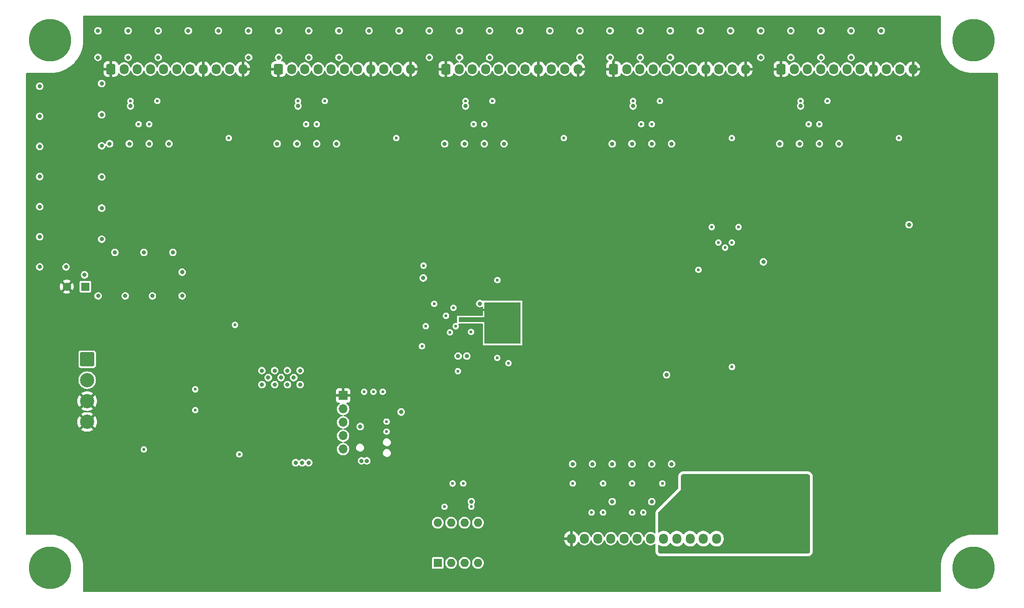
<source format=gbr>
%TF.GenerationSoftware,KiCad,Pcbnew,7.0.5-7.0.5~ubuntu22.04.1*%
%TF.CreationDate,2023-06-16T02:28:54+02:00*%
%TF.ProjectId,bd845-pwb,62643834-352d-4707-9762-2e6b69636164,1.0.0*%
%TF.SameCoordinates,Original*%
%TF.FileFunction,Copper,L2,Inr*%
%TF.FilePolarity,Positive*%
%FSLAX46Y46*%
G04 Gerber Fmt 4.6, Leading zero omitted, Abs format (unit mm)*
G04 Created by KiCad (PCBNEW 7.0.5-7.0.5~ubuntu22.04.1) date 2023-06-16 02:28:54*
%MOMM*%
%LPD*%
G01*
G04 APERTURE LIST*
G04 Aperture macros list*
%AMRoundRect*
0 Rectangle with rounded corners*
0 $1 Rounding radius*
0 $2 $3 $4 $5 $6 $7 $8 $9 X,Y pos of 4 corners*
0 Add a 4 corners polygon primitive as box body*
4,1,4,$2,$3,$4,$5,$6,$7,$8,$9,$2,$3,0*
0 Add four circle primitives for the rounded corners*
1,1,$1+$1,$2,$3*
1,1,$1+$1,$4,$5*
1,1,$1+$1,$6,$7*
1,1,$1+$1,$8,$9*
0 Add four rect primitives between the rounded corners*
20,1,$1+$1,$2,$3,$4,$5,0*
20,1,$1+$1,$4,$5,$6,$7,0*
20,1,$1+$1,$6,$7,$8,$9,0*
20,1,$1+$1,$8,$9,$2,$3,0*%
G04 Aperture macros list end*
%TA.AperFunction,ComponentPad*%
%ADD10R,1.600000X1.600000*%
%TD*%
%TA.AperFunction,ComponentPad*%
%ADD11O,1.600000X1.600000*%
%TD*%
%TA.AperFunction,ComponentPad*%
%ADD12C,0.900000*%
%TD*%
%TA.AperFunction,ComponentPad*%
%ADD13C,8.000000*%
%TD*%
%TA.AperFunction,ComponentPad*%
%ADD14R,1.700000X1.700000*%
%TD*%
%TA.AperFunction,ComponentPad*%
%ADD15O,1.700000X1.700000*%
%TD*%
%TA.AperFunction,ComponentPad*%
%ADD16RoundRect,0.250001X-1.099999X1.099999X-1.099999X-1.099999X1.099999X-1.099999X1.099999X1.099999X0*%
%TD*%
%TA.AperFunction,ComponentPad*%
%ADD17C,2.700000*%
%TD*%
%TA.AperFunction,ComponentPad*%
%ADD18RoundRect,0.250000X-0.600000X-0.725000X0.600000X-0.725000X0.600000X0.725000X-0.600000X0.725000X0*%
%TD*%
%TA.AperFunction,ComponentPad*%
%ADD19O,1.700000X1.950000*%
%TD*%
%TA.AperFunction,ComponentPad*%
%ADD20C,1.600000*%
%TD*%
%TA.AperFunction,ComponentPad*%
%ADD21RoundRect,0.250000X0.600000X0.725000X-0.600000X0.725000X-0.600000X-0.725000X0.600000X-0.725000X0*%
%TD*%
%TA.AperFunction,ViaPad*%
%ADD22C,0.800000*%
%TD*%
%TA.AperFunction,ViaPad*%
%ADD23C,0.600000*%
%TD*%
G04 APERTURE END LIST*
D10*
%TO.N,+3V3*%
%TO.C,SW101*%
X132430000Y-145100000D03*
D11*
X134970000Y-145100000D03*
X137510000Y-145100000D03*
X140050000Y-145100000D03*
%TO.N,/OPT_LEGACY_SW*%
X140050000Y-137480000D03*
%TO.N,/OPT_DEBOUNCE_SW*%
X137510000Y-137480000D03*
%TO.N,/OPT_BOOT0_SW*%
X134970000Y-137480000D03*
%TO.N,/OPT_LIGHT_SW*%
X132430000Y-137480000D03*
%TD*%
D12*
%TO.N,Net-(C103-Pad2)*%
%TO.C,H103*%
X231000000Y-146000000D03*
X231878680Y-143878680D03*
X231878680Y-148121320D03*
X234000000Y-143000000D03*
D13*
X234000000Y-146000000D03*
D12*
X234000000Y-149000000D03*
X236121320Y-143878680D03*
X236121320Y-148121320D03*
X237000000Y-146000000D03*
%TD*%
D14*
%TO.N,GND*%
%TO.C,J302*%
X114500000Y-113380000D03*
D15*
%TO.N,/MCU/CONN_SWCLK*%
X114500000Y-115920000D03*
%TO.N,/MCU/CONN_SWDIO*%
X114500000Y-118460000D03*
%TO.N,/MCU/CONN_NRST*%
X114500000Y-121000000D03*
%TO.N,+3V3*%
X114500000Y-123540000D03*
%TD*%
D16*
%TO.N,/Power/EXT_VCC*%
%TO.C,J101*%
X66000000Y-106500000D03*
D17*
X66000000Y-110460000D03*
%TO.N,GND*%
X66000000Y-114420000D03*
X66000000Y-118380000D03*
%TD*%
D18*
%TO.N,GND*%
%TO.C,J601*%
X102250000Y-51500000D03*
D19*
%TO.N,/Pad Channel 2/CH_S1_CONN*%
X104750000Y-51500000D03*
%TO.N,/Pad Channel 2/CH_S2_CONN*%
X107250000Y-51500000D03*
%TO.N,/Pad Channel 2/CH_S3_CONN*%
X109750000Y-51500000D03*
%TO.N,/Pad Channel 2/CH_S4_CONN*%
X112250000Y-51500000D03*
%TO.N,VCC*%
X114750000Y-51500000D03*
%TO.N,/Pad Channel 2/CH_LIGHT_CONN*%
X117250000Y-51500000D03*
%TO.N,GND*%
X119750000Y-51500000D03*
%TO.N,VCC*%
X122250000Y-51500000D03*
%TO.N,/Pad Channel 2/CH_LIGHT_CONN*%
X124750000Y-51500000D03*
%TO.N,GND*%
X127250000Y-51500000D03*
%TD*%
D18*
%TO.N,GND*%
%TO.C,J901*%
X197500000Y-51500000D03*
D19*
%TO.N,/Pad Channel 5/CH_S1_CONN*%
X200000000Y-51500000D03*
%TO.N,/Pad Channel 5/CH_S2_CONN*%
X202500000Y-51500000D03*
%TO.N,/Pad Channel 5/CH_S3_CONN*%
X205000000Y-51500000D03*
%TO.N,/Pad Channel 5/CH_S4_CONN*%
X207500000Y-51500000D03*
%TO.N,VCC*%
X210000000Y-51500000D03*
%TO.N,/Pad Channel 5/CH_LIGHT_CONN*%
X212500000Y-51500000D03*
%TO.N,GND*%
X215000000Y-51500000D03*
%TO.N,VCC*%
X217500000Y-51500000D03*
%TO.N,/Pad Channel 5/CH_LIGHT_CONN*%
X220000000Y-51500000D03*
%TO.N,GND*%
X222500000Y-51500000D03*
%TD*%
D18*
%TO.N,GND*%
%TO.C,J501*%
X70500000Y-51500000D03*
D19*
%TO.N,/Pad Channel 1/CH_S1_CONN*%
X73000000Y-51500000D03*
%TO.N,/Pad Channel 1/CH_S2_CONN*%
X75500000Y-51500000D03*
%TO.N,/Pad Channel 1/CH_S3_CONN*%
X78000000Y-51500000D03*
%TO.N,/Pad Channel 1/CH_S4_CONN*%
X80500000Y-51500000D03*
%TO.N,VCC*%
X83000000Y-51500000D03*
%TO.N,/Pad Channel 1/CH_LIGHT_CONN*%
X85500000Y-51500000D03*
%TO.N,GND*%
X88000000Y-51500000D03*
%TO.N,VCC*%
X90500000Y-51500000D03*
%TO.N,/Pad Channel 1/CH_LIGHT_CONN*%
X93000000Y-51500000D03*
%TO.N,GND*%
X95500000Y-51500000D03*
%TD*%
D10*
%TO.N,VCC*%
%TO.C,C201*%
X65652651Y-92750000D03*
D20*
%TO.N,GND*%
X62152651Y-92750000D03*
%TD*%
D21*
%TO.N,GND1*%
%TO.C,J401*%
X187750000Y-140500000D03*
D19*
%TO.N,/Comm Channel/CH1_PAD_CONN*%
X185250000Y-140500000D03*
%TO.N,/Comm Channel/CH2_PAD_CONN*%
X182750000Y-140500000D03*
%TO.N,/Comm Channel/CH3_PAD_CONN*%
X180250000Y-140500000D03*
%TO.N,/Comm Channel/CH4_PAD_CONN*%
X177750000Y-140500000D03*
%TO.N,/Comm Channel/CH5_PAD_CONN*%
X175250000Y-140500000D03*
%TO.N,/Comm Channel/FL1_CONN*%
X172750000Y-140500000D03*
%TO.N,/Comm Channel/FL2_CONN*%
X170250000Y-140500000D03*
%TO.N,/Comm Channel/FL3_CONN*%
X167750000Y-140500000D03*
%TO.N,/Comm Channel/FL4_CONN*%
X165250000Y-140500000D03*
%TO.N,/Comm Channel/FL5_CONN*%
X162750000Y-140500000D03*
%TO.N,/Comm Channel/TEST_CONN*%
X160250000Y-140500000D03*
%TO.N,GND*%
X157750000Y-140500000D03*
%TD*%
D18*
%TO.N,GND*%
%TO.C,J701*%
X134000000Y-51500000D03*
D19*
%TO.N,/Pad Channel 3/CH_S1_CONN*%
X136500000Y-51500000D03*
%TO.N,/Pad Channel 3/CH_S2_CONN*%
X139000000Y-51500000D03*
%TO.N,/Pad Channel 3/CH_S3_CONN*%
X141500000Y-51500000D03*
%TO.N,/Pad Channel 3/CH_S4_CONN*%
X144000000Y-51500000D03*
%TO.N,VCC*%
X146500000Y-51500000D03*
%TO.N,/Pad Channel 3/CH_LIGHT_CONN*%
X149000000Y-51500000D03*
%TO.N,GND*%
X151500000Y-51500000D03*
%TO.N,VCC*%
X154000000Y-51500000D03*
%TO.N,/Pad Channel 3/CH_LIGHT_CONN*%
X156500000Y-51500000D03*
%TO.N,GND*%
X159000000Y-51500000D03*
%TD*%
D18*
%TO.N,GND*%
%TO.C,J801*%
X165750000Y-51500000D03*
D19*
%TO.N,/Pad Channel 4/CH_S1_CONN*%
X168250000Y-51500000D03*
%TO.N,/Pad Channel 4/CH_S2_CONN*%
X170750000Y-51500000D03*
%TO.N,/Pad Channel 4/CH_S3_CONN*%
X173250000Y-51500000D03*
%TO.N,/Pad Channel 4/CH_S4_CONN*%
X175750000Y-51500000D03*
%TO.N,VCC*%
X178250000Y-51500000D03*
%TO.N,/Pad Channel 4/CH_LIGHT_CONN*%
X180750000Y-51500000D03*
%TO.N,GND*%
X183250000Y-51500000D03*
%TO.N,VCC*%
X185750000Y-51500000D03*
%TO.N,/Pad Channel 4/CH_LIGHT_CONN*%
X188250000Y-51500000D03*
%TO.N,GND*%
X190750000Y-51500000D03*
%TD*%
D12*
%TO.N,Net-(C101-Pad2)*%
%TO.C,H101*%
X56000000Y-46000000D03*
X56878680Y-43878680D03*
X56878680Y-48121320D03*
X59000000Y-43000000D03*
D13*
X59000000Y-46000000D03*
D12*
X59000000Y-49000000D03*
X61121320Y-43878680D03*
X61121320Y-48121320D03*
X62000000Y-46000000D03*
%TD*%
%TO.N,Net-(C104-Pad2)*%
%TO.C,H104*%
X56000000Y-146000000D03*
X56878680Y-143878680D03*
X56878680Y-148121320D03*
X59000000Y-143000000D03*
D13*
X59000000Y-146000000D03*
D12*
X59000000Y-149000000D03*
X61121320Y-143878680D03*
X61121320Y-148121320D03*
X62000000Y-146000000D03*
%TD*%
%TO.N,Net-(C102-Pad2)*%
%TO.C,H102*%
X231000000Y-46000000D03*
X231878680Y-43878680D03*
X231878680Y-48121320D03*
X234000000Y-43000000D03*
D13*
X234000000Y-46000000D03*
D12*
X234000000Y-49000000D03*
X236121320Y-43878680D03*
X236121320Y-48121320D03*
X237000000Y-46000000D03*
%TD*%
D22*
%TO.N,GND*%
X177200000Y-121000000D03*
X237850000Y-139000000D03*
X186500000Y-98500000D03*
X237850000Y-91222216D03*
X184025000Y-62450000D03*
X224000000Y-91000000D03*
X215500000Y-68500000D03*
X201500000Y-83500000D03*
X219500000Y-56200000D03*
X203750000Y-54500000D03*
X89676470Y-149850000D03*
X209000000Y-83500000D03*
D23*
X145850000Y-108150000D03*
D22*
X82250000Y-69500000D03*
X220400000Y-59900000D03*
X126500000Y-77250000D03*
X89000000Y-98500000D03*
X111500000Y-136000000D03*
X92000000Y-121800000D03*
X149000000Y-136000000D03*
X232725375Y-139117026D03*
X78250000Y-106000000D03*
X203323526Y-149850000D03*
X190650000Y-115050000D03*
X224000000Y-61000000D03*
X185750000Y-91000000D03*
D23*
X105950000Y-56600000D03*
D22*
X111500000Y-106000000D03*
X143750000Y-68000000D03*
X82150000Y-115250000D03*
X229050253Y-50949747D03*
D23*
X169450000Y-56600000D03*
D22*
X172000000Y-112500000D03*
X231500000Y-136000000D03*
D23*
X136250000Y-130050000D03*
D22*
X164000000Y-53500000D03*
X231500000Y-61000000D03*
X141500000Y-89750000D03*
X96500000Y-143500000D03*
X164000000Y-67750000D03*
X154500000Y-56200000D03*
X134000000Y-73250000D03*
X224000000Y-106000000D03*
D23*
X74200000Y-56600000D03*
D22*
X81500000Y-136000000D03*
X224000000Y-128500000D03*
X126500000Y-130250000D03*
X134000000Y-56250000D03*
X202500000Y-121000000D03*
X117000000Y-143500000D03*
X94411764Y-42150000D03*
X127250000Y-121000000D03*
X59000000Y-121000000D03*
X125150000Y-58500000D03*
X193852938Y-42150000D03*
X201500000Y-98500000D03*
X117750000Y-106000000D03*
D23*
X131050000Y-100250000D03*
D22*
X216500000Y-121000000D03*
X227117026Y-47274625D03*
X208058820Y-42150000D03*
X220400000Y-57100000D03*
X237850000Y-105555547D03*
X104000000Y-143500000D03*
X111000000Y-54500000D03*
X137029410Y-42150000D03*
X237850000Y-115111101D03*
X93400000Y-58500000D03*
X156900000Y-57100000D03*
X83400000Y-116250000D03*
X231500000Y-91000000D03*
X189117644Y-42150000D03*
X113352940Y-149850000D03*
X55150000Y-95999993D03*
X161750000Y-121000000D03*
X172000000Y-54500000D03*
X153600000Y-90000000D03*
D23*
X143700000Y-107150000D03*
D22*
X142750000Y-54500000D03*
X216500000Y-136000000D03*
X179647056Y-149850000D03*
X66500000Y-128500000D03*
X224000000Y-54500000D03*
X201500000Y-113500000D03*
X209000000Y-143500000D03*
X118088234Y-149850000D03*
X201000000Y-70500000D03*
X165441174Y-149850000D03*
D23*
X129750000Y-89650000D03*
D22*
X142000000Y-108750000D03*
X132294116Y-149850000D03*
X99147058Y-42150000D03*
X66500000Y-136000000D03*
X194000000Y-53500000D03*
X78500000Y-115400000D03*
X89676470Y-42150000D03*
X55150000Y-53000000D03*
X122823528Y-42150000D03*
X92500000Y-56200000D03*
X92750000Y-108000000D03*
X140400000Y-97550000D03*
D23*
X156325000Y-63650000D03*
D22*
X76500000Y-130000000D03*
D23*
X171400000Y-136500000D03*
D22*
X90850000Y-113000000D03*
X216500000Y-76000000D03*
X194150000Y-86500000D03*
X171500000Y-98500000D03*
D23*
X141600000Y-100250000D03*
D22*
X227000000Y-42150000D03*
X127250000Y-116500000D03*
D23*
X184350000Y-110850000D03*
X203750000Y-61950000D03*
D22*
X96500000Y-83500000D03*
X102250000Y-61000000D03*
X137029410Y-149850000D03*
X74000000Y-143500000D03*
D23*
X140250000Y-61950000D03*
D22*
X194000000Y-113500000D03*
D23*
X190350000Y-81450000D03*
D22*
X164000000Y-143500000D03*
X170176468Y-42150000D03*
X81500000Y-143500000D03*
X175800000Y-111000000D03*
D23*
X141600000Y-103250000D03*
D22*
X188876000Y-68500000D03*
X80900000Y-116250000D03*
X224000000Y-113500000D03*
X171500000Y-143500000D03*
X55150000Y-119888878D03*
X74000000Y-71500000D03*
X189500000Y-126750000D03*
X86150000Y-109250000D03*
X141764704Y-149850000D03*
X194000000Y-83500000D03*
X217529408Y-149850000D03*
X184382350Y-42150000D03*
X134700000Y-105900000D03*
X66000000Y-42150000D03*
D23*
X138800000Y-135400000D03*
D22*
X96750000Y-119950000D03*
D23*
X141600000Y-98050000D03*
D22*
X237850000Y-134222209D03*
X55150000Y-134222209D03*
X206250000Y-54500000D03*
X168500000Y-113500000D03*
X96500000Y-68500000D03*
X149000000Y-143500000D03*
X203323526Y-42150000D03*
X208500000Y-70500000D03*
X133750000Y-143500000D03*
X86150000Y-111000000D03*
X86150000Y-107500000D03*
X226750000Y-88500000D03*
X224000000Y-121000000D03*
D23*
X134000000Y-99150000D03*
D22*
X184382350Y-149850000D03*
X76000000Y-103500000D03*
X237850000Y-53000000D03*
X222264702Y-149850000D03*
X93400000Y-59900000D03*
X137250000Y-121000000D03*
X94411764Y-149850000D03*
X86150000Y-105750000D03*
X93400000Y-57100000D03*
D23*
X119375000Y-112350000D03*
D22*
X111500000Y-130250000D03*
X188650000Y-58500000D03*
X165441174Y-42150000D03*
X153000000Y-56200000D03*
X237850000Y-57777777D03*
X74000000Y-83500000D03*
X164000000Y-61000000D03*
X70735294Y-149850000D03*
X184750000Y-56200000D03*
X80900000Y-115250000D03*
X237850000Y-81666662D03*
X65882974Y-47274625D03*
X59750000Y-105500000D03*
X55150000Y-62555554D03*
X119000000Y-68500000D03*
D23*
X184725000Y-84375000D03*
D22*
X108500000Y-54500000D03*
X174911762Y-149850000D03*
X194000000Y-68500000D03*
X237850000Y-124666655D03*
X96500000Y-128500000D03*
X119000000Y-130250000D03*
X167700000Y-133500000D03*
D23*
X134900000Y-100450000D03*
D22*
X129250000Y-143500000D03*
X104600000Y-106000000D03*
X55150000Y-91222216D03*
D23*
X131750000Y-96900000D03*
D22*
X216500000Y-106000000D03*
X119000000Y-77250000D03*
X149000000Y-130250000D03*
X111500000Y-143500000D03*
X174500000Y-54500000D03*
X208058820Y-149850000D03*
X133700000Y-133500000D03*
X224000000Y-68500000D03*
X171500000Y-83500000D03*
X59000000Y-98500000D03*
X55150000Y-86444439D03*
X173000000Y-121000000D03*
X103882352Y-149850000D03*
X194000000Y-106000000D03*
X88775000Y-62450000D03*
X231500000Y-106000000D03*
X122750000Y-119250000D03*
X222264702Y-42150000D03*
X55150000Y-115111101D03*
X231500000Y-98500000D03*
X216500000Y-83500000D03*
X79300000Y-58500000D03*
X179750000Y-68500000D03*
X60274625Y-139117026D03*
X99147058Y-149850000D03*
X156000000Y-56200000D03*
X165500000Y-121000000D03*
X164000000Y-98500000D03*
X104250000Y-136000000D03*
X125150000Y-57100000D03*
X74000000Y-76000000D03*
X168100000Y-69200000D03*
X179350000Y-83400000D03*
X206300000Y-58500000D03*
X119000000Y-91000000D03*
X84941176Y-42150000D03*
X217529408Y-42150000D03*
X92750000Y-113500000D03*
X124750000Y-135000000D03*
X156500000Y-83500000D03*
D23*
X137700000Y-56600000D03*
X143683333Y-103250000D03*
D22*
X237850000Y-129444432D03*
D23*
X157050000Y-130050000D03*
X147850000Y-103250000D03*
D22*
X75470588Y-149850000D03*
X231500000Y-76000000D03*
D23*
X189075000Y-84375000D03*
X169250000Y-136500000D03*
D22*
X179350000Y-82450000D03*
X123750000Y-116500000D03*
X84650000Y-115250000D03*
X70735294Y-42150000D03*
X187750000Y-56200000D03*
X232725375Y-52882974D03*
D23*
X124575000Y-63650000D03*
D22*
X74000000Y-106000000D03*
X84425000Y-122750000D03*
X98250000Y-119950000D03*
D23*
X147850000Y-98416666D03*
D22*
X89000000Y-91000000D03*
X224000000Y-136000000D03*
X119000000Y-83500000D03*
X164000000Y-83500000D03*
X198588232Y-149850000D03*
X227117026Y-144725375D03*
X81500000Y-83500000D03*
X209000000Y-113500000D03*
X190650000Y-114100000D03*
X84650000Y-116250000D03*
D23*
X185650000Y-86650000D03*
D22*
X74000000Y-136000000D03*
X133500000Y-126300000D03*
X120525000Y-62450000D03*
D23*
X143750000Y-90600000D03*
D22*
X180500000Y-126750000D03*
X204750000Y-70500000D03*
X134000000Y-61000000D03*
D23*
X172000000Y-61950000D03*
X201200000Y-56600000D03*
D22*
X186250000Y-56200000D03*
X188650000Y-59900000D03*
X237850000Y-86444439D03*
X155970586Y-149850000D03*
X141000000Y-121000000D03*
X231500000Y-83500000D03*
X122750000Y-125750000D03*
X108617646Y-42150000D03*
X152300000Y-62450000D03*
X127750000Y-62000000D03*
X96500000Y-54500000D03*
X96500000Y-77000000D03*
X66000000Y-149850000D03*
X209000000Y-128500000D03*
X132294116Y-42150000D03*
X140250000Y-54500000D03*
X149000000Y-83500000D03*
X137250000Y-126300000D03*
X209000000Y-98500000D03*
X216500000Y-56200000D03*
X142800000Y-58500000D03*
X212794114Y-149850000D03*
X140500000Y-70250000D03*
X155600000Y-143500000D03*
D23*
X121125000Y-112350000D03*
D22*
X63949747Y-141050253D03*
X229050253Y-141050253D03*
X108100000Y-106000000D03*
X76750000Y-54500000D03*
D23*
X170200000Y-130050000D03*
D22*
X237850000Y-62555554D03*
X100500000Y-121850000D03*
D23*
X145766666Y-103250000D03*
D22*
X103882352Y-42150000D03*
X158000000Y-121000000D03*
X175700000Y-71250000D03*
X160200000Y-133500000D03*
X82150000Y-116250000D03*
X156500000Y-98500000D03*
X79250000Y-54500000D03*
X84941176Y-149850000D03*
X55150000Y-100777770D03*
X224000000Y-98500000D03*
X209000000Y-106000000D03*
X151235292Y-149850000D03*
D23*
X147850000Y-100833332D03*
D22*
X156900000Y-58500000D03*
X66500000Y-121000000D03*
D23*
X186900000Y-86250000D03*
D22*
X174911762Y-42150000D03*
X55150000Y-110333324D03*
X61750000Y-113500000D03*
D23*
X134500000Y-96750000D03*
D22*
X59000000Y-136000000D03*
X164750000Y-114500000D03*
X231500000Y-121000000D03*
X227000000Y-149850000D03*
X124250000Y-56200000D03*
X149000000Y-98500000D03*
X55150000Y-57777777D03*
X89500000Y-56200000D03*
X131250000Y-91100000D03*
X127558822Y-42150000D03*
X126500000Y-68500000D03*
X224000000Y-76000000D03*
X89000000Y-83500000D03*
D23*
X163750000Y-136500000D03*
D22*
X160705880Y-42150000D03*
X55150000Y-139000000D03*
X55150000Y-67333331D03*
X81500000Y-76000000D03*
D23*
X188175000Y-63675000D03*
D22*
X153600000Y-95250000D03*
X231500000Y-113500000D03*
X75470588Y-42150000D03*
X146499998Y-42150000D03*
X83400000Y-115250000D03*
X111050000Y-58500000D03*
X118088234Y-42150000D03*
X63949747Y-50949747D03*
X189117644Y-149850000D03*
D23*
X76750000Y-61950000D03*
D22*
X232790000Y-128220000D03*
D23*
X162800000Y-130050000D03*
D22*
X216500000Y-113500000D03*
X194000000Y-126750000D03*
X122750000Y-56200000D03*
D23*
X143683333Y-96000000D03*
X94000000Y-99100000D03*
D22*
X151235292Y-42150000D03*
X104600000Y-98500000D03*
X220400000Y-58500000D03*
X179000000Y-98500000D03*
X218000000Y-56200000D03*
X80205882Y-149850000D03*
X89000000Y-143500000D03*
X80205882Y-42150000D03*
X136250000Y-135750000D03*
X89000000Y-76000000D03*
X55150000Y-76888885D03*
X76750000Y-115400000D03*
X194000000Y-61000000D03*
D23*
X147850000Y-96000000D03*
D22*
X141500000Y-135250000D03*
X96500000Y-61000000D03*
X157000000Y-116250000D03*
X77750000Y-70500000D03*
D23*
X145766666Y-96000000D03*
D22*
X55150000Y-81666662D03*
X237850000Y-72111108D03*
D23*
X108500000Y-61950000D03*
D22*
X113352940Y-42150000D03*
X201500000Y-106000000D03*
X55150000Y-72111108D03*
X198500000Y-126750000D03*
X160705880Y-149850000D03*
X59000000Y-91000000D03*
X92750000Y-119250000D03*
X198588232Y-42150000D03*
X141000000Y-126300000D03*
X170176468Y-149850000D03*
X62750000Y-102500000D03*
X111500000Y-113500000D03*
X237850000Y-110333324D03*
X127558822Y-149850000D03*
X55150000Y-105555547D03*
D23*
X92825000Y-63650000D03*
D22*
X129750000Y-126300000D03*
X141764704Y-42150000D03*
X169250000Y-121000000D03*
X209000000Y-121000000D03*
D23*
X175950000Y-130050000D03*
D22*
X216500000Y-128500000D03*
X193852938Y-149850000D03*
X156900000Y-59900000D03*
X55150000Y-124666655D03*
X137500000Y-72000000D03*
D23*
X139650000Y-101300000D03*
D22*
X96500000Y-98500000D03*
X91000000Y-56200000D03*
D23*
X219850000Y-63650000D03*
D22*
X102250000Y-56000000D03*
X188650000Y-57100000D03*
X59000000Y-128500000D03*
X89000000Y-136000000D03*
X61250000Y-102500000D03*
X185000000Y-126750000D03*
X65882974Y-144725375D03*
X216500000Y-143500000D03*
X108617646Y-149850000D03*
X155970586Y-42150000D03*
X121250000Y-56200000D03*
X96500000Y-91000000D03*
X90850000Y-114550000D03*
X149000000Y-67750000D03*
X139550000Y-105900000D03*
X111500000Y-121000000D03*
X237850000Y-95999993D03*
D23*
X87400000Y-116150000D03*
D22*
X212794114Y-42150000D03*
X209000000Y-136000000D03*
X122823528Y-149850000D03*
X125150000Y-59900000D03*
D23*
X137150000Y-108750000D03*
D22*
X74000000Y-128500000D03*
X60274625Y-52882974D03*
X96500000Y-136000000D03*
X237850000Y-67333331D03*
D23*
X141600000Y-96000000D03*
D22*
X237850000Y-76888885D03*
X174550000Y-58500000D03*
X237850000Y-119888878D03*
X112500000Y-70250000D03*
X74750000Y-123700000D03*
X237850000Y-100777770D03*
X224000000Y-143500000D03*
X149000000Y-121000000D03*
X226750000Y-83675000D03*
X109500000Y-70250000D03*
D23*
X183475000Y-81450000D03*
D22*
X156500000Y-136000000D03*
X75000000Y-115400000D03*
X141500000Y-143500000D03*
D23*
X129450000Y-104950000D03*
D22*
X216500000Y-98500000D03*
D23*
X77650000Y-123600000D03*
D22*
X117000000Y-136000000D03*
X93750000Y-121800000D03*
X133500000Y-121000000D03*
X215775000Y-62450000D03*
X179647056Y-42150000D03*
X184350000Y-107500000D03*
X146499998Y-149850000D03*
X231500000Y-68500000D03*
X104250000Y-130250000D03*
X171750000Y-70250000D03*
X106500000Y-70250000D03*
D23*
X161600000Y-136500000D03*
D22*
X84427377Y-124739748D03*
X55150000Y-129444432D03*
X121525000Y-125750000D03*
X88500000Y-68500000D03*
X161000000Y-115500000D03*
%TO.N,+3V3*%
X119000000Y-125750000D03*
X169250000Y-126350000D03*
X221750000Y-81000000D03*
X118000000Y-125750000D03*
X133750000Y-65650000D03*
X176750000Y-65650000D03*
X136300000Y-105900000D03*
X105950000Y-58500000D03*
X81500000Y-65650000D03*
X106350000Y-108650000D03*
X105750000Y-65650000D03*
X137700000Y-58500000D03*
X101537500Y-111300000D03*
X99112500Y-108650000D03*
X137950000Y-105900000D03*
X113250000Y-65650000D03*
X197250000Y-65650000D03*
X125500000Y-116500000D03*
X169450000Y-58500000D03*
X101525000Y-108650000D03*
X173000000Y-133500000D03*
X102000000Y-65650000D03*
X165500000Y-126350000D03*
X106350000Y-111300000D03*
X173000000Y-65650000D03*
X145000000Y-65650000D03*
X173000000Y-126350000D03*
X175800000Y-109450000D03*
X176750000Y-126350000D03*
X158000000Y-126350000D03*
X109500000Y-65650000D03*
X99125000Y-111300000D03*
X201200000Y-58500000D03*
D23*
X188200000Y-107950000D03*
D22*
X140400000Y-95950000D03*
X77750000Y-65650000D03*
X74000000Y-65650000D03*
X161750000Y-126350000D03*
X103950000Y-111300000D03*
X165500000Y-133500000D03*
X102731250Y-109975000D03*
X208500000Y-65650000D03*
X138800000Y-133500000D03*
X70250000Y-65650000D03*
X129700000Y-91100000D03*
X74200000Y-58500000D03*
X105143750Y-109975000D03*
X204750000Y-65650000D03*
X103937500Y-108650000D03*
X141250000Y-65650000D03*
X100318750Y-109975000D03*
X137500000Y-65650000D03*
X201000000Y-65650000D03*
X165500000Y-65650000D03*
X169250000Y-65650000D03*
X117750000Y-119250000D03*
%TO.N,VCC*%
X136541668Y-44250000D03*
X82250000Y-86250000D03*
X73214284Y-94500000D03*
X76750000Y-86250000D03*
X84000000Y-94500000D03*
X130841660Y-49300000D03*
X73750000Y-44250000D03*
X79458332Y-44250000D03*
X78357140Y-94500000D03*
X57000000Y-77583328D03*
X187924996Y-44250000D03*
X68750000Y-66050000D03*
X57000000Y-54750000D03*
X119416664Y-44250000D03*
X84000000Y-90000000D03*
X182216664Y-44250000D03*
X199349992Y-49300000D03*
X153674996Y-44250000D03*
X85166664Y-44250000D03*
X68071428Y-94500000D03*
X68750000Y-77850000D03*
X216466672Y-44250000D03*
X57000000Y-66166664D03*
X130833328Y-44250000D03*
X193641660Y-49300000D03*
X96591660Y-49300000D03*
X79466664Y-49300000D03*
X142266664Y-49300000D03*
X73758332Y-49300000D03*
X68750000Y-60150000D03*
X57000000Y-60458332D03*
X170800000Y-44250000D03*
X142258332Y-44250000D03*
X68041668Y-44250000D03*
X65500000Y-90500000D03*
X199341660Y-44250000D03*
X210758332Y-44250000D03*
X71250000Y-86250000D03*
X136550000Y-49300000D03*
X57000000Y-71874996D03*
X113708332Y-44250000D03*
X170808332Y-49300000D03*
X57000000Y-89000000D03*
X176516664Y-49300000D03*
X193633328Y-44250000D03*
X96583328Y-44250000D03*
X68050000Y-49300000D03*
X176508332Y-44250000D03*
X62000000Y-89000000D03*
X102291668Y-44250000D03*
X68750000Y-71950000D03*
X125124996Y-44250000D03*
X205050000Y-44250000D03*
X108000000Y-44250000D03*
X90874996Y-44250000D03*
X68750000Y-54250000D03*
X108008332Y-49300000D03*
X210766664Y-49300000D03*
X205058332Y-49300000D03*
X57000000Y-83291660D03*
X159383328Y-44250000D03*
X68750000Y-83750000D03*
X165099992Y-49300000D03*
X102300000Y-49300000D03*
X165091660Y-44250000D03*
X147966664Y-44250000D03*
X159391660Y-49300000D03*
X113716664Y-49300000D03*
D23*
%TO.N,/Power/BUCK_BOOT*%
X86500000Y-116150000D03*
X86500000Y-112200000D03*
%TO.N,+5V*%
X94000000Y-100000000D03*
D22*
X108000000Y-126100000D03*
X106750000Y-126100000D03*
X194150000Y-88050000D03*
D23*
X94825000Y-124525000D03*
X181850000Y-89550000D03*
X76750000Y-123600000D03*
D22*
X105500000Y-126100000D03*
D23*
%TO.N,/MCU/MCU_NRST*%
X122000000Y-112650000D03*
X134000000Y-98250000D03*
%TO.N,/MCU/CONN_NRST*%
X122750000Y-120200000D03*
%TO.N,/MCU/CONN_SWCLK*%
X122750000Y-118300000D03*
%TO.N,/Comm Channel/TEST_CONN*%
X158000000Y-130050000D03*
X161600000Y-135550000D03*
%TO.N,/Comm Channel/FL4_CONN*%
X163750000Y-135550000D03*
X163750000Y-130050000D03*
%TO.N,/Comm Channel/FL3_CONN*%
X169250000Y-130050000D03*
X169250000Y-135550000D03*
%TO.N,/Comm Channel/FL1_CONN*%
X171400000Y-135550000D03*
X175000000Y-130050000D03*
D22*
%TO.N,GND1*%
X178671428Y-142850000D03*
X185950000Y-132000000D03*
X190450000Y-132000000D03*
X179000000Y-128750000D03*
X198528568Y-142900000D03*
X190450000Y-130800000D03*
X194950000Y-130800000D03*
X202500000Y-132275000D03*
X202500000Y-128750000D03*
X181450000Y-132000000D03*
X199450000Y-132000000D03*
X202500000Y-142850000D03*
X194557140Y-142900000D03*
X202500000Y-135800000D03*
X194666664Y-128750000D03*
X194950000Y-132000000D03*
X186833332Y-128750000D03*
X199450000Y-130800000D03*
X174700000Y-135750000D03*
X190749998Y-128750000D03*
X178250000Y-132250000D03*
X182642856Y-142850000D03*
X202500000Y-139325000D03*
X182916666Y-128700000D03*
X181450000Y-130800000D03*
X174700000Y-142850000D03*
X198583330Y-128750000D03*
X190585712Y-142900000D03*
X185950000Y-130800000D03*
X186614284Y-142900000D03*
D23*
%TO.N,/Pad Channel 1/CH_S2_CONN*%
X74200000Y-57550000D03*
X75750000Y-61950000D03*
%TO.N,/Pad Channel 1/CH_S3_CONN*%
X77750000Y-61950000D03*
X79300000Y-57550000D03*
%TO.N,/Pad Channel 2/CH_S2_CONN*%
X107500000Y-61950000D03*
X105950000Y-57550000D03*
%TO.N,/Pad Channel 2/CH_S3_CONN*%
X111050000Y-57550000D03*
X109500000Y-61950000D03*
%TO.N,/Pad Channel 3/CH_S2_CONN*%
X139250000Y-61950000D03*
X137700000Y-57550000D03*
%TO.N,/Pad Channel 3/CH_S3_CONN*%
X142800000Y-57550000D03*
X141250000Y-61950000D03*
%TO.N,/Pad Channel 4/CH_S2_CONN*%
X169450000Y-57550000D03*
X171000000Y-61950000D03*
%TO.N,/Pad Channel 4/CH_S3_CONN*%
X174550000Y-57550000D03*
X173000000Y-61950000D03*
%TO.N,/Pad Channel 5/CH_S2_CONN*%
X202750000Y-61950000D03*
X201200000Y-57550000D03*
%TO.N,/Pad Channel 5/CH_S3_CONN*%
X204750000Y-61950000D03*
X206300000Y-57550000D03*
%TO.N,/OPT_DEBOUNCE_SW*%
X137250000Y-130050000D03*
X138800000Y-134450000D03*
%TO.N,/OPT_BOOT0_SW*%
X135250000Y-130050000D03*
X133700000Y-134450000D03*
%TO.N,/MCU/MCU_SWDIO*%
X118500000Y-112650000D03*
X130150000Y-100250000D03*
%TO.N,/MCU/MCU_SWCLK*%
X120250000Y-112650000D03*
X129450000Y-104050000D03*
%TO.N,/COMM.FL1*%
X134750000Y-101400000D03*
X136250000Y-108750000D03*
%TO.N,/LIGHT_CH1*%
X92825000Y-64575000D03*
X184375000Y-81450000D03*
%TO.N,/LIGHT_CH2*%
X185625000Y-84375000D03*
X124575000Y-64575000D03*
%TO.N,/CH3_S4*%
X131750000Y-96000000D03*
X129750000Y-88750000D03*
%TO.N,/LIGHT_CH3*%
X156325000Y-64575000D03*
X186900000Y-85350000D03*
%TO.N,/LIGHT_CH4*%
X188175000Y-64575000D03*
X188175000Y-84375000D03*
%TO.N,/LIGHT_CH5*%
X219850000Y-64575000D03*
X189450000Y-81450000D03*
%TO.N,/LIGHTS_SRCLK*%
X135400000Y-96750000D03*
X143750000Y-91500000D03*
%TO.N,/PADS_RCLK*%
X135850000Y-100250000D03*
X143700000Y-106250000D03*
%TO.N,/PADS_SER*%
X138750000Y-101300000D03*
X145850000Y-107250000D03*
%TD*%
%TA.AperFunction,Conductor*%
%TO.N,GND1*%
G36*
X202504090Y-128250538D02*
G01*
X202612964Y-128264871D01*
X202644731Y-128273383D01*
X202734675Y-128310639D01*
X202763160Y-128327085D01*
X202840393Y-128386349D01*
X202863650Y-128409606D01*
X202922914Y-128486839D01*
X202939361Y-128515326D01*
X202976615Y-128605265D01*
X202985128Y-128637036D01*
X202999460Y-128745900D01*
X203000000Y-128754132D01*
X203000000Y-142845867D01*
X202999460Y-142854099D01*
X202985128Y-142962963D01*
X202976615Y-142994734D01*
X202939361Y-143084673D01*
X202922914Y-143113160D01*
X202863650Y-143190393D01*
X202840393Y-143213650D01*
X202763160Y-143272914D01*
X202734673Y-143289361D01*
X202644734Y-143326615D01*
X202612963Y-143335128D01*
X202504099Y-143349460D01*
X202495867Y-143350000D01*
X174704133Y-143350000D01*
X174695901Y-143349460D01*
X174587037Y-143335128D01*
X174555265Y-143326615D01*
X174465326Y-143289361D01*
X174436839Y-143272914D01*
X174359606Y-143213650D01*
X174336349Y-143190393D01*
X174277085Y-143113160D01*
X174260638Y-143084673D01*
X174223384Y-142994734D01*
X174214871Y-142962961D01*
X174200538Y-142854090D01*
X174200000Y-142845867D01*
X174200000Y-141783037D01*
X174220002Y-141714916D01*
X174273658Y-141668423D01*
X174343932Y-141658319D01*
X174400921Y-141681731D01*
X174537258Y-141782566D01*
X174743140Y-141886370D01*
X174743142Y-141886370D01*
X174743143Y-141886371D01*
X174743149Y-141886373D01*
X174800472Y-141903927D01*
X174963603Y-141953886D01*
X175192306Y-141983172D01*
X175422668Y-141973386D01*
X175648062Y-141924810D01*
X175862006Y-141838841D01*
X176058343Y-141717951D01*
X176231425Y-141565620D01*
X176376274Y-141386228D01*
X176391122Y-141359647D01*
X176441804Y-141309932D01*
X176511321Y-141295508D01*
X176577599Y-141320958D01*
X176605515Y-141350538D01*
X176629637Y-141386228D01*
X176692341Y-141479000D01*
X176851881Y-141645462D01*
X177037258Y-141782566D01*
X177243140Y-141886370D01*
X177243142Y-141886370D01*
X177243143Y-141886371D01*
X177243149Y-141886373D01*
X177300472Y-141903927D01*
X177463603Y-141953886D01*
X177692306Y-141983172D01*
X177922668Y-141973386D01*
X178148062Y-141924810D01*
X178362006Y-141838841D01*
X178558343Y-141717951D01*
X178731425Y-141565620D01*
X178876274Y-141386228D01*
X178891122Y-141359647D01*
X178941804Y-141309932D01*
X179011321Y-141295508D01*
X179077599Y-141320958D01*
X179105515Y-141350538D01*
X179129637Y-141386228D01*
X179192341Y-141479000D01*
X179351881Y-141645462D01*
X179537258Y-141782566D01*
X179743140Y-141886370D01*
X179743142Y-141886370D01*
X179743143Y-141886371D01*
X179743149Y-141886373D01*
X179800472Y-141903927D01*
X179963603Y-141953886D01*
X180192306Y-141983172D01*
X180422668Y-141973386D01*
X180648062Y-141924810D01*
X180862006Y-141838841D01*
X181058343Y-141717951D01*
X181231425Y-141565620D01*
X181376274Y-141386228D01*
X181391122Y-141359647D01*
X181441804Y-141309932D01*
X181511321Y-141295508D01*
X181577599Y-141320958D01*
X181605515Y-141350538D01*
X181629637Y-141386228D01*
X181692341Y-141479000D01*
X181851881Y-141645462D01*
X182037258Y-141782566D01*
X182243140Y-141886370D01*
X182243142Y-141886370D01*
X182243143Y-141886371D01*
X182243149Y-141886373D01*
X182300472Y-141903927D01*
X182463603Y-141953886D01*
X182692306Y-141983172D01*
X182922668Y-141973386D01*
X183148062Y-141924810D01*
X183362006Y-141838841D01*
X183558343Y-141717951D01*
X183731425Y-141565620D01*
X183876274Y-141386228D01*
X183891122Y-141359647D01*
X183941804Y-141309932D01*
X184011321Y-141295508D01*
X184077599Y-141320958D01*
X184105515Y-141350538D01*
X184129637Y-141386228D01*
X184192341Y-141479000D01*
X184351881Y-141645462D01*
X184537258Y-141782566D01*
X184743140Y-141886370D01*
X184743142Y-141886370D01*
X184743143Y-141886371D01*
X184743149Y-141886373D01*
X184800472Y-141903927D01*
X184963603Y-141953886D01*
X185192306Y-141983172D01*
X185422668Y-141973386D01*
X185648062Y-141924810D01*
X185862006Y-141838841D01*
X186058343Y-141717951D01*
X186231425Y-141565620D01*
X186376274Y-141386228D01*
X186488721Y-141184937D01*
X186565533Y-140967538D01*
X186604500Y-140740285D01*
X186604500Y-140317465D01*
X186589843Y-140145261D01*
X186531745Y-139922131D01*
X186436773Y-139712029D01*
X186431677Y-139704490D01*
X186307661Y-139521003D01*
X186307659Y-139521000D01*
X186148119Y-139354538D01*
X185962742Y-139217434D01*
X185756860Y-139113630D01*
X185756859Y-139113629D01*
X185756856Y-139113628D01*
X185756850Y-139113626D01*
X185536397Y-139046114D01*
X185536397Y-139046113D01*
X185307694Y-139016828D01*
X185307690Y-139016828D01*
X185307682Y-139016827D01*
X185077331Y-139026613D01*
X184851935Y-139075190D01*
X184637993Y-139161159D01*
X184546601Y-139217432D01*
X184441657Y-139282049D01*
X184441655Y-139282050D01*
X184441656Y-139282050D01*
X184268578Y-139434376D01*
X184123722Y-139613777D01*
X184108875Y-139640355D01*
X184058190Y-139690070D01*
X183988674Y-139704490D01*
X183922396Y-139679038D01*
X183894484Y-139649461D01*
X183807661Y-139521003D01*
X183807659Y-139521000D01*
X183648119Y-139354538D01*
X183462742Y-139217434D01*
X183256860Y-139113630D01*
X183256859Y-139113629D01*
X183256856Y-139113628D01*
X183256850Y-139113626D01*
X183036397Y-139046114D01*
X183036396Y-139046114D01*
X182807694Y-139016828D01*
X182807690Y-139016828D01*
X182807682Y-139016827D01*
X182577331Y-139026613D01*
X182351935Y-139075190D01*
X182137993Y-139161159D01*
X182046601Y-139217432D01*
X181941657Y-139282049D01*
X181941655Y-139282050D01*
X181941656Y-139282050D01*
X181768578Y-139434376D01*
X181623722Y-139613777D01*
X181608875Y-139640355D01*
X181558190Y-139690070D01*
X181488674Y-139704490D01*
X181422396Y-139679038D01*
X181394484Y-139649461D01*
X181307661Y-139521003D01*
X181307659Y-139521000D01*
X181148119Y-139354538D01*
X180962742Y-139217434D01*
X180756860Y-139113630D01*
X180756859Y-139113629D01*
X180756856Y-139113628D01*
X180756850Y-139113626D01*
X180536397Y-139046114D01*
X180536396Y-139046113D01*
X180307694Y-139016828D01*
X180307690Y-139016828D01*
X180307682Y-139016827D01*
X180077331Y-139026613D01*
X179851935Y-139075190D01*
X179637993Y-139161159D01*
X179546601Y-139217432D01*
X179441657Y-139282049D01*
X179441655Y-139282050D01*
X179441656Y-139282050D01*
X179268578Y-139434376D01*
X179123722Y-139613777D01*
X179108875Y-139640355D01*
X179058190Y-139690070D01*
X178988674Y-139704490D01*
X178922396Y-139679038D01*
X178894484Y-139649461D01*
X178807661Y-139521003D01*
X178807659Y-139521000D01*
X178648119Y-139354538D01*
X178462742Y-139217434D01*
X178256860Y-139113630D01*
X178256859Y-139113629D01*
X178256856Y-139113628D01*
X178256850Y-139113626D01*
X178036397Y-139046114D01*
X177807694Y-139016828D01*
X177807690Y-139016828D01*
X177807682Y-139016827D01*
X177577331Y-139026613D01*
X177351935Y-139075190D01*
X177137993Y-139161159D01*
X177046601Y-139217432D01*
X176941657Y-139282049D01*
X176941655Y-139282050D01*
X176941656Y-139282050D01*
X176768578Y-139434376D01*
X176623722Y-139613777D01*
X176608875Y-139640355D01*
X176558190Y-139690070D01*
X176488674Y-139704490D01*
X176422396Y-139679038D01*
X176394484Y-139649461D01*
X176307661Y-139521003D01*
X176307659Y-139521000D01*
X176148119Y-139354538D01*
X175962742Y-139217434D01*
X175756860Y-139113630D01*
X175756859Y-139113629D01*
X175756856Y-139113628D01*
X175756850Y-139113626D01*
X175536397Y-139046114D01*
X175536397Y-139046113D01*
X175307694Y-139016828D01*
X175307690Y-139016828D01*
X175307682Y-139016827D01*
X175077331Y-139026613D01*
X174851935Y-139075190D01*
X174637993Y-139161159D01*
X174441652Y-139282052D01*
X174409244Y-139310575D01*
X174344893Y-139340566D01*
X174274543Y-139331004D01*
X174220531Y-139284926D01*
X174200004Y-139216962D01*
X174200000Y-139215990D01*
X174200000Y-135712987D01*
X174200548Y-135704694D01*
X174207315Y-135653673D01*
X174215093Y-135595034D01*
X174223729Y-135563051D01*
X174261525Y-135472552D01*
X174278197Y-135443933D01*
X174345980Y-135356483D01*
X174351468Y-135350293D01*
X178351480Y-131396793D01*
X178351479Y-131396793D01*
X178500000Y-131250000D01*
X178500000Y-128754131D01*
X178500538Y-128745908D01*
X178514872Y-128637033D01*
X178523382Y-128605270D01*
X178560640Y-128515321D01*
X178577082Y-128486843D01*
X178636351Y-128409603D01*
X178659603Y-128386351D01*
X178736843Y-128327082D01*
X178765321Y-128310640D01*
X178855270Y-128273382D01*
X178887033Y-128264872D01*
X178995909Y-128250538D01*
X179004133Y-128250000D01*
X202495867Y-128250000D01*
X202504090Y-128250538D01*
G37*
%TD.AperFunction*%
%TD*%
%TA.AperFunction,Conductor*%
%TO.N,GND*%
G36*
X227692121Y-41420502D02*
G01*
X227738614Y-41474158D01*
X227750000Y-41526500D01*
X227749999Y-46000013D01*
X227752371Y-46245467D01*
X227790891Y-46734906D01*
X227867688Y-47219782D01*
X227867688Y-47219783D01*
X227982299Y-47697177D01*
X228126151Y-48139906D01*
X228134006Y-48164079D01*
X228321881Y-48617649D01*
X228544763Y-49055080D01*
X228801278Y-49473675D01*
X229017491Y-49771266D01*
X229084687Y-49863754D01*
X229089846Y-49870854D01*
X229408686Y-50244167D01*
X229408695Y-50244176D01*
X229408707Y-50244189D01*
X229755810Y-50591292D01*
X229755823Y-50591304D01*
X229755833Y-50591314D01*
X230129146Y-50910154D01*
X230526325Y-51198722D01*
X230944920Y-51455237D01*
X231382351Y-51678119D01*
X231835921Y-51865994D01*
X232126614Y-51960446D01*
X232302822Y-52017700D01*
X232302824Y-52017700D01*
X232302832Y-52017703D01*
X232780208Y-52132310D01*
X233265103Y-52209110D01*
X233754530Y-52247629D01*
X233973066Y-52249739D01*
X233999987Y-52250000D01*
X234000000Y-52250000D01*
X238473500Y-52250000D01*
X238541621Y-52270002D01*
X238588114Y-52323658D01*
X238599500Y-52376000D01*
X238599500Y-139624000D01*
X238579498Y-139692121D01*
X238525842Y-139738614D01*
X238473500Y-139750000D01*
X233999987Y-139750000D01*
X233787259Y-139752054D01*
X233754530Y-139752371D01*
X233265103Y-139790890D01*
X233265100Y-139790890D01*
X233265093Y-139790891D01*
X232780217Y-139867688D01*
X232780216Y-139867688D01*
X232302822Y-139982299D01*
X231835914Y-140134008D01*
X231382355Y-140321879D01*
X230944919Y-140544763D01*
X230526329Y-140801275D01*
X230129153Y-141089840D01*
X229755836Y-141408683D01*
X229755810Y-141408707D01*
X229408707Y-141755810D01*
X229408683Y-141755836D01*
X229089840Y-142129153D01*
X228801275Y-142526329D01*
X228544763Y-142944919D01*
X228321879Y-143382355D01*
X228134008Y-143835914D01*
X227982299Y-144302822D01*
X227867688Y-144780216D01*
X227867688Y-144780217D01*
X227790891Y-145265093D01*
X227790890Y-145265100D01*
X227790890Y-145265103D01*
X227757885Y-145684465D01*
X227752371Y-145754532D01*
X227749999Y-145999986D01*
X227750000Y-150473500D01*
X227729998Y-150541621D01*
X227676342Y-150588114D01*
X227624000Y-150599500D01*
X65376000Y-150599500D01*
X65307879Y-150579498D01*
X65261386Y-150525842D01*
X65250000Y-150473500D01*
X65250000Y-145999986D01*
X65249475Y-145945620D01*
X131324500Y-145945620D01*
X131327462Y-145971152D01*
X131327463Y-145971157D01*
X131373597Y-146075640D01*
X131373598Y-146075642D01*
X131454357Y-146156401D01*
X131454359Y-146156402D01*
X131454360Y-146156403D01*
X131558844Y-146202537D01*
X131584382Y-146205499D01*
X131584383Y-146205500D01*
X131584384Y-146205500D01*
X133275617Y-146205500D01*
X133275617Y-146205499D01*
X133301156Y-146202537D01*
X133405640Y-146156403D01*
X133486403Y-146075640D01*
X133532537Y-145971156D01*
X133535500Y-145945616D01*
X133535500Y-145100004D01*
X133859764Y-145100004D01*
X133878667Y-145304003D01*
X133878668Y-145304005D01*
X133934736Y-145501064D01*
X134026058Y-145684464D01*
X134149526Y-145847961D01*
X134149528Y-145847963D01*
X134149529Y-145847964D01*
X134149531Y-145847967D01*
X134300932Y-145985986D01*
X134300936Y-145985989D01*
X134475118Y-146093839D01*
X134475119Y-146093839D01*
X134475125Y-146093843D01*
X134666169Y-146167853D01*
X134867560Y-146205500D01*
X134867564Y-146205500D01*
X135072436Y-146205500D01*
X135072440Y-146205500D01*
X135273831Y-146167853D01*
X135464875Y-146093843D01*
X135639067Y-145985987D01*
X135738004Y-145895793D01*
X135790468Y-145847967D01*
X135790468Y-145847965D01*
X135790474Y-145847961D01*
X135913942Y-145684464D01*
X136005264Y-145501064D01*
X136061332Y-145304005D01*
X136080236Y-145100004D01*
X136399764Y-145100004D01*
X136418667Y-145304003D01*
X136418668Y-145304005D01*
X136474736Y-145501064D01*
X136566058Y-145684464D01*
X136689526Y-145847961D01*
X136689528Y-145847963D01*
X136689529Y-145847964D01*
X136689531Y-145847967D01*
X136840932Y-145985986D01*
X136840936Y-145985989D01*
X137015118Y-146093839D01*
X137015119Y-146093839D01*
X137015125Y-146093843D01*
X137206169Y-146167853D01*
X137407560Y-146205500D01*
X137407564Y-146205500D01*
X137612436Y-146205500D01*
X137612440Y-146205500D01*
X137813831Y-146167853D01*
X138004875Y-146093843D01*
X138179067Y-145985987D01*
X138278004Y-145895793D01*
X138330468Y-145847967D01*
X138330468Y-145847965D01*
X138330474Y-145847961D01*
X138453942Y-145684464D01*
X138545264Y-145501064D01*
X138601332Y-145304005D01*
X138620236Y-145100004D01*
X138939764Y-145100004D01*
X138958667Y-145304003D01*
X138958668Y-145304005D01*
X139014736Y-145501064D01*
X139106058Y-145684464D01*
X139229526Y-145847961D01*
X139229528Y-145847963D01*
X139229529Y-145847964D01*
X139229531Y-145847967D01*
X139380932Y-145985986D01*
X139380936Y-145985989D01*
X139555118Y-146093839D01*
X139555119Y-146093839D01*
X139555125Y-146093843D01*
X139746169Y-146167853D01*
X139947560Y-146205500D01*
X139947564Y-146205500D01*
X140152436Y-146205500D01*
X140152440Y-146205500D01*
X140353831Y-146167853D01*
X140544875Y-146093843D01*
X140719067Y-145985987D01*
X140818004Y-145895793D01*
X140870468Y-145847967D01*
X140870468Y-145847965D01*
X140870474Y-145847961D01*
X140993942Y-145684464D01*
X141085264Y-145501064D01*
X141141332Y-145304005D01*
X141160236Y-145100000D01*
X141141332Y-144895995D01*
X141085264Y-144698936D01*
X140993942Y-144515536D01*
X140870474Y-144352039D01*
X140870470Y-144352035D01*
X140870468Y-144352032D01*
X140719067Y-144214013D01*
X140719063Y-144214010D01*
X140544881Y-144106160D01*
X140544877Y-144106158D01*
X140544875Y-144106157D01*
X140383390Y-144043598D01*
X140353832Y-144032147D01*
X140152440Y-143994500D01*
X139947560Y-143994500D01*
X139947559Y-143994500D01*
X139746167Y-144032147D01*
X139598147Y-144089490D01*
X139555125Y-144106157D01*
X139555124Y-144106157D01*
X139555123Y-144106158D01*
X139555118Y-144106160D01*
X139380936Y-144214010D01*
X139380932Y-144214013D01*
X139229531Y-144352032D01*
X139229529Y-144352035D01*
X139106059Y-144515534D01*
X139014736Y-144698936D01*
X139014733Y-144698944D01*
X138958667Y-144895996D01*
X138939764Y-145099995D01*
X138939764Y-145100004D01*
X138620236Y-145100004D01*
X138620236Y-145100000D01*
X138601332Y-144895995D01*
X138545264Y-144698936D01*
X138453942Y-144515536D01*
X138330474Y-144352039D01*
X138330470Y-144352035D01*
X138330468Y-144352032D01*
X138179067Y-144214013D01*
X138179063Y-144214010D01*
X138004881Y-144106160D01*
X138004877Y-144106158D01*
X138004875Y-144106157D01*
X137843390Y-144043598D01*
X137813832Y-144032147D01*
X137612440Y-143994500D01*
X137407560Y-143994500D01*
X137407559Y-143994500D01*
X137206167Y-144032147D01*
X137058146Y-144089490D01*
X137015125Y-144106157D01*
X137015124Y-144106157D01*
X137015123Y-144106158D01*
X137015118Y-144106160D01*
X136840936Y-144214010D01*
X136840932Y-144214013D01*
X136689531Y-144352032D01*
X136689529Y-144352035D01*
X136566059Y-144515534D01*
X136474736Y-144698936D01*
X136474733Y-144698944D01*
X136418667Y-144895996D01*
X136399764Y-145099995D01*
X136399764Y-145100004D01*
X136080236Y-145100004D01*
X136080236Y-145100000D01*
X136061332Y-144895995D01*
X136005264Y-144698936D01*
X135913942Y-144515536D01*
X135790474Y-144352039D01*
X135790470Y-144352035D01*
X135790468Y-144352032D01*
X135639067Y-144214013D01*
X135639063Y-144214010D01*
X135464881Y-144106160D01*
X135464877Y-144106158D01*
X135464875Y-144106157D01*
X135303390Y-144043598D01*
X135273832Y-144032147D01*
X135072440Y-143994500D01*
X134867560Y-143994500D01*
X134867559Y-143994500D01*
X134666167Y-144032147D01*
X134518146Y-144089490D01*
X134475125Y-144106157D01*
X134475124Y-144106157D01*
X134475123Y-144106158D01*
X134475118Y-144106160D01*
X134300936Y-144214010D01*
X134300932Y-144214013D01*
X134149531Y-144352032D01*
X134149529Y-144352035D01*
X134026059Y-144515534D01*
X133934736Y-144698936D01*
X133934733Y-144698944D01*
X133878667Y-144895996D01*
X133859764Y-145099995D01*
X133859764Y-145100004D01*
X133535500Y-145100004D01*
X133535500Y-144254384D01*
X133532537Y-144228844D01*
X133486403Y-144124360D01*
X133486402Y-144124359D01*
X133486401Y-144124357D01*
X133405642Y-144043598D01*
X133405640Y-144043597D01*
X133301157Y-143997463D01*
X133301152Y-143997462D01*
X133275620Y-143994500D01*
X133275616Y-143994500D01*
X131584384Y-143994500D01*
X131584379Y-143994500D01*
X131558847Y-143997462D01*
X131558842Y-143997463D01*
X131454359Y-144043597D01*
X131454357Y-144043598D01*
X131373598Y-144124357D01*
X131373597Y-144124359D01*
X131327463Y-144228842D01*
X131327462Y-144228847D01*
X131324500Y-144254379D01*
X131324500Y-145945620D01*
X65249475Y-145945620D01*
X65249444Y-145942416D01*
X65247629Y-145754530D01*
X65209110Y-145265103D01*
X65132310Y-144780208D01*
X65017703Y-144302832D01*
X64865994Y-143835921D01*
X64678119Y-143382351D01*
X64455237Y-142944920D01*
X64198722Y-142526325D01*
X63910154Y-142129146D01*
X63591314Y-141755833D01*
X63591304Y-141755823D01*
X63591292Y-141755810D01*
X63244189Y-141408707D01*
X63244176Y-141408695D01*
X63244167Y-141408686D01*
X62870854Y-141089846D01*
X62808037Y-141044207D01*
X62712782Y-140975000D01*
X62473675Y-140801278D01*
X62055080Y-140544763D01*
X61617649Y-140321881D01*
X61559705Y-140297880D01*
X61434456Y-140246000D01*
X156394301Y-140246000D01*
X157348602Y-140246000D01*
X157313481Y-140300649D01*
X157275000Y-140431705D01*
X157275000Y-140568295D01*
X157313481Y-140699351D01*
X157348602Y-140754000D01*
X156398069Y-140754000D01*
X156406694Y-140855333D01*
X156406695Y-140855339D01*
X156464940Y-141079033D01*
X156560157Y-141289678D01*
X156560160Y-141289684D01*
X156689606Y-141481205D01*
X156689612Y-141481213D01*
X156849556Y-141648096D01*
X156849564Y-141648102D01*
X157035413Y-141785556D01*
X157241834Y-141889630D01*
X157241833Y-141889630D01*
X157462864Y-141957320D01*
X157496000Y-141961562D01*
X157496000Y-140906191D01*
X157614801Y-140960446D01*
X157716025Y-140975000D01*
X157783975Y-140975000D01*
X157885199Y-140960446D01*
X158004000Y-140906191D01*
X158004000Y-141959437D01*
X158149093Y-141928167D01*
X158363587Y-141841977D01*
X158560435Y-141720772D01*
X158733961Y-141568048D01*
X158733964Y-141568045D01*
X158879180Y-141388199D01*
X158991921Y-141186383D01*
X158995296Y-141176833D01*
X159036849Y-141119266D01*
X159102928Y-141093303D01*
X159172554Y-141107187D01*
X159223621Y-141156509D01*
X159226886Y-141162636D01*
X159263366Y-141235898D01*
X159263367Y-141235899D01*
X159392415Y-141406789D01*
X159550673Y-141551059D01*
X159550674Y-141551060D01*
X159732733Y-141663787D01*
X159732740Y-141663790D01*
X159732743Y-141663792D01*
X159732747Y-141663793D01*
X159732748Y-141663794D01*
X159932423Y-141741149D01*
X159932428Y-141741151D01*
X160142927Y-141780500D01*
X160142929Y-141780500D01*
X160357071Y-141780500D01*
X160357073Y-141780500D01*
X160567572Y-141741151D01*
X160767257Y-141663792D01*
X160767262Y-141663788D01*
X160767266Y-141663787D01*
X160921889Y-141568048D01*
X160949327Y-141551059D01*
X161107583Y-141406790D01*
X161236634Y-141235898D01*
X161332087Y-141044203D01*
X161378810Y-140879988D01*
X161416690Y-140819942D01*
X161481021Y-140789908D01*
X161551377Y-140799421D01*
X161605422Y-140845461D01*
X161621190Y-140879989D01*
X161667910Y-141044195D01*
X161667913Y-141044203D01*
X161763366Y-141235898D01*
X161763367Y-141235899D01*
X161892415Y-141406789D01*
X162050673Y-141551059D01*
X162050674Y-141551060D01*
X162232733Y-141663787D01*
X162232740Y-141663790D01*
X162232743Y-141663792D01*
X162232747Y-141663793D01*
X162232748Y-141663794D01*
X162432423Y-141741149D01*
X162432428Y-141741151D01*
X162642927Y-141780500D01*
X162642929Y-141780500D01*
X162857071Y-141780500D01*
X162857073Y-141780500D01*
X163067572Y-141741151D01*
X163267257Y-141663792D01*
X163267262Y-141663788D01*
X163267266Y-141663787D01*
X163421889Y-141568048D01*
X163449327Y-141551059D01*
X163607583Y-141406790D01*
X163736634Y-141235898D01*
X163832087Y-141044203D01*
X163878810Y-140879988D01*
X163916690Y-140819942D01*
X163981021Y-140789908D01*
X164051377Y-140799421D01*
X164105422Y-140845461D01*
X164121190Y-140879989D01*
X164167910Y-141044195D01*
X164167913Y-141044203D01*
X164263366Y-141235898D01*
X164263367Y-141235899D01*
X164392415Y-141406789D01*
X164550673Y-141551059D01*
X164550674Y-141551060D01*
X164732733Y-141663787D01*
X164732740Y-141663790D01*
X164732743Y-141663792D01*
X164732747Y-141663793D01*
X164732748Y-141663794D01*
X164932423Y-141741149D01*
X164932428Y-141741151D01*
X165142927Y-141780500D01*
X165142929Y-141780500D01*
X165357071Y-141780500D01*
X165357073Y-141780500D01*
X165567572Y-141741151D01*
X165767257Y-141663792D01*
X165767262Y-141663788D01*
X165767266Y-141663787D01*
X165921889Y-141568048D01*
X165949327Y-141551059D01*
X166107583Y-141406790D01*
X166236634Y-141235898D01*
X166332087Y-141044203D01*
X166378810Y-140879988D01*
X166416690Y-140819942D01*
X166481021Y-140789908D01*
X166551377Y-140799421D01*
X166605422Y-140845461D01*
X166621190Y-140879989D01*
X166667910Y-141044195D01*
X166667913Y-141044203D01*
X166763366Y-141235898D01*
X166763367Y-141235899D01*
X166892415Y-141406789D01*
X167050673Y-141551059D01*
X167050674Y-141551060D01*
X167232733Y-141663787D01*
X167232740Y-141663790D01*
X167232743Y-141663792D01*
X167232747Y-141663793D01*
X167232748Y-141663794D01*
X167432423Y-141741149D01*
X167432428Y-141741151D01*
X167642927Y-141780500D01*
X167642929Y-141780500D01*
X167857071Y-141780500D01*
X167857073Y-141780500D01*
X168067572Y-141741151D01*
X168267257Y-141663792D01*
X168267262Y-141663788D01*
X168267266Y-141663787D01*
X168421889Y-141568048D01*
X168449327Y-141551059D01*
X168607583Y-141406790D01*
X168736634Y-141235898D01*
X168832087Y-141044203D01*
X168878810Y-140879988D01*
X168916690Y-140819942D01*
X168981021Y-140789908D01*
X169051377Y-140799421D01*
X169105422Y-140845461D01*
X169121190Y-140879989D01*
X169167910Y-141044195D01*
X169167913Y-141044203D01*
X169263366Y-141235898D01*
X169263367Y-141235899D01*
X169392415Y-141406789D01*
X169550673Y-141551059D01*
X169550674Y-141551060D01*
X169732733Y-141663787D01*
X169732740Y-141663790D01*
X169732743Y-141663792D01*
X169732747Y-141663793D01*
X169732748Y-141663794D01*
X169932423Y-141741149D01*
X169932428Y-141741151D01*
X170142927Y-141780500D01*
X170142929Y-141780500D01*
X170357071Y-141780500D01*
X170357073Y-141780500D01*
X170567572Y-141741151D01*
X170767257Y-141663792D01*
X170767262Y-141663788D01*
X170767266Y-141663787D01*
X170921889Y-141568048D01*
X170949327Y-141551059D01*
X171107583Y-141406790D01*
X171236634Y-141235898D01*
X171332087Y-141044203D01*
X171378810Y-140879988D01*
X171416690Y-140819942D01*
X171481021Y-140789908D01*
X171551377Y-140799421D01*
X171605422Y-140845461D01*
X171621190Y-140879989D01*
X171667910Y-141044195D01*
X171667913Y-141044203D01*
X171763366Y-141235898D01*
X171763367Y-141235899D01*
X171892415Y-141406789D01*
X172050673Y-141551059D01*
X172050674Y-141551060D01*
X172232733Y-141663787D01*
X172232740Y-141663790D01*
X172232743Y-141663792D01*
X172232747Y-141663793D01*
X172232748Y-141663794D01*
X172432423Y-141741149D01*
X172432428Y-141741151D01*
X172642927Y-141780500D01*
X172642929Y-141780500D01*
X172857071Y-141780500D01*
X172857073Y-141780500D01*
X173067572Y-141741151D01*
X173267257Y-141663792D01*
X173267262Y-141663788D01*
X173267266Y-141663787D01*
X173421889Y-141568048D01*
X173449327Y-141551059D01*
X173509726Y-141495997D01*
X173573543Y-141464887D01*
X173644049Y-141473217D01*
X173698860Y-141518343D01*
X173720572Y-141585938D01*
X173715508Y-141624610D01*
X173711141Y-141639482D01*
X173711138Y-141639493D01*
X173707644Y-141663794D01*
X173690500Y-141783037D01*
X173690500Y-142854190D01*
X173690501Y-142854211D01*
X173691043Y-142870812D01*
X173692671Y-142895705D01*
X173694308Y-142912328D01*
X173711908Y-143046009D01*
X173718411Y-143078701D01*
X173718413Y-143078712D01*
X173735560Y-143142707D01*
X173735562Y-143142713D01*
X173735565Y-143142723D01*
X173746282Y-143174295D01*
X173796298Y-143295047D01*
X173796305Y-143295062D01*
X173811056Y-143324974D01*
X173811059Y-143324979D01*
X173844185Y-143382356D01*
X173862720Y-143410094D01*
X173862725Y-143410100D01*
X173862728Y-143410105D01*
X173942284Y-143513783D01*
X173942288Y-143513789D01*
X173942291Y-143513792D01*
X173964285Y-143538871D01*
X173964296Y-143538882D01*
X173964310Y-143538897D01*
X174011101Y-143585688D01*
X174011115Y-143585701D01*
X174011128Y-143585714D01*
X174030039Y-143602298D01*
X174036209Y-143607710D01*
X174036213Y-143607713D01*
X174139905Y-143687279D01*
X174167643Y-143705814D01*
X174225020Y-143738940D01*
X174254939Y-143753695D01*
X174375698Y-143803715D01*
X174407289Y-143814438D01*
X174471283Y-143831585D01*
X174503999Y-143838092D01*
X174565641Y-143846207D01*
X174637640Y-143855687D01*
X174637651Y-143855688D01*
X174637658Y-143855689D01*
X174654238Y-143857322D01*
X174679109Y-143858954D01*
X174695789Y-143859500D01*
X174695807Y-143859500D01*
X202504193Y-143859500D01*
X202504211Y-143859500D01*
X202520891Y-143858954D01*
X202545762Y-143857322D01*
X202562342Y-143855689D01*
X202562351Y-143855687D01*
X202562359Y-143855687D01*
X202591121Y-143851900D01*
X202696002Y-143838092D01*
X202721639Y-143832992D01*
X202728701Y-143831588D01*
X202728704Y-143831587D01*
X202728720Y-143831584D01*
X202792713Y-143814437D01*
X202824302Y-143803714D01*
X202945060Y-143753695D01*
X202974979Y-143738940D01*
X203032356Y-143705814D01*
X203060094Y-143687279D01*
X203163792Y-143607708D01*
X203188871Y-143585714D01*
X203235714Y-143538871D01*
X203257708Y-143513792D01*
X203337279Y-143410094D01*
X203355814Y-143382356D01*
X203388940Y-143324979D01*
X203403695Y-143295060D01*
X203453714Y-143174302D01*
X203464437Y-143142713D01*
X203481584Y-143078720D01*
X203488092Y-143046002D01*
X203505689Y-142912342D01*
X203507322Y-142895762D01*
X203508954Y-142870891D01*
X203509500Y-142854211D01*
X203509500Y-128745788D01*
X203508954Y-128729108D01*
X203507322Y-128704237D01*
X203505689Y-128687657D01*
X203488092Y-128553997D01*
X203481584Y-128521279D01*
X203464437Y-128457286D01*
X203453714Y-128425697D01*
X203403695Y-128304939D01*
X203388940Y-128275020D01*
X203355814Y-128217643D01*
X203337279Y-128189905D01*
X203257713Y-128086213D01*
X203257710Y-128086209D01*
X203252298Y-128080038D01*
X203235714Y-128061128D01*
X203235701Y-128061115D01*
X203235688Y-128061101D01*
X203188897Y-128014310D01*
X203188882Y-128014296D01*
X203188871Y-128014285D01*
X203173044Y-128000404D01*
X203163789Y-127992288D01*
X203163783Y-127992284D01*
X203060088Y-127912715D01*
X203032366Y-127894191D01*
X203032346Y-127894179D01*
X202974985Y-127861061D01*
X202974980Y-127861059D01*
X202945073Y-127846310D01*
X202945042Y-127846296D01*
X202824308Y-127796287D01*
X202792715Y-127785562D01*
X202728706Y-127768411D01*
X202696011Y-127761908D01*
X202695996Y-127761906D01*
X202562336Y-127744309D01*
X202562315Y-127744306D01*
X202562310Y-127744306D01*
X202562301Y-127744305D01*
X202562273Y-127744302D01*
X202545715Y-127742672D01*
X202545688Y-127742670D01*
X202536508Y-127742069D01*
X202520826Y-127741044D01*
X202520822Y-127741043D01*
X202520809Y-127741043D01*
X202512904Y-127740784D01*
X202504190Y-127740500D01*
X178995811Y-127740500D01*
X178987656Y-127740766D01*
X178979191Y-127741043D01*
X178954320Y-127742669D01*
X178954286Y-127742672D01*
X178937695Y-127744305D01*
X178804009Y-127761906D01*
X178804004Y-127761906D01*
X178803996Y-127761908D01*
X178771285Y-127768414D01*
X178771282Y-127768414D01*
X178771281Y-127768415D01*
X178707303Y-127785556D01*
X178707286Y-127785561D01*
X178675707Y-127796280D01*
X178675704Y-127796281D01*
X178554953Y-127846297D01*
X178554922Y-127846311D01*
X178525019Y-127861057D01*
X178467644Y-127894184D01*
X178439916Y-127912711D01*
X178439888Y-127912731D01*
X178336210Y-127992288D01*
X178311128Y-128014285D01*
X178311099Y-128014312D01*
X178264312Y-128061099D01*
X178264285Y-128061128D01*
X178242288Y-128086210D01*
X178162731Y-128189888D01*
X178162711Y-128189916D01*
X178144184Y-128217644D01*
X178111057Y-128275019D01*
X178096311Y-128304922D01*
X178096297Y-128304953D01*
X178046281Y-128425704D01*
X178046280Y-128425707D01*
X178035561Y-128457286D01*
X178035556Y-128457303D01*
X178018414Y-128521285D01*
X178018409Y-128521307D01*
X178011908Y-128553994D01*
X177994308Y-128687671D01*
X177992671Y-128704292D01*
X177991043Y-128729185D01*
X177990740Y-128738446D01*
X177990501Y-128745805D01*
X177990500Y-128745822D01*
X177990500Y-130984586D01*
X177970498Y-131052707D01*
X177953073Y-131074201D01*
X173987340Y-134993820D01*
X173975835Y-135005966D01*
X173975807Y-135005996D01*
X173959162Y-135024770D01*
X173948444Y-135037694D01*
X173948421Y-135037722D01*
X173930592Y-135060725D01*
X173865206Y-135145083D01*
X173865204Y-135145086D01*
X173865203Y-135145086D01*
X173846404Y-135172958D01*
X173812816Y-135230614D01*
X173797861Y-135260680D01*
X173747106Y-135382210D01*
X173736226Y-135414009D01*
X173736217Y-135414036D01*
X173718833Y-135478419D01*
X173718831Y-135478427D01*
X173712227Y-135511375D01*
X173712225Y-135511388D01*
X173694369Y-135646015D01*
X173692708Y-135662741D01*
X173692705Y-135662785D01*
X173691057Y-135687748D01*
X173691053Y-135687831D01*
X173690500Y-135704565D01*
X173690500Y-139217080D01*
X173690507Y-139218913D01*
X173690519Y-139220895D01*
X173712262Y-139364262D01*
X173712267Y-139364285D01*
X173715382Y-139374597D01*
X173715929Y-139445591D01*
X173678006Y-139505611D01*
X173613654Y-139535600D01*
X173543304Y-139526037D01*
X173509877Y-139504139D01*
X173449326Y-139448940D01*
X173449325Y-139448939D01*
X173267266Y-139336212D01*
X173267251Y-139336205D01*
X173067576Y-139258850D01*
X173067577Y-139258850D01*
X173067572Y-139258849D01*
X172857073Y-139219500D01*
X172642927Y-139219500D01*
X172484083Y-139249192D01*
X172432422Y-139258850D01*
X172232748Y-139336205D01*
X172232733Y-139336212D01*
X172050674Y-139448939D01*
X172050673Y-139448940D01*
X171892415Y-139593210D01*
X171763367Y-139764100D01*
X171667913Y-139955796D01*
X171667910Y-139955804D01*
X171621190Y-140120010D01*
X171583309Y-140180057D01*
X171518979Y-140210091D01*
X171448622Y-140200578D01*
X171394578Y-140154538D01*
X171378810Y-140120010D01*
X171332089Y-139955804D01*
X171332088Y-139955803D01*
X171332087Y-139955797D01*
X171236634Y-139764102D01*
X171167489Y-139672539D01*
X171107584Y-139593210D01*
X170949326Y-139448940D01*
X170949325Y-139448939D01*
X170767266Y-139336212D01*
X170767251Y-139336205D01*
X170567576Y-139258850D01*
X170567577Y-139258850D01*
X170567572Y-139258849D01*
X170357073Y-139219500D01*
X170142927Y-139219500D01*
X169984083Y-139249192D01*
X169932422Y-139258850D01*
X169732748Y-139336205D01*
X169732733Y-139336212D01*
X169550674Y-139448939D01*
X169550673Y-139448940D01*
X169392415Y-139593210D01*
X169263367Y-139764100D01*
X169167913Y-139955796D01*
X169167910Y-139955804D01*
X169121190Y-140120010D01*
X169083309Y-140180057D01*
X169018979Y-140210091D01*
X168948622Y-140200578D01*
X168894578Y-140154538D01*
X168878810Y-140120010D01*
X168832089Y-139955804D01*
X168832088Y-139955803D01*
X168832087Y-139955797D01*
X168736634Y-139764102D01*
X168667489Y-139672539D01*
X168607584Y-139593210D01*
X168449326Y-139448940D01*
X168449325Y-139448939D01*
X168267266Y-139336212D01*
X168267251Y-139336205D01*
X168067576Y-139258850D01*
X168067577Y-139258850D01*
X168067572Y-139258849D01*
X167857073Y-139219500D01*
X167642927Y-139219500D01*
X167484083Y-139249192D01*
X167432422Y-139258850D01*
X167232748Y-139336205D01*
X167232733Y-139336212D01*
X167050674Y-139448939D01*
X167050673Y-139448940D01*
X166892415Y-139593210D01*
X166763367Y-139764100D01*
X166667913Y-139955796D01*
X166667910Y-139955804D01*
X166621190Y-140120010D01*
X166583309Y-140180057D01*
X166518979Y-140210091D01*
X166448622Y-140200578D01*
X166394578Y-140154538D01*
X166378810Y-140120010D01*
X166332089Y-139955804D01*
X166332088Y-139955803D01*
X166332087Y-139955797D01*
X166236634Y-139764102D01*
X166167489Y-139672539D01*
X166107584Y-139593210D01*
X165949326Y-139448940D01*
X165949325Y-139448939D01*
X165767266Y-139336212D01*
X165767251Y-139336205D01*
X165567576Y-139258850D01*
X165567577Y-139258850D01*
X165567572Y-139258849D01*
X165357073Y-139219500D01*
X165142927Y-139219500D01*
X164984083Y-139249192D01*
X164932422Y-139258850D01*
X164732748Y-139336205D01*
X164732733Y-139336212D01*
X164550674Y-139448939D01*
X164550673Y-139448940D01*
X164392415Y-139593210D01*
X164263367Y-139764100D01*
X164167913Y-139955796D01*
X164167910Y-139955804D01*
X164121190Y-140120010D01*
X164083309Y-140180057D01*
X164018979Y-140210091D01*
X163948622Y-140200578D01*
X163894578Y-140154538D01*
X163878810Y-140120010D01*
X163832089Y-139955804D01*
X163832088Y-139955803D01*
X163832087Y-139955797D01*
X163736634Y-139764102D01*
X163667489Y-139672539D01*
X163607584Y-139593210D01*
X163449326Y-139448940D01*
X163449325Y-139448939D01*
X163267266Y-139336212D01*
X163267251Y-139336205D01*
X163067576Y-139258850D01*
X163067577Y-139258850D01*
X163067572Y-139258849D01*
X162857073Y-139219500D01*
X162642927Y-139219500D01*
X162484083Y-139249192D01*
X162432422Y-139258850D01*
X162232748Y-139336205D01*
X162232733Y-139336212D01*
X162050674Y-139448939D01*
X162050673Y-139448940D01*
X161892415Y-139593210D01*
X161763367Y-139764100D01*
X161667913Y-139955796D01*
X161667910Y-139955804D01*
X161621190Y-140120010D01*
X161583309Y-140180057D01*
X161518979Y-140210091D01*
X161448622Y-140200578D01*
X161394578Y-140154538D01*
X161378810Y-140120010D01*
X161332089Y-139955804D01*
X161332088Y-139955803D01*
X161332087Y-139955797D01*
X161236634Y-139764102D01*
X161167489Y-139672539D01*
X161107584Y-139593210D01*
X160949326Y-139448940D01*
X160949325Y-139448939D01*
X160767266Y-139336212D01*
X160767251Y-139336205D01*
X160567576Y-139258850D01*
X160567577Y-139258850D01*
X160567572Y-139258849D01*
X160357073Y-139219500D01*
X160142927Y-139219500D01*
X159984083Y-139249192D01*
X159932422Y-139258850D01*
X159732748Y-139336205D01*
X159732733Y-139336212D01*
X159550674Y-139448939D01*
X159550673Y-139448940D01*
X159392415Y-139593210D01*
X159263366Y-139764101D01*
X159263365Y-139764103D01*
X159224820Y-139841510D01*
X159176550Y-139893573D01*
X159107796Y-139911275D01*
X159040386Y-139888995D01*
X158997215Y-139837245D01*
X158939842Y-139710321D01*
X158939839Y-139710315D01*
X158810393Y-139518794D01*
X158810387Y-139518786D01*
X158650440Y-139351901D01*
X158650435Y-139351897D01*
X158464586Y-139214443D01*
X158258165Y-139110369D01*
X158037137Y-139042680D01*
X158004000Y-139038435D01*
X158004000Y-140093808D01*
X157885199Y-140039554D01*
X157783975Y-140025000D01*
X157716025Y-140025000D01*
X157614801Y-140039554D01*
X157496000Y-140093808D01*
X157496000Y-139040561D01*
X157350906Y-139071831D01*
X157136412Y-139158022D01*
X156939564Y-139279227D01*
X156766038Y-139431951D01*
X156766035Y-139431954D01*
X156620819Y-139611800D01*
X156508077Y-139813617D01*
X156431068Y-140031569D01*
X156431068Y-140031570D01*
X156394301Y-140246000D01*
X61434456Y-140246000D01*
X61164085Y-140134008D01*
X60697177Y-139982299D01*
X60308534Y-139888995D01*
X60219792Y-139867690D01*
X60219790Y-139867689D01*
X60219783Y-139867688D01*
X59734906Y-139790891D01*
X59734900Y-139790890D01*
X59734897Y-139790890D01*
X59245470Y-139752371D01*
X59199444Y-139751926D01*
X59000013Y-139750000D01*
X59000000Y-139750000D01*
X54526500Y-139750000D01*
X54458379Y-139729998D01*
X54411886Y-139676342D01*
X54400500Y-139624000D01*
X54400500Y-137480004D01*
X131319764Y-137480004D01*
X131338667Y-137684003D01*
X131338668Y-137684005D01*
X131394736Y-137881064D01*
X131486058Y-138064464D01*
X131609526Y-138227961D01*
X131609528Y-138227963D01*
X131609529Y-138227964D01*
X131609531Y-138227967D01*
X131760932Y-138365986D01*
X131760936Y-138365989D01*
X131935118Y-138473839D01*
X131935119Y-138473839D01*
X131935125Y-138473843D01*
X132126169Y-138547853D01*
X132327560Y-138585500D01*
X132327564Y-138585500D01*
X132532436Y-138585500D01*
X132532440Y-138585500D01*
X132733831Y-138547853D01*
X132924875Y-138473843D01*
X133099067Y-138365987D01*
X133198004Y-138275793D01*
X133250468Y-138227967D01*
X133250468Y-138227965D01*
X133250474Y-138227961D01*
X133373942Y-138064464D01*
X133465264Y-137881064D01*
X133521332Y-137684005D01*
X133540236Y-137480004D01*
X133859764Y-137480004D01*
X133878667Y-137684003D01*
X133878668Y-137684005D01*
X133934736Y-137881064D01*
X134026058Y-138064464D01*
X134149526Y-138227961D01*
X134149528Y-138227963D01*
X134149529Y-138227964D01*
X134149531Y-138227967D01*
X134300932Y-138365986D01*
X134300936Y-138365989D01*
X134475118Y-138473839D01*
X134475119Y-138473839D01*
X134475125Y-138473843D01*
X134666169Y-138547853D01*
X134867560Y-138585500D01*
X134867564Y-138585500D01*
X135072436Y-138585500D01*
X135072440Y-138585500D01*
X135273831Y-138547853D01*
X135464875Y-138473843D01*
X135639067Y-138365987D01*
X135738004Y-138275793D01*
X135790468Y-138227967D01*
X135790468Y-138227965D01*
X135790474Y-138227961D01*
X135913942Y-138064464D01*
X136005264Y-137881064D01*
X136061332Y-137684005D01*
X136080236Y-137480004D01*
X136399764Y-137480004D01*
X136418667Y-137684003D01*
X136418668Y-137684005D01*
X136474736Y-137881064D01*
X136566058Y-138064464D01*
X136689526Y-138227961D01*
X136689528Y-138227963D01*
X136689529Y-138227964D01*
X136689531Y-138227967D01*
X136840932Y-138365986D01*
X136840936Y-138365989D01*
X137015118Y-138473839D01*
X137015119Y-138473839D01*
X137015125Y-138473843D01*
X137206169Y-138547853D01*
X137407560Y-138585500D01*
X137407564Y-138585500D01*
X137612436Y-138585500D01*
X137612440Y-138585500D01*
X137813831Y-138547853D01*
X138004875Y-138473843D01*
X138179067Y-138365987D01*
X138278004Y-138275793D01*
X138330468Y-138227967D01*
X138330468Y-138227965D01*
X138330474Y-138227961D01*
X138453942Y-138064464D01*
X138545264Y-137881064D01*
X138601332Y-137684005D01*
X138620236Y-137480004D01*
X138939764Y-137480004D01*
X138958667Y-137684003D01*
X138958668Y-137684005D01*
X139014736Y-137881064D01*
X139106058Y-138064464D01*
X139229526Y-138227961D01*
X139229528Y-138227963D01*
X139229529Y-138227964D01*
X139229531Y-138227967D01*
X139380932Y-138365986D01*
X139380936Y-138365989D01*
X139555118Y-138473839D01*
X139555119Y-138473839D01*
X139555125Y-138473843D01*
X139746169Y-138547853D01*
X139947560Y-138585500D01*
X139947564Y-138585500D01*
X140152436Y-138585500D01*
X140152440Y-138585500D01*
X140353831Y-138547853D01*
X140544875Y-138473843D01*
X140719067Y-138365987D01*
X140818004Y-138275793D01*
X140870468Y-138227967D01*
X140870468Y-138227965D01*
X140870474Y-138227961D01*
X140993942Y-138064464D01*
X141085264Y-137881064D01*
X141141332Y-137684005D01*
X141160236Y-137480000D01*
X141141332Y-137275995D01*
X141085264Y-137078936D01*
X140993942Y-136895536D01*
X140870474Y-136732039D01*
X140870470Y-136732035D01*
X140870468Y-136732032D01*
X140719067Y-136594013D01*
X140719063Y-136594010D01*
X140544881Y-136486160D01*
X140544877Y-136486158D01*
X140544875Y-136486157D01*
X140427842Y-136440818D01*
X140353832Y-136412147D01*
X140152440Y-136374500D01*
X139947560Y-136374500D01*
X139947559Y-136374500D01*
X139746167Y-136412147D01*
X139598147Y-136469490D01*
X139555125Y-136486157D01*
X139555124Y-136486157D01*
X139555123Y-136486158D01*
X139555118Y-136486160D01*
X139380936Y-136594010D01*
X139380932Y-136594013D01*
X139229531Y-136732032D01*
X139229529Y-136732035D01*
X139106059Y-136895534D01*
X139014736Y-137078936D01*
X139014733Y-137078944D01*
X138958667Y-137275996D01*
X138939764Y-137479995D01*
X138939764Y-137480004D01*
X138620236Y-137480004D01*
X138620236Y-137480000D01*
X138601332Y-137275995D01*
X138545264Y-137078936D01*
X138453942Y-136895536D01*
X138330474Y-136732039D01*
X138330470Y-136732035D01*
X138330468Y-136732032D01*
X138179067Y-136594013D01*
X138179063Y-136594010D01*
X138004881Y-136486160D01*
X138004877Y-136486158D01*
X138004875Y-136486157D01*
X137887841Y-136440818D01*
X137813832Y-136412147D01*
X137612440Y-136374500D01*
X137407560Y-136374500D01*
X137407559Y-136374500D01*
X137206167Y-136412147D01*
X137058147Y-136469490D01*
X137015125Y-136486157D01*
X137015124Y-136486157D01*
X137015123Y-136486158D01*
X137015118Y-136486160D01*
X136840936Y-136594010D01*
X136840932Y-136594013D01*
X136689531Y-136732032D01*
X136689529Y-136732035D01*
X136566059Y-136895534D01*
X136474736Y-137078936D01*
X136474733Y-137078944D01*
X136418667Y-137275996D01*
X136399764Y-137479995D01*
X136399764Y-137480004D01*
X136080236Y-137480004D01*
X136080236Y-137480000D01*
X136061332Y-137275995D01*
X136005264Y-137078936D01*
X135913942Y-136895536D01*
X135790474Y-136732039D01*
X135790470Y-136732035D01*
X135790468Y-136732032D01*
X135639067Y-136594013D01*
X135639063Y-136594010D01*
X135464881Y-136486160D01*
X135464877Y-136486158D01*
X135464875Y-136486157D01*
X135347841Y-136440818D01*
X135273832Y-136412147D01*
X135072440Y-136374500D01*
X134867560Y-136374500D01*
X134867559Y-136374500D01*
X134666167Y-136412147D01*
X134518146Y-136469490D01*
X134475125Y-136486157D01*
X134475124Y-136486157D01*
X134475123Y-136486158D01*
X134475118Y-136486160D01*
X134300936Y-136594010D01*
X134300932Y-136594013D01*
X134149531Y-136732032D01*
X134149529Y-136732035D01*
X134026059Y-136895534D01*
X133934736Y-137078936D01*
X133934733Y-137078944D01*
X133878667Y-137275996D01*
X133859764Y-137479995D01*
X133859764Y-137480004D01*
X133540236Y-137480004D01*
X133540236Y-137480000D01*
X133521332Y-137275995D01*
X133465264Y-137078936D01*
X133373942Y-136895536D01*
X133250474Y-136732039D01*
X133250470Y-136732035D01*
X133250468Y-136732032D01*
X133099067Y-136594013D01*
X133099063Y-136594010D01*
X132924881Y-136486160D01*
X132924877Y-136486158D01*
X132924875Y-136486157D01*
X132807841Y-136440818D01*
X132733832Y-136412147D01*
X132532440Y-136374500D01*
X132327560Y-136374500D01*
X132327559Y-136374500D01*
X132126167Y-136412147D01*
X131978146Y-136469490D01*
X131935125Y-136486157D01*
X131935124Y-136486157D01*
X131935123Y-136486158D01*
X131935118Y-136486160D01*
X131760936Y-136594010D01*
X131760932Y-136594013D01*
X131609531Y-136732032D01*
X131609529Y-136732035D01*
X131486059Y-136895534D01*
X131394736Y-137078936D01*
X131394733Y-137078944D01*
X131338667Y-137275996D01*
X131319764Y-137479995D01*
X131319764Y-137480004D01*
X54400500Y-137480004D01*
X54400500Y-135550001D01*
X160989275Y-135550001D01*
X161010084Y-135708065D01*
X161010085Y-135708067D01*
X161071097Y-135855363D01*
X161168152Y-135981848D01*
X161294637Y-136078903D01*
X161441933Y-136139915D01*
X161520966Y-136150320D01*
X161599999Y-136160725D01*
X161600000Y-136160725D01*
X161600001Y-136160725D01*
X161652688Y-136153788D01*
X161758067Y-136139915D01*
X161905363Y-136078903D01*
X162031848Y-135981848D01*
X162128903Y-135855363D01*
X162189915Y-135708067D01*
X162210725Y-135550001D01*
X163139275Y-135550001D01*
X163160084Y-135708065D01*
X163160085Y-135708067D01*
X163221097Y-135855363D01*
X163318152Y-135981848D01*
X163444637Y-136078903D01*
X163591933Y-136139915D01*
X163670966Y-136150320D01*
X163749999Y-136160725D01*
X163750000Y-136160725D01*
X163750001Y-136160725D01*
X163802688Y-136153788D01*
X163908067Y-136139915D01*
X164055363Y-136078903D01*
X164181848Y-135981848D01*
X164278903Y-135855363D01*
X164339915Y-135708067D01*
X164360725Y-135550001D01*
X168639275Y-135550001D01*
X168660084Y-135708065D01*
X168660085Y-135708067D01*
X168721097Y-135855363D01*
X168818152Y-135981848D01*
X168944637Y-136078903D01*
X169091933Y-136139915D01*
X169170966Y-136150320D01*
X169249999Y-136160725D01*
X169250000Y-136160725D01*
X169250001Y-136160725D01*
X169302688Y-136153788D01*
X169408067Y-136139915D01*
X169555363Y-136078903D01*
X169681848Y-135981848D01*
X169778903Y-135855363D01*
X169839915Y-135708067D01*
X169860725Y-135550001D01*
X170789275Y-135550001D01*
X170810084Y-135708065D01*
X170810085Y-135708067D01*
X170871097Y-135855363D01*
X170968152Y-135981848D01*
X171094637Y-136078903D01*
X171241933Y-136139915D01*
X171320966Y-136150320D01*
X171399999Y-136160725D01*
X171400000Y-136160725D01*
X171400001Y-136160725D01*
X171452689Y-136153788D01*
X171558067Y-136139915D01*
X171705363Y-136078903D01*
X171831848Y-135981848D01*
X171928903Y-135855363D01*
X171989915Y-135708067D01*
X172010725Y-135550000D01*
X172005641Y-135511386D01*
X171989915Y-135391934D01*
X171989915Y-135391933D01*
X171928903Y-135244638D01*
X171831848Y-135118152D01*
X171705363Y-135021097D01*
X171668938Y-135006009D01*
X171558065Y-134960084D01*
X171400001Y-134939275D01*
X171399999Y-134939275D01*
X171241934Y-134960084D01*
X171168285Y-134990591D01*
X171094638Y-135021097D01*
X171094636Y-135021098D01*
X171094637Y-135021098D01*
X171094631Y-135021101D01*
X170968151Y-135118151D01*
X170871101Y-135244631D01*
X170871098Y-135244636D01*
X170871097Y-135244638D01*
X170864446Y-135260696D01*
X170810084Y-135391934D01*
X170789275Y-135549998D01*
X170789275Y-135550001D01*
X169860725Y-135550001D01*
X169860725Y-135550000D01*
X169855641Y-135511386D01*
X169839915Y-135391934D01*
X169839915Y-135391933D01*
X169778903Y-135244638D01*
X169681848Y-135118152D01*
X169555363Y-135021097D01*
X169518938Y-135006009D01*
X169408065Y-134960084D01*
X169250001Y-134939275D01*
X169249999Y-134939275D01*
X169091934Y-134960084D01*
X169018285Y-134990591D01*
X168944638Y-135021097D01*
X168944636Y-135021098D01*
X168944637Y-135021098D01*
X168944631Y-135021101D01*
X168818151Y-135118151D01*
X168721101Y-135244631D01*
X168721098Y-135244636D01*
X168721097Y-135244638D01*
X168714446Y-135260696D01*
X168660084Y-135391934D01*
X168639275Y-135549998D01*
X168639275Y-135550001D01*
X164360725Y-135550001D01*
X164360725Y-135550000D01*
X164355641Y-135511386D01*
X164339915Y-135391934D01*
X164339915Y-135391933D01*
X164278903Y-135244638D01*
X164181848Y-135118152D01*
X164055363Y-135021097D01*
X164018938Y-135006009D01*
X163908065Y-134960084D01*
X163750001Y-134939275D01*
X163749999Y-134939275D01*
X163591934Y-134960084D01*
X163518285Y-134990591D01*
X163444638Y-135021097D01*
X163444636Y-135021098D01*
X163444637Y-135021098D01*
X163444631Y-135021101D01*
X163318151Y-135118151D01*
X163221101Y-135244631D01*
X163221098Y-135244636D01*
X163221097Y-135244638D01*
X163214446Y-135260696D01*
X163160084Y-135391934D01*
X163139275Y-135549998D01*
X163139275Y-135550001D01*
X162210725Y-135550001D01*
X162210725Y-135550000D01*
X162205641Y-135511386D01*
X162189915Y-135391934D01*
X162189915Y-135391933D01*
X162128903Y-135244638D01*
X162031848Y-135118152D01*
X161905363Y-135021097D01*
X161868938Y-135006009D01*
X161758065Y-134960084D01*
X161600001Y-134939275D01*
X161599999Y-134939275D01*
X161441934Y-134960084D01*
X161368285Y-134990591D01*
X161294638Y-135021097D01*
X161294636Y-135021098D01*
X161294637Y-135021098D01*
X161294631Y-135021101D01*
X161168151Y-135118151D01*
X161071101Y-135244631D01*
X161071098Y-135244636D01*
X161071097Y-135244638D01*
X161064446Y-135260696D01*
X161010084Y-135391934D01*
X160989275Y-135549998D01*
X160989275Y-135550001D01*
X54400500Y-135550001D01*
X54400500Y-134450001D01*
X133089275Y-134450001D01*
X133110084Y-134608065D01*
X133110085Y-134608067D01*
X133171097Y-134755363D01*
X133268152Y-134881848D01*
X133394637Y-134978903D01*
X133541933Y-135039915D01*
X133620966Y-135050320D01*
X133699999Y-135060725D01*
X133700000Y-135060725D01*
X133700001Y-135060725D01*
X133752688Y-135053788D01*
X133858067Y-135039915D01*
X134005363Y-134978903D01*
X134131848Y-134881848D01*
X134228903Y-134755363D01*
X134289915Y-134608067D01*
X134310725Y-134450000D01*
X134289915Y-134291933D01*
X134228903Y-134144638D01*
X134131848Y-134018152D01*
X134005363Y-133921097D01*
X133858067Y-133860085D01*
X133858065Y-133860084D01*
X133700001Y-133839275D01*
X133699999Y-133839275D01*
X133541934Y-133860084D01*
X133468285Y-133890591D01*
X133394638Y-133921097D01*
X133394636Y-133921098D01*
X133394637Y-133921098D01*
X133394631Y-133921101D01*
X133268151Y-134018151D01*
X133171101Y-134144631D01*
X133171098Y-134144636D01*
X133171097Y-134144638D01*
X133145887Y-134205499D01*
X133110084Y-134291934D01*
X133089275Y-134449998D01*
X133089275Y-134450001D01*
X54400500Y-134450001D01*
X54400500Y-133500003D01*
X138089318Y-133500003D01*
X138109968Y-133670075D01*
X138170720Y-133830265D01*
X138170724Y-133830273D01*
X138268046Y-133971268D01*
X138272042Y-133975778D01*
X138302245Y-134040031D01*
X138292915Y-134110412D01*
X138277699Y-134136033D01*
X138277694Y-134136040D01*
X138271097Y-134144638D01*
X138245887Y-134205500D01*
X138210084Y-134291934D01*
X138189275Y-134449998D01*
X138189275Y-134450001D01*
X138210084Y-134608065D01*
X138210085Y-134608067D01*
X138271097Y-134755363D01*
X138368152Y-134881848D01*
X138494637Y-134978903D01*
X138641933Y-135039915D01*
X138720966Y-135050320D01*
X138799999Y-135060725D01*
X138800000Y-135060725D01*
X138800001Y-135060725D01*
X138852688Y-135053788D01*
X138958067Y-135039915D01*
X139105363Y-134978903D01*
X139231848Y-134881848D01*
X139328903Y-134755363D01*
X139389915Y-134608067D01*
X139410725Y-134450000D01*
X139389915Y-134291933D01*
X139328903Y-134144638D01*
X139322304Y-134136038D01*
X139296704Y-134069820D01*
X139310968Y-134000271D01*
X139327957Y-133975779D01*
X139331944Y-133971276D01*
X139331953Y-133971269D01*
X139429278Y-133830270D01*
X139490031Y-133670077D01*
X139510682Y-133500003D01*
X164789318Y-133500003D01*
X164809968Y-133670075D01*
X164870720Y-133830265D01*
X164870724Y-133830273D01*
X164968045Y-133971267D01*
X164968046Y-133971268D01*
X164968047Y-133971269D01*
X165096287Y-134084880D01*
X165247989Y-134164499D01*
X165414337Y-134205500D01*
X165414338Y-134205500D01*
X165585662Y-134205500D01*
X165585663Y-134205500D01*
X165752011Y-134164499D01*
X165903713Y-134084880D01*
X166031953Y-133971269D01*
X166129278Y-133830270D01*
X166190031Y-133670077D01*
X166210682Y-133500003D01*
X172289318Y-133500003D01*
X172309968Y-133670075D01*
X172370720Y-133830265D01*
X172370724Y-133830273D01*
X172468045Y-133971267D01*
X172468046Y-133971268D01*
X172468047Y-133971269D01*
X172596287Y-134084880D01*
X172747989Y-134164499D01*
X172914337Y-134205500D01*
X172914338Y-134205500D01*
X173085662Y-134205500D01*
X173085663Y-134205500D01*
X173252011Y-134164499D01*
X173403713Y-134084880D01*
X173531953Y-133971269D01*
X173629278Y-133830270D01*
X173690031Y-133670077D01*
X173710682Y-133500000D01*
X173690031Y-133329923D01*
X173629278Y-133169730D01*
X173531953Y-133028731D01*
X173403713Y-132915120D01*
X173403712Y-132915119D01*
X173403708Y-132915117D01*
X173252009Y-132835500D01*
X173085664Y-132794500D01*
X173085663Y-132794500D01*
X172914337Y-132794500D01*
X172914335Y-132794500D01*
X172747990Y-132835500D01*
X172596291Y-132915117D01*
X172596287Y-132915119D01*
X172468045Y-133028732D01*
X172370724Y-133169726D01*
X172370720Y-133169734D01*
X172309968Y-133329924D01*
X172289318Y-133499996D01*
X172289318Y-133500003D01*
X166210682Y-133500003D01*
X166210682Y-133500000D01*
X166190031Y-133329923D01*
X166129278Y-133169730D01*
X166031953Y-133028731D01*
X165903713Y-132915120D01*
X165903712Y-132915119D01*
X165903708Y-132915117D01*
X165752009Y-132835500D01*
X165585664Y-132794500D01*
X165585663Y-132794500D01*
X165414337Y-132794500D01*
X165414335Y-132794500D01*
X165247990Y-132835500D01*
X165096291Y-132915117D01*
X165096287Y-132915119D01*
X164968045Y-133028732D01*
X164870724Y-133169726D01*
X164870720Y-133169734D01*
X164809968Y-133329924D01*
X164789318Y-133499996D01*
X164789318Y-133500003D01*
X139510682Y-133500003D01*
X139510682Y-133500000D01*
X139490031Y-133329923D01*
X139429278Y-133169730D01*
X139331953Y-133028731D01*
X139203713Y-132915120D01*
X139203712Y-132915119D01*
X139203708Y-132915117D01*
X139052009Y-132835500D01*
X138885664Y-132794500D01*
X138885663Y-132794500D01*
X138714337Y-132794500D01*
X138714335Y-132794500D01*
X138547990Y-132835500D01*
X138396291Y-132915117D01*
X138396287Y-132915119D01*
X138268045Y-133028732D01*
X138170724Y-133169726D01*
X138170720Y-133169734D01*
X138109968Y-133329924D01*
X138089318Y-133499996D01*
X138089318Y-133500003D01*
X54400500Y-133500003D01*
X54400500Y-130050001D01*
X134639275Y-130050001D01*
X134660084Y-130208065D01*
X134660085Y-130208067D01*
X134721097Y-130355363D01*
X134818152Y-130481848D01*
X134944637Y-130578903D01*
X135091933Y-130639915D01*
X135170966Y-130650320D01*
X135249999Y-130660725D01*
X135250000Y-130660725D01*
X135250001Y-130660725D01*
X135302689Y-130653788D01*
X135408067Y-130639915D01*
X135555363Y-130578903D01*
X135681848Y-130481848D01*
X135778903Y-130355363D01*
X135839915Y-130208067D01*
X135860725Y-130050001D01*
X136639275Y-130050001D01*
X136660084Y-130208065D01*
X136660085Y-130208067D01*
X136721097Y-130355363D01*
X136818152Y-130481848D01*
X136944637Y-130578903D01*
X137091933Y-130639915D01*
X137170966Y-130650320D01*
X137249999Y-130660725D01*
X137250000Y-130660725D01*
X137250001Y-130660725D01*
X137302688Y-130653788D01*
X137408067Y-130639915D01*
X137555363Y-130578903D01*
X137681848Y-130481848D01*
X137778903Y-130355363D01*
X137839915Y-130208067D01*
X137860725Y-130050001D01*
X157389275Y-130050001D01*
X157410084Y-130208065D01*
X157410085Y-130208067D01*
X157471097Y-130355363D01*
X157568152Y-130481848D01*
X157694637Y-130578903D01*
X157841933Y-130639915D01*
X157920966Y-130650320D01*
X157999999Y-130660725D01*
X158000000Y-130660725D01*
X158000001Y-130660725D01*
X158052688Y-130653788D01*
X158158067Y-130639915D01*
X158305363Y-130578903D01*
X158431848Y-130481848D01*
X158528903Y-130355363D01*
X158589915Y-130208067D01*
X158610725Y-130050001D01*
X163139275Y-130050001D01*
X163160084Y-130208065D01*
X163160085Y-130208067D01*
X163221097Y-130355363D01*
X163318152Y-130481848D01*
X163444637Y-130578903D01*
X163591933Y-130639915D01*
X163670966Y-130650320D01*
X163749999Y-130660725D01*
X163750000Y-130660725D01*
X163750001Y-130660725D01*
X163802688Y-130653788D01*
X163908067Y-130639915D01*
X164055363Y-130578903D01*
X164181848Y-130481848D01*
X164278903Y-130355363D01*
X164339915Y-130208067D01*
X164360725Y-130050001D01*
X168639275Y-130050001D01*
X168660084Y-130208065D01*
X168660085Y-130208067D01*
X168721097Y-130355363D01*
X168818152Y-130481848D01*
X168944637Y-130578903D01*
X169091933Y-130639915D01*
X169170966Y-130650320D01*
X169249999Y-130660725D01*
X169250000Y-130660725D01*
X169250001Y-130660725D01*
X169302688Y-130653788D01*
X169408067Y-130639915D01*
X169555363Y-130578903D01*
X169681848Y-130481848D01*
X169778903Y-130355363D01*
X169839915Y-130208067D01*
X169860725Y-130050001D01*
X174389275Y-130050001D01*
X174410084Y-130208065D01*
X174410085Y-130208067D01*
X174471097Y-130355363D01*
X174568152Y-130481848D01*
X174694637Y-130578903D01*
X174841933Y-130639915D01*
X174920966Y-130650320D01*
X174999999Y-130660725D01*
X175000000Y-130660725D01*
X175000001Y-130660725D01*
X175052688Y-130653788D01*
X175158067Y-130639915D01*
X175305363Y-130578903D01*
X175431848Y-130481848D01*
X175528903Y-130355363D01*
X175589915Y-130208067D01*
X175610725Y-130050000D01*
X175589915Y-129891933D01*
X175528903Y-129744638D01*
X175431848Y-129618152D01*
X175305363Y-129521097D01*
X175158067Y-129460085D01*
X175158065Y-129460084D01*
X175000001Y-129439275D01*
X174999999Y-129439275D01*
X174841934Y-129460084D01*
X174768285Y-129490591D01*
X174694638Y-129521097D01*
X174694636Y-129521098D01*
X174694637Y-129521098D01*
X174694631Y-129521101D01*
X174568151Y-129618151D01*
X174471101Y-129744631D01*
X174471098Y-129744636D01*
X174471097Y-129744638D01*
X174440591Y-129818285D01*
X174410084Y-129891934D01*
X174389275Y-130049998D01*
X174389275Y-130050001D01*
X169860725Y-130050001D01*
X169860725Y-130050000D01*
X169839915Y-129891933D01*
X169778903Y-129744638D01*
X169681848Y-129618152D01*
X169555363Y-129521097D01*
X169408067Y-129460085D01*
X169408065Y-129460084D01*
X169250001Y-129439275D01*
X169249999Y-129439275D01*
X169091934Y-129460084D01*
X169018285Y-129490590D01*
X168944638Y-129521097D01*
X168944636Y-129521098D01*
X168944637Y-129521098D01*
X168944631Y-129521101D01*
X168818151Y-129618151D01*
X168721101Y-129744631D01*
X168721098Y-129744636D01*
X168721097Y-129744638D01*
X168690590Y-129818285D01*
X168660084Y-129891934D01*
X168639275Y-130049998D01*
X168639275Y-130050001D01*
X164360725Y-130050001D01*
X164360725Y-130050000D01*
X164339915Y-129891933D01*
X164278903Y-129744638D01*
X164181848Y-129618152D01*
X164055363Y-129521097D01*
X163908067Y-129460085D01*
X163908065Y-129460084D01*
X163750001Y-129439275D01*
X163749999Y-129439275D01*
X163591934Y-129460084D01*
X163518285Y-129490590D01*
X163444638Y-129521097D01*
X163444636Y-129521098D01*
X163444637Y-129521098D01*
X163444631Y-129521101D01*
X163318151Y-129618151D01*
X163221101Y-129744631D01*
X163221098Y-129744636D01*
X163221097Y-129744638D01*
X163190591Y-129818285D01*
X163160084Y-129891934D01*
X163139275Y-130049998D01*
X163139275Y-130050001D01*
X158610725Y-130050001D01*
X158610725Y-130050000D01*
X158589915Y-129891933D01*
X158528903Y-129744638D01*
X158431848Y-129618152D01*
X158305363Y-129521097D01*
X158158067Y-129460085D01*
X158158065Y-129460084D01*
X158000001Y-129439275D01*
X157999999Y-129439275D01*
X157841934Y-129460084D01*
X157768285Y-129490591D01*
X157694638Y-129521097D01*
X157694636Y-129521098D01*
X157694637Y-129521098D01*
X157694631Y-129521101D01*
X157568151Y-129618151D01*
X157471101Y-129744631D01*
X157471098Y-129744636D01*
X157471097Y-129744638D01*
X157440591Y-129818285D01*
X157410084Y-129891934D01*
X157389275Y-130049998D01*
X157389275Y-130050001D01*
X137860725Y-130050001D01*
X137860725Y-130050000D01*
X137839915Y-129891933D01*
X137778903Y-129744638D01*
X137681848Y-129618152D01*
X137555363Y-129521097D01*
X137408067Y-129460085D01*
X137408065Y-129460084D01*
X137250001Y-129439275D01*
X137249999Y-129439275D01*
X137091934Y-129460084D01*
X137018285Y-129490590D01*
X136944638Y-129521097D01*
X136944636Y-129521098D01*
X136944637Y-129521098D01*
X136944631Y-129521101D01*
X136818151Y-129618151D01*
X136721101Y-129744631D01*
X136721098Y-129744636D01*
X136721097Y-129744638D01*
X136690590Y-129818285D01*
X136660084Y-129891934D01*
X136639275Y-130049998D01*
X136639275Y-130050001D01*
X135860725Y-130050001D01*
X135860725Y-130050000D01*
X135839915Y-129891933D01*
X135778903Y-129744638D01*
X135681848Y-129618152D01*
X135555363Y-129521097D01*
X135408067Y-129460085D01*
X135408065Y-129460084D01*
X135250001Y-129439275D01*
X135249999Y-129439275D01*
X135091934Y-129460084D01*
X135018285Y-129490590D01*
X134944638Y-129521097D01*
X134944636Y-129521098D01*
X134944637Y-129521098D01*
X134944631Y-129521101D01*
X134818151Y-129618151D01*
X134721101Y-129744631D01*
X134721098Y-129744636D01*
X134721097Y-129744638D01*
X134690590Y-129818285D01*
X134660084Y-129891934D01*
X134639275Y-130049998D01*
X134639275Y-130050001D01*
X54400500Y-130050001D01*
X54400500Y-126100003D01*
X104789318Y-126100003D01*
X104809968Y-126270075D01*
X104870720Y-126430265D01*
X104870724Y-126430273D01*
X104968045Y-126571267D01*
X104968046Y-126571268D01*
X104968047Y-126571269D01*
X105096287Y-126684880D01*
X105247989Y-126764499D01*
X105414337Y-126805500D01*
X105414338Y-126805500D01*
X105585662Y-126805500D01*
X105585663Y-126805500D01*
X105752011Y-126764499D01*
X105903713Y-126684880D01*
X106031953Y-126571269D01*
X106031954Y-126571267D01*
X106037657Y-126566215D01*
X106038859Y-126567571D01*
X106090830Y-126534972D01*
X106161823Y-126535751D01*
X106211211Y-126567491D01*
X106212343Y-126566215D01*
X106218045Y-126571267D01*
X106218047Y-126571269D01*
X106346287Y-126684880D01*
X106497989Y-126764499D01*
X106664337Y-126805500D01*
X106664338Y-126805500D01*
X106835662Y-126805500D01*
X106835663Y-126805500D01*
X107002011Y-126764499D01*
X107153713Y-126684880D01*
X107281953Y-126571269D01*
X107281954Y-126571267D01*
X107287657Y-126566215D01*
X107288859Y-126567571D01*
X107340830Y-126534972D01*
X107411823Y-126535751D01*
X107461211Y-126567491D01*
X107462343Y-126566215D01*
X107468045Y-126571267D01*
X107468047Y-126571269D01*
X107596287Y-126684880D01*
X107747989Y-126764499D01*
X107914337Y-126805500D01*
X107914338Y-126805500D01*
X108085662Y-126805500D01*
X108085663Y-126805500D01*
X108252011Y-126764499D01*
X108403713Y-126684880D01*
X108531953Y-126571269D01*
X108629278Y-126430270D01*
X108690031Y-126270077D01*
X108710682Y-126100000D01*
X108708286Y-126080270D01*
X108690031Y-125929924D01*
X108686296Y-125920075D01*
X108629278Y-125769730D01*
X108615661Y-125750003D01*
X117289318Y-125750003D01*
X117309968Y-125920075D01*
X117370720Y-126080265D01*
X117370724Y-126080273D01*
X117468045Y-126221267D01*
X117468046Y-126221268D01*
X117468047Y-126221269D01*
X117596287Y-126334880D01*
X117747989Y-126414499D01*
X117914337Y-126455500D01*
X117914338Y-126455500D01*
X118085662Y-126455500D01*
X118085663Y-126455500D01*
X118252011Y-126414499D01*
X118403713Y-126334880D01*
X118403715Y-126334877D01*
X118403717Y-126334877D01*
X118416446Y-126323600D01*
X118480698Y-126293398D01*
X118551079Y-126302729D01*
X118583554Y-126323600D01*
X118596282Y-126334877D01*
X118596286Y-126334879D01*
X118596287Y-126334880D01*
X118747989Y-126414499D01*
X118914337Y-126455500D01*
X118914338Y-126455500D01*
X119085662Y-126455500D01*
X119085663Y-126455500D01*
X119252011Y-126414499D01*
X119374898Y-126350003D01*
X157289318Y-126350003D01*
X157309968Y-126520075D01*
X157370720Y-126680265D01*
X157370724Y-126680273D01*
X157468045Y-126821267D01*
X157468046Y-126821268D01*
X157468047Y-126821269D01*
X157596287Y-126934880D01*
X157747989Y-127014499D01*
X157914337Y-127055500D01*
X157914338Y-127055500D01*
X158085662Y-127055500D01*
X158085663Y-127055500D01*
X158252011Y-127014499D01*
X158403713Y-126934880D01*
X158531953Y-126821269D01*
X158629278Y-126680270D01*
X158690031Y-126520077D01*
X158700935Y-126430273D01*
X158710682Y-126350003D01*
X161039318Y-126350003D01*
X161059968Y-126520075D01*
X161120720Y-126680265D01*
X161120724Y-126680273D01*
X161218045Y-126821267D01*
X161218046Y-126821268D01*
X161218047Y-126821269D01*
X161346287Y-126934880D01*
X161497989Y-127014499D01*
X161664337Y-127055500D01*
X161664338Y-127055500D01*
X161835662Y-127055500D01*
X161835663Y-127055500D01*
X162002011Y-127014499D01*
X162153713Y-126934880D01*
X162281953Y-126821269D01*
X162379278Y-126680270D01*
X162440031Y-126520077D01*
X162450935Y-126430273D01*
X162460682Y-126350003D01*
X164789318Y-126350003D01*
X164809968Y-126520075D01*
X164870720Y-126680265D01*
X164870724Y-126680273D01*
X164968045Y-126821267D01*
X164968046Y-126821268D01*
X164968047Y-126821269D01*
X165096287Y-126934880D01*
X165247989Y-127014499D01*
X165414337Y-127055500D01*
X165414338Y-127055500D01*
X165585662Y-127055500D01*
X165585663Y-127055500D01*
X165752011Y-127014499D01*
X165903713Y-126934880D01*
X166031953Y-126821269D01*
X166129278Y-126680270D01*
X166190031Y-126520077D01*
X166200935Y-126430273D01*
X166210682Y-126350003D01*
X168539318Y-126350003D01*
X168559968Y-126520075D01*
X168620720Y-126680265D01*
X168620724Y-126680273D01*
X168718045Y-126821267D01*
X168718046Y-126821268D01*
X168718047Y-126821269D01*
X168846287Y-126934880D01*
X168997989Y-127014499D01*
X169164337Y-127055500D01*
X169164338Y-127055500D01*
X169335662Y-127055500D01*
X169335663Y-127055500D01*
X169502011Y-127014499D01*
X169653713Y-126934880D01*
X169781953Y-126821269D01*
X169879278Y-126680270D01*
X169940031Y-126520077D01*
X169950935Y-126430273D01*
X169960682Y-126350003D01*
X172289318Y-126350003D01*
X172309968Y-126520075D01*
X172370720Y-126680265D01*
X172370724Y-126680273D01*
X172468045Y-126821267D01*
X172468046Y-126821268D01*
X172468047Y-126821269D01*
X172596287Y-126934880D01*
X172747989Y-127014499D01*
X172914337Y-127055500D01*
X172914338Y-127055500D01*
X173085662Y-127055500D01*
X173085663Y-127055500D01*
X173252011Y-127014499D01*
X173403713Y-126934880D01*
X173531953Y-126821269D01*
X173629278Y-126680270D01*
X173690031Y-126520077D01*
X173700935Y-126430273D01*
X173710682Y-126350003D01*
X176039318Y-126350003D01*
X176059968Y-126520075D01*
X176120720Y-126680265D01*
X176120724Y-126680273D01*
X176218045Y-126821267D01*
X176218046Y-126821268D01*
X176218047Y-126821269D01*
X176346287Y-126934880D01*
X176497989Y-127014499D01*
X176664337Y-127055500D01*
X176664338Y-127055500D01*
X176835662Y-127055500D01*
X176835663Y-127055500D01*
X177002011Y-127014499D01*
X177153713Y-126934880D01*
X177281953Y-126821269D01*
X177379278Y-126680270D01*
X177440031Y-126520077D01*
X177450935Y-126430273D01*
X177460682Y-126350003D01*
X177460682Y-126349996D01*
X177440031Y-126179924D01*
X177409720Y-126100000D01*
X177379278Y-126019730D01*
X177317289Y-125929924D01*
X177281954Y-125878732D01*
X177153712Y-125765119D01*
X177153708Y-125765117D01*
X177002009Y-125685500D01*
X176835664Y-125644500D01*
X176835663Y-125644500D01*
X176664337Y-125644500D01*
X176664335Y-125644500D01*
X176497990Y-125685500D01*
X176346291Y-125765117D01*
X176346287Y-125765119D01*
X176218045Y-125878732D01*
X176120724Y-126019726D01*
X176120720Y-126019734D01*
X176059968Y-126179924D01*
X176039318Y-126349996D01*
X176039318Y-126350003D01*
X173710682Y-126350003D01*
X173710682Y-126349996D01*
X173690031Y-126179924D01*
X173659720Y-126100000D01*
X173629278Y-126019730D01*
X173567289Y-125929924D01*
X173531954Y-125878732D01*
X173403712Y-125765119D01*
X173403708Y-125765117D01*
X173252009Y-125685500D01*
X173085664Y-125644500D01*
X173085663Y-125644500D01*
X172914337Y-125644500D01*
X172914335Y-125644500D01*
X172747990Y-125685500D01*
X172596291Y-125765117D01*
X172596287Y-125765119D01*
X172468045Y-125878732D01*
X172370724Y-126019726D01*
X172370720Y-126019734D01*
X172309968Y-126179924D01*
X172289318Y-126349996D01*
X172289318Y-126350003D01*
X169960682Y-126350003D01*
X169960682Y-126349996D01*
X169940031Y-126179924D01*
X169909720Y-126100000D01*
X169879278Y-126019730D01*
X169817289Y-125929924D01*
X169781954Y-125878732D01*
X169653712Y-125765119D01*
X169653708Y-125765117D01*
X169502009Y-125685500D01*
X169335664Y-125644500D01*
X169335663Y-125644500D01*
X169164337Y-125644500D01*
X169164335Y-125644500D01*
X168997990Y-125685500D01*
X168846291Y-125765117D01*
X168846287Y-125765119D01*
X168718045Y-125878732D01*
X168620724Y-126019726D01*
X168620720Y-126019734D01*
X168559968Y-126179924D01*
X168539318Y-126349996D01*
X168539318Y-126350003D01*
X166210682Y-126350003D01*
X166210682Y-126349996D01*
X166190031Y-126179924D01*
X166159720Y-126100000D01*
X166129278Y-126019730D01*
X166067289Y-125929924D01*
X166031954Y-125878732D01*
X165903712Y-125765119D01*
X165903708Y-125765117D01*
X165752009Y-125685500D01*
X165585664Y-125644500D01*
X165585663Y-125644500D01*
X165414337Y-125644500D01*
X165414335Y-125644500D01*
X165247990Y-125685500D01*
X165096291Y-125765117D01*
X165096287Y-125765119D01*
X164968045Y-125878732D01*
X164870724Y-126019726D01*
X164870720Y-126019734D01*
X164809968Y-126179924D01*
X164789318Y-126349996D01*
X164789318Y-126350003D01*
X162460682Y-126350003D01*
X162460682Y-126349996D01*
X162440031Y-126179924D01*
X162409720Y-126100000D01*
X162379278Y-126019730D01*
X162317289Y-125929924D01*
X162281954Y-125878732D01*
X162153712Y-125765119D01*
X162153708Y-125765117D01*
X162002009Y-125685500D01*
X161835664Y-125644500D01*
X161835663Y-125644500D01*
X161664337Y-125644500D01*
X161664335Y-125644500D01*
X161497990Y-125685500D01*
X161346291Y-125765117D01*
X161346287Y-125765119D01*
X161218045Y-125878732D01*
X161120724Y-126019726D01*
X161120720Y-126019734D01*
X161059968Y-126179924D01*
X161039318Y-126349996D01*
X161039318Y-126350003D01*
X158710682Y-126350003D01*
X158710682Y-126349996D01*
X158690031Y-126179924D01*
X158659720Y-126100000D01*
X158629278Y-126019730D01*
X158567289Y-125929924D01*
X158531954Y-125878732D01*
X158403712Y-125765119D01*
X158403708Y-125765117D01*
X158252009Y-125685500D01*
X158085664Y-125644500D01*
X158085663Y-125644500D01*
X157914337Y-125644500D01*
X157914335Y-125644500D01*
X157747990Y-125685500D01*
X157596291Y-125765117D01*
X157596287Y-125765119D01*
X157468045Y-125878732D01*
X157370724Y-126019726D01*
X157370720Y-126019734D01*
X157309968Y-126179924D01*
X157289318Y-126349996D01*
X157289318Y-126350003D01*
X119374898Y-126350003D01*
X119403713Y-126334880D01*
X119531953Y-126221269D01*
X119629278Y-126080270D01*
X119690031Y-125920077D01*
X119708286Y-125769734D01*
X119710682Y-125750003D01*
X119710682Y-125749996D01*
X119690031Y-125579924D01*
X119690031Y-125579923D01*
X119629278Y-125419730D01*
X119531953Y-125278731D01*
X119416450Y-125176404D01*
X119403712Y-125165119D01*
X119403708Y-125165117D01*
X119252009Y-125085500D01*
X119085664Y-125044500D01*
X119085663Y-125044500D01*
X118914337Y-125044500D01*
X118914335Y-125044500D01*
X118747990Y-125085500D01*
X118596291Y-125165117D01*
X118596282Y-125165123D01*
X118583548Y-125176404D01*
X118519294Y-125206602D01*
X118448913Y-125197267D01*
X118416445Y-125176400D01*
X118403712Y-125165119D01*
X118403708Y-125165117D01*
X118252009Y-125085500D01*
X118085664Y-125044500D01*
X118085663Y-125044500D01*
X117914337Y-125044500D01*
X117914335Y-125044500D01*
X117747990Y-125085500D01*
X117596291Y-125165117D01*
X117596287Y-125165119D01*
X117468045Y-125278732D01*
X117370724Y-125419726D01*
X117370720Y-125419734D01*
X117309968Y-125579924D01*
X117289318Y-125749996D01*
X117289318Y-125750003D01*
X108615661Y-125750003D01*
X108535442Y-125633785D01*
X108531954Y-125628732D01*
X108403712Y-125515119D01*
X108403708Y-125515117D01*
X108252009Y-125435500D01*
X108085664Y-125394500D01*
X108085663Y-125394500D01*
X107914337Y-125394500D01*
X107914335Y-125394500D01*
X107747990Y-125435500D01*
X107596291Y-125515117D01*
X107596287Y-125515119D01*
X107516784Y-125585553D01*
X107468047Y-125628731D01*
X107468045Y-125628732D01*
X107462343Y-125633785D01*
X107461142Y-125632430D01*
X107409156Y-125665031D01*
X107338163Y-125664244D01*
X107288785Y-125632510D01*
X107287657Y-125633785D01*
X107281954Y-125628732D01*
X107281953Y-125628731D01*
X107153713Y-125515120D01*
X107153712Y-125515119D01*
X107153708Y-125515117D01*
X107002009Y-125435500D01*
X106835664Y-125394500D01*
X106835663Y-125394500D01*
X106664337Y-125394500D01*
X106664335Y-125394500D01*
X106497990Y-125435500D01*
X106346291Y-125515117D01*
X106346287Y-125515119D01*
X106266784Y-125585553D01*
X106218047Y-125628731D01*
X106218045Y-125628732D01*
X106212343Y-125633785D01*
X106211142Y-125632430D01*
X106159156Y-125665031D01*
X106088163Y-125664244D01*
X106038785Y-125632510D01*
X106037657Y-125633785D01*
X106031954Y-125628732D01*
X106031953Y-125628731D01*
X105903713Y-125515120D01*
X105903712Y-125515119D01*
X105903708Y-125515117D01*
X105752009Y-125435500D01*
X105585664Y-125394500D01*
X105585663Y-125394500D01*
X105414337Y-125394500D01*
X105414335Y-125394500D01*
X105247990Y-125435500D01*
X105096291Y-125515117D01*
X105096287Y-125515119D01*
X104968045Y-125628732D01*
X104870724Y-125769726D01*
X104870720Y-125769734D01*
X104809968Y-125929924D01*
X104789318Y-126099996D01*
X104789318Y-126100003D01*
X54400500Y-126100003D01*
X54400500Y-124525001D01*
X94214275Y-124525001D01*
X94235084Y-124683065D01*
X94235085Y-124683067D01*
X94296097Y-124830363D01*
X94393152Y-124956848D01*
X94519637Y-125053903D01*
X94666933Y-125114915D01*
X94745966Y-125125319D01*
X94824999Y-125135725D01*
X94825000Y-125135725D01*
X94825001Y-125135725D01*
X94877688Y-125128788D01*
X94983067Y-125114915D01*
X95130363Y-125053903D01*
X95256848Y-124956848D01*
X95353903Y-124830363D01*
X95414915Y-124683067D01*
X95435725Y-124525000D01*
X95414915Y-124366933D01*
X95353903Y-124219638D01*
X95256848Y-124093152D01*
X95130363Y-123996097D01*
X95102499Y-123984555D01*
X94983065Y-123935084D01*
X94825001Y-123914275D01*
X94824999Y-123914275D01*
X94666934Y-123935084D01*
X94608707Y-123959203D01*
X94519638Y-123996097D01*
X94519636Y-123996098D01*
X94519637Y-123996098D01*
X94519631Y-123996101D01*
X94393151Y-124093151D01*
X94296101Y-124219631D01*
X94296098Y-124219636D01*
X94296097Y-124219638D01*
X94295075Y-124222106D01*
X94235084Y-124366934D01*
X94214275Y-124524998D01*
X94214275Y-124525001D01*
X54400500Y-124525001D01*
X54400500Y-123600001D01*
X76139275Y-123600001D01*
X76160084Y-123758065D01*
X76210887Y-123880713D01*
X76221097Y-123905363D01*
X76318152Y-124031848D01*
X76444637Y-124128903D01*
X76591933Y-124189915D01*
X76670966Y-124200320D01*
X76749999Y-124210725D01*
X76750000Y-124210725D01*
X76750001Y-124210725D01*
X76802689Y-124203788D01*
X76908067Y-124189915D01*
X77055363Y-124128903D01*
X77181848Y-124031848D01*
X77278903Y-123905363D01*
X77339915Y-123758067D01*
X77360725Y-123600000D01*
X77349692Y-123516200D01*
X77343151Y-123466513D01*
X77339915Y-123441933D01*
X77278903Y-123294638D01*
X77181848Y-123168152D01*
X77055363Y-123071097D01*
X76908067Y-123010085D01*
X76908065Y-123010084D01*
X76750001Y-122989275D01*
X76749999Y-122989275D01*
X76591934Y-123010084D01*
X76535438Y-123033486D01*
X76444638Y-123071097D01*
X76444636Y-123071098D01*
X76444637Y-123071098D01*
X76444631Y-123071101D01*
X76318151Y-123168151D01*
X76221101Y-123294631D01*
X76221098Y-123294636D01*
X76221097Y-123294638D01*
X76207788Y-123326769D01*
X76160084Y-123441934D01*
X76139275Y-123599998D01*
X76139275Y-123600001D01*
X54400500Y-123600001D01*
X54400500Y-118380000D01*
X64137254Y-118380000D01*
X64156213Y-118645092D01*
X64212707Y-118904793D01*
X64305587Y-119153814D01*
X64432958Y-119387076D01*
X64518903Y-119501885D01*
X64518903Y-119501886D01*
X65246806Y-118773982D01*
X65292316Y-118859822D01*
X65412009Y-119000735D01*
X65559195Y-119112623D01*
X65605269Y-119133939D01*
X64878112Y-119861095D01*
X64878113Y-119861096D01*
X64992919Y-119947039D01*
X65226185Y-120074412D01*
X65475206Y-120167292D01*
X65734907Y-120223786D01*
X65999999Y-120242745D01*
X66265092Y-120223786D01*
X66524793Y-120167292D01*
X66773814Y-120074412D01*
X67007076Y-119947042D01*
X67121885Y-119861095D01*
X67121886Y-119861095D01*
X66395077Y-119134286D01*
X66517431Y-119060669D01*
X66651658Y-118933523D01*
X66755413Y-118780495D01*
X66756635Y-118777426D01*
X67481095Y-119501886D01*
X67481095Y-119501885D01*
X67567042Y-119387076D01*
X67694412Y-119153814D01*
X67787292Y-118904793D01*
X67843786Y-118645092D01*
X67862745Y-118380000D01*
X67843786Y-118114907D01*
X67787292Y-117855206D01*
X67694412Y-117606185D01*
X67567039Y-117372919D01*
X67481096Y-117258113D01*
X67481095Y-117258112D01*
X66753192Y-117986015D01*
X66707684Y-117900178D01*
X66587991Y-117759265D01*
X66440805Y-117647377D01*
X66394729Y-117626060D01*
X67121886Y-116898903D01*
X67007076Y-116812958D01*
X66773814Y-116685587D01*
X66524793Y-116592707D01*
X66265092Y-116536213D01*
X66117796Y-116525679D01*
X66051276Y-116500868D01*
X66008729Y-116444033D01*
X66003664Y-116373217D01*
X66037689Y-116310905D01*
X66100002Y-116276880D01*
X66117796Y-116274321D01*
X66265092Y-116263786D01*
X66524793Y-116207292D01*
X66678396Y-116150001D01*
X85889275Y-116150001D01*
X85910084Y-116308065D01*
X85922979Y-116339195D01*
X85971097Y-116455363D01*
X86068152Y-116581848D01*
X86194637Y-116678903D01*
X86341933Y-116739915D01*
X86420966Y-116750320D01*
X86499999Y-116760725D01*
X86500000Y-116760725D01*
X86500001Y-116760725D01*
X86552688Y-116753788D01*
X86658067Y-116739915D01*
X86805363Y-116678903D01*
X86931848Y-116581848D01*
X87028903Y-116455363D01*
X87089915Y-116308067D01*
X87108127Y-116169734D01*
X87110725Y-116150001D01*
X87110725Y-116149998D01*
X87089915Y-115991934D01*
X87087889Y-115987042D01*
X87028903Y-115844638D01*
X86931848Y-115718152D01*
X86805363Y-115621097D01*
X86658067Y-115560085D01*
X86658065Y-115560084D01*
X86500001Y-115539275D01*
X86499999Y-115539275D01*
X86341934Y-115560084D01*
X86268285Y-115590590D01*
X86194638Y-115621097D01*
X86194636Y-115621098D01*
X86194637Y-115621098D01*
X86194631Y-115621101D01*
X86068151Y-115718151D01*
X85971101Y-115844631D01*
X85971098Y-115844636D01*
X85971097Y-115844638D01*
X85947712Y-115901095D01*
X85910084Y-115991934D01*
X85889275Y-116149998D01*
X85889275Y-116150001D01*
X66678396Y-116150001D01*
X66773814Y-116114412D01*
X67007076Y-115987042D01*
X67121885Y-115901095D01*
X67121886Y-115901095D01*
X66395077Y-115174286D01*
X66517431Y-115100669D01*
X66651658Y-114973523D01*
X66755413Y-114820495D01*
X66756635Y-114817426D01*
X67481095Y-115541886D01*
X67481095Y-115541885D01*
X67567042Y-115427076D01*
X67694412Y-115193814D01*
X67787292Y-114944793D01*
X67843786Y-114685092D01*
X67862745Y-114419999D01*
X67852632Y-114278597D01*
X113142000Y-114278597D01*
X113148505Y-114339093D01*
X113199555Y-114475964D01*
X113199555Y-114475965D01*
X113287095Y-114592904D01*
X113404034Y-114680444D01*
X113540906Y-114731494D01*
X113601402Y-114737999D01*
X113601415Y-114738000D01*
X113771188Y-114738000D01*
X113839309Y-114758002D01*
X113885802Y-114811658D01*
X113895906Y-114881932D01*
X113866412Y-114946512D01*
X113837519Y-114971126D01*
X113824580Y-114979137D01*
X113800670Y-114993942D01*
X113642415Y-115138210D01*
X113513367Y-115309100D01*
X113417913Y-115500796D01*
X113417910Y-115500804D01*
X113359308Y-115706769D01*
X113339550Y-115919995D01*
X113339550Y-115920004D01*
X113359308Y-116133230D01*
X113417910Y-116339195D01*
X113417913Y-116339203D01*
X113513366Y-116530898D01*
X113513367Y-116530899D01*
X113642415Y-116701789D01*
X113800673Y-116846059D01*
X113800674Y-116846060D01*
X113982733Y-116958787D01*
X113982740Y-116958790D01*
X113982743Y-116958792D01*
X113982747Y-116958793D01*
X113982748Y-116958794D01*
X114182423Y-117036149D01*
X114182428Y-117036151D01*
X114342885Y-117066145D01*
X114406170Y-117098324D01*
X114442012Y-117159609D01*
X114439031Y-117230543D01*
X114398173Y-117288605D01*
X114342885Y-117313854D01*
X114222792Y-117336303D01*
X114182422Y-117343850D01*
X113982748Y-117421205D01*
X113982733Y-117421212D01*
X113800674Y-117533939D01*
X113800673Y-117533940D01*
X113642415Y-117678210D01*
X113513367Y-117849100D01*
X113417913Y-118040796D01*
X113417910Y-118040804D01*
X113359308Y-118246769D01*
X113339550Y-118459995D01*
X113339550Y-118460004D01*
X113359308Y-118673230D01*
X113417910Y-118879195D01*
X113417913Y-118879203D01*
X113513366Y-119070898D01*
X113513367Y-119070899D01*
X113642415Y-119241789D01*
X113800673Y-119386059D01*
X113800674Y-119386060D01*
X113982733Y-119498787D01*
X113982740Y-119498790D01*
X113982743Y-119498792D01*
X113982747Y-119498793D01*
X113982748Y-119498794D01*
X114182423Y-119576149D01*
X114182428Y-119576151D01*
X114342885Y-119606145D01*
X114406170Y-119638324D01*
X114442012Y-119699609D01*
X114439031Y-119770543D01*
X114398173Y-119828605D01*
X114342885Y-119853854D01*
X114222792Y-119876303D01*
X114182422Y-119883850D01*
X113982748Y-119961205D01*
X113982733Y-119961212D01*
X113800674Y-120073939D01*
X113800673Y-120073940D01*
X113642415Y-120218210D01*
X113513367Y-120389100D01*
X113417913Y-120580796D01*
X113417910Y-120580804D01*
X113359308Y-120786769D01*
X113339550Y-120999995D01*
X113339550Y-121000004D01*
X113359308Y-121213230D01*
X113417910Y-121419195D01*
X113417913Y-121419203D01*
X113513366Y-121610898D01*
X113513367Y-121610899D01*
X113642415Y-121781789D01*
X113800673Y-121926059D01*
X113800674Y-121926060D01*
X113982733Y-122038787D01*
X113982740Y-122038790D01*
X113982743Y-122038792D01*
X114148254Y-122102912D01*
X114182423Y-122116149D01*
X114182428Y-122116151D01*
X114342885Y-122146145D01*
X114406170Y-122178324D01*
X114442012Y-122239609D01*
X114439031Y-122310543D01*
X114398173Y-122368605D01*
X114342885Y-122393854D01*
X114222792Y-122416303D01*
X114182422Y-122423850D01*
X113982748Y-122501205D01*
X113982733Y-122501212D01*
X113800674Y-122613939D01*
X113800673Y-122613940D01*
X113642415Y-122758210D01*
X113513367Y-122929100D01*
X113417913Y-123120796D01*
X113417910Y-123120804D01*
X113359308Y-123326769D01*
X113339550Y-123539995D01*
X113339550Y-123540004D01*
X113359308Y-123753230D01*
X113417910Y-123959195D01*
X113417913Y-123959203D01*
X113513366Y-124150898D01*
X113513367Y-124150899D01*
X113642415Y-124321789D01*
X113800673Y-124466059D01*
X113800674Y-124466060D01*
X113982733Y-124578787D01*
X113982740Y-124578790D01*
X113982743Y-124578792D01*
X113982747Y-124578793D01*
X113982748Y-124578794D01*
X114182423Y-124656149D01*
X114182428Y-124656151D01*
X114392927Y-124695500D01*
X114392929Y-124695500D01*
X114607071Y-124695500D01*
X114607073Y-124695500D01*
X114817572Y-124656151D01*
X115017257Y-124578792D01*
X115017262Y-124578788D01*
X115017266Y-124578787D01*
X115199325Y-124466060D01*
X115199324Y-124466060D01*
X115199327Y-124466059D01*
X115357583Y-124321790D01*
X115366567Y-124309894D01*
X122036373Y-124309894D01*
X122063909Y-124466059D01*
X122066811Y-124482513D01*
X122066811Y-124482514D01*
X122136230Y-124643446D01*
X122136234Y-124643453D01*
X122240902Y-124784046D01*
X122375170Y-124896711D01*
X122375171Y-124896711D01*
X122375173Y-124896713D01*
X122531808Y-124975378D01*
X122702361Y-125015800D01*
X122702363Y-125015800D01*
X122833670Y-125015800D01*
X122931486Y-125004366D01*
X122964093Y-125000555D01*
X123128800Y-124940607D01*
X123275243Y-124844290D01*
X123395526Y-124716797D01*
X123449159Y-124623900D01*
X123483162Y-124565008D01*
X123483162Y-124565006D01*
X123483165Y-124565002D01*
X123533435Y-124397088D01*
X123543627Y-124222106D01*
X123513190Y-124049491D01*
X123513188Y-124049486D01*
X123513188Y-124049485D01*
X123443769Y-123888553D01*
X123443765Y-123888546D01*
X123339097Y-123747953D01*
X123204829Y-123635288D01*
X123189214Y-123627446D01*
X123048192Y-123556622D01*
X122877639Y-123516200D01*
X122746333Y-123516200D01*
X122746330Y-123516200D01*
X122615907Y-123531444D01*
X122615905Y-123531445D01*
X122451204Y-123591391D01*
X122451197Y-123591394D01*
X122304756Y-123687710D01*
X122184475Y-123815201D01*
X122184472Y-123815205D01*
X122096837Y-123966991D01*
X122096835Y-123966997D01*
X122077420Y-124031848D01*
X122046565Y-124134912D01*
X122036373Y-124309894D01*
X115366567Y-124309894D01*
X115434724Y-124219638D01*
X115486634Y-124150898D01*
X115582087Y-123959203D01*
X115640691Y-123753232D01*
X115654890Y-123600000D01*
X115660450Y-123540004D01*
X115660450Y-123539995D01*
X115640691Y-123326769D01*
X115631548Y-123294636D01*
X115631337Y-123293894D01*
X116956373Y-123293894D01*
X116971747Y-123381086D01*
X116986811Y-123466513D01*
X116986811Y-123466514D01*
X117056230Y-123627446D01*
X117056234Y-123627453D01*
X117160902Y-123768046D01*
X117295170Y-123880711D01*
X117295171Y-123880711D01*
X117295173Y-123880713D01*
X117451808Y-123959378D01*
X117622361Y-123999800D01*
X117622363Y-123999800D01*
X117753670Y-123999800D01*
X117851486Y-123988366D01*
X117884093Y-123984555D01*
X118048800Y-123924607D01*
X118195243Y-123828290D01*
X118315526Y-123700797D01*
X118403165Y-123549002D01*
X118453435Y-123381088D01*
X118463627Y-123206106D01*
X118433190Y-123033491D01*
X118433188Y-123033486D01*
X118433188Y-123033485D01*
X118363769Y-122872553D01*
X118363765Y-122872546D01*
X118259097Y-122731953D01*
X118124829Y-122619288D01*
X118109214Y-122611446D01*
X117968192Y-122540622D01*
X117797639Y-122500200D01*
X117666333Y-122500200D01*
X117666330Y-122500200D01*
X117535907Y-122515444D01*
X117535905Y-122515445D01*
X117371204Y-122575391D01*
X117371197Y-122575394D01*
X117224756Y-122671710D01*
X117104475Y-122799201D01*
X117104472Y-122799205D01*
X117016837Y-122950991D01*
X117016835Y-122950997D01*
X116992140Y-123033485D01*
X116966565Y-123118912D01*
X116956373Y-123293894D01*
X115631337Y-123293894D01*
X115582087Y-123120797D01*
X115486634Y-122929102D01*
X115438008Y-122864711D01*
X115357584Y-122758210D01*
X115199326Y-122613940D01*
X115199325Y-122613939D01*
X115017266Y-122501212D01*
X115017251Y-122501205D01*
X114817576Y-122423850D01*
X114817577Y-122423850D01*
X114817572Y-122423849D01*
X114657113Y-122393854D01*
X114593829Y-122361676D01*
X114557987Y-122300391D01*
X114558932Y-122277894D01*
X122036373Y-122277894D01*
X122062109Y-122423850D01*
X122066811Y-122450513D01*
X122066811Y-122450514D01*
X122136230Y-122611446D01*
X122136234Y-122611453D01*
X122240902Y-122752046D01*
X122375170Y-122864711D01*
X122375171Y-122864711D01*
X122375173Y-122864713D01*
X122531808Y-122943378D01*
X122702361Y-122983800D01*
X122702363Y-122983800D01*
X122833670Y-122983800D01*
X122931486Y-122972366D01*
X122964093Y-122968555D01*
X123128800Y-122908607D01*
X123275243Y-122812290D01*
X123395526Y-122684797D01*
X123483165Y-122533002D01*
X123533435Y-122365088D01*
X123543627Y-122190106D01*
X123513190Y-122017491D01*
X123513188Y-122017486D01*
X123513188Y-122017485D01*
X123443769Y-121856553D01*
X123443765Y-121856546D01*
X123339097Y-121715953D01*
X123204829Y-121603288D01*
X123203457Y-121602599D01*
X123048192Y-121524622D01*
X122877639Y-121484200D01*
X122746333Y-121484200D01*
X122746330Y-121484200D01*
X122615907Y-121499444D01*
X122615905Y-121499445D01*
X122451204Y-121559391D01*
X122451197Y-121559394D01*
X122304756Y-121655710D01*
X122184475Y-121783201D01*
X122184472Y-121783205D01*
X122096837Y-121934991D01*
X122096835Y-121934997D01*
X122046565Y-122102913D01*
X122042173Y-122178324D01*
X122036373Y-122277894D01*
X114558932Y-122277894D01*
X114560968Y-122229457D01*
X114601825Y-122171395D01*
X114657112Y-122146145D01*
X114817572Y-122116151D01*
X115017257Y-122038792D01*
X115017262Y-122038788D01*
X115017266Y-122038787D01*
X115184890Y-121934998D01*
X115199327Y-121926059D01*
X115357583Y-121781790D01*
X115486634Y-121610898D01*
X115582087Y-121419203D01*
X115640691Y-121213232D01*
X115660450Y-121000000D01*
X115640691Y-120786768D01*
X115582087Y-120580797D01*
X115486634Y-120389102D01*
X115444212Y-120332926D01*
X115357584Y-120218210D01*
X115337610Y-120200001D01*
X122139275Y-120200001D01*
X122160084Y-120358065D01*
X122160085Y-120358067D01*
X122221097Y-120505363D01*
X122318152Y-120631848D01*
X122444637Y-120728903D01*
X122591933Y-120789915D01*
X122670966Y-120800320D01*
X122749999Y-120810725D01*
X122750000Y-120810725D01*
X122750001Y-120810725D01*
X122802689Y-120803788D01*
X122908067Y-120789915D01*
X123055363Y-120728903D01*
X123181848Y-120631848D01*
X123278903Y-120505363D01*
X123339915Y-120358067D01*
X123360725Y-120200000D01*
X123339915Y-120041933D01*
X123278903Y-119894638D01*
X123181848Y-119768152D01*
X123055363Y-119671097D01*
X122908067Y-119610085D01*
X122908065Y-119610084D01*
X122750001Y-119589275D01*
X122749999Y-119589275D01*
X122591934Y-119610084D01*
X122540486Y-119631395D01*
X122444638Y-119671097D01*
X122444636Y-119671098D01*
X122444637Y-119671098D01*
X122444631Y-119671101D01*
X122318151Y-119768151D01*
X122221101Y-119894631D01*
X122221098Y-119894636D01*
X122221097Y-119894638D01*
X122195887Y-119955499D01*
X122160084Y-120041934D01*
X122139275Y-120199998D01*
X122139275Y-120200001D01*
X115337610Y-120200001D01*
X115199326Y-120073940D01*
X115199325Y-120073939D01*
X115017266Y-119961212D01*
X115017251Y-119961205D01*
X114817576Y-119883850D01*
X114817577Y-119883850D01*
X114817572Y-119883849D01*
X114657113Y-119853854D01*
X114593829Y-119821676D01*
X114557987Y-119760391D01*
X114560968Y-119689457D01*
X114601825Y-119631395D01*
X114657112Y-119606145D01*
X114817572Y-119576151D01*
X115017257Y-119498792D01*
X115017262Y-119498788D01*
X115017266Y-119498787D01*
X115199325Y-119386060D01*
X115199324Y-119386060D01*
X115199327Y-119386059D01*
X115348574Y-119250003D01*
X117039318Y-119250003D01*
X117059968Y-119420075D01*
X117120720Y-119580265D01*
X117120724Y-119580273D01*
X117218045Y-119721267D01*
X117218046Y-119721268D01*
X117218047Y-119721269D01*
X117346287Y-119834880D01*
X117497989Y-119914499D01*
X117664337Y-119955500D01*
X117664338Y-119955500D01*
X117835662Y-119955500D01*
X117835663Y-119955500D01*
X118002011Y-119914499D01*
X118153713Y-119834880D01*
X118281953Y-119721269D01*
X118379278Y-119580270D01*
X118440031Y-119420077D01*
X118460682Y-119250000D01*
X118459685Y-119241790D01*
X118440031Y-119079924D01*
X118440031Y-119079923D01*
X118379278Y-118919730D01*
X118281953Y-118778731D01*
X118153713Y-118665120D01*
X118153712Y-118665119D01*
X118153708Y-118665117D01*
X118002009Y-118585500D01*
X117835664Y-118544500D01*
X117835663Y-118544500D01*
X117664337Y-118544500D01*
X117664335Y-118544500D01*
X117497990Y-118585500D01*
X117346291Y-118665117D01*
X117346287Y-118665119D01*
X117218045Y-118778732D01*
X117120724Y-118919726D01*
X117120720Y-118919734D01*
X117059968Y-119079924D01*
X117039318Y-119249996D01*
X117039318Y-119250003D01*
X115348574Y-119250003D01*
X115357583Y-119241790D01*
X115486634Y-119070898D01*
X115582087Y-118879203D01*
X115640691Y-118673232D01*
X115660450Y-118460000D01*
X115657326Y-118426289D01*
X115645624Y-118300001D01*
X122139275Y-118300001D01*
X122160084Y-118458065D01*
X122160884Y-118459995D01*
X122221097Y-118605363D01*
X122318152Y-118731848D01*
X122444637Y-118828903D01*
X122591933Y-118889915D01*
X122670966Y-118900320D01*
X122749999Y-118910725D01*
X122750000Y-118910725D01*
X122750001Y-118910725D01*
X122802689Y-118903788D01*
X122908067Y-118889915D01*
X123055363Y-118828903D01*
X123181848Y-118731848D01*
X123278903Y-118605363D01*
X123339915Y-118458067D01*
X123360725Y-118300000D01*
X123339915Y-118141933D01*
X123278903Y-117994638D01*
X123181848Y-117868152D01*
X123055363Y-117771097D01*
X122908067Y-117710085D01*
X122908065Y-117710084D01*
X122750001Y-117689275D01*
X122749999Y-117689275D01*
X122591934Y-117710084D01*
X122518285Y-117740590D01*
X122444638Y-117771097D01*
X122444636Y-117771098D01*
X122444637Y-117771098D01*
X122444631Y-117771101D01*
X122318151Y-117868151D01*
X122221101Y-117994631D01*
X122221098Y-117994636D01*
X122221097Y-117994638D01*
X122192562Y-118063527D01*
X122160084Y-118141934D01*
X122139275Y-118299998D01*
X122139275Y-118300001D01*
X115645624Y-118300001D01*
X115640691Y-118246769D01*
X115639241Y-118241674D01*
X115582087Y-118040797D01*
X115486634Y-117849102D01*
X115427731Y-117771101D01*
X115357584Y-117678210D01*
X115199326Y-117533940D01*
X115199325Y-117533939D01*
X115017266Y-117421212D01*
X115017251Y-117421205D01*
X114817576Y-117343850D01*
X114817577Y-117343850D01*
X114817572Y-117343849D01*
X114657113Y-117313854D01*
X114593829Y-117281676D01*
X114557987Y-117220391D01*
X114560968Y-117149457D01*
X114601825Y-117091395D01*
X114657112Y-117066145D01*
X114817572Y-117036151D01*
X115017257Y-116958792D01*
X115017262Y-116958788D01*
X115017266Y-116958787D01*
X115199325Y-116846060D01*
X115199324Y-116846060D01*
X115199327Y-116846059D01*
X115357583Y-116701790D01*
X115486634Y-116530898D01*
X115502018Y-116500003D01*
X124789318Y-116500003D01*
X124809968Y-116670075D01*
X124870720Y-116830265D01*
X124870724Y-116830273D01*
X124968045Y-116971267D01*
X124968046Y-116971268D01*
X124968047Y-116971269D01*
X125096287Y-117084880D01*
X125247989Y-117164499D01*
X125414337Y-117205500D01*
X125414338Y-117205500D01*
X125585662Y-117205500D01*
X125585663Y-117205500D01*
X125752011Y-117164499D01*
X125903713Y-117084880D01*
X126031953Y-116971269D01*
X126129278Y-116830270D01*
X126190031Y-116670077D01*
X126206930Y-116530899D01*
X126210682Y-116500003D01*
X126210682Y-116499996D01*
X126190031Y-116329924D01*
X126181741Y-116308065D01*
X126129278Y-116169730D01*
X126031953Y-116028731D01*
X125903713Y-115915120D01*
X125903712Y-115915119D01*
X125903708Y-115915117D01*
X125752009Y-115835500D01*
X125585664Y-115794500D01*
X125585663Y-115794500D01*
X125414337Y-115794500D01*
X125414335Y-115794500D01*
X125247990Y-115835500D01*
X125096291Y-115915117D01*
X125096287Y-115915119D01*
X124968045Y-116028732D01*
X124870724Y-116169726D01*
X124870720Y-116169734D01*
X124809968Y-116329924D01*
X124789318Y-116499996D01*
X124789318Y-116500003D01*
X115502018Y-116500003D01*
X115582087Y-116339203D01*
X115640691Y-116133232D01*
X115647277Y-116062154D01*
X115660450Y-115920004D01*
X115660450Y-115919995D01*
X115640691Y-115706769D01*
X115616316Y-115621101D01*
X115582087Y-115500797D01*
X115486634Y-115309102D01*
X115399573Y-115193814D01*
X115357584Y-115138210D01*
X115199329Y-114993942D01*
X115186824Y-114986199D01*
X115162481Y-114971126D01*
X115115094Y-114918261D01*
X115103811Y-114848166D01*
X115132215Y-114783099D01*
X115191287Y-114743717D01*
X115228812Y-114738000D01*
X115398585Y-114738000D01*
X115398597Y-114737999D01*
X115459093Y-114731494D01*
X115595964Y-114680444D01*
X115595965Y-114680444D01*
X115712904Y-114592904D01*
X115800444Y-114475965D01*
X115800444Y-114475964D01*
X115851494Y-114339093D01*
X115857999Y-114278597D01*
X115858000Y-114278585D01*
X115858000Y-113634000D01*
X114931116Y-113634000D01*
X114959493Y-113589844D01*
X115000000Y-113451889D01*
X115000000Y-113308111D01*
X114959493Y-113170156D01*
X114931116Y-113126000D01*
X115858000Y-113126000D01*
X115858000Y-112650001D01*
X117889275Y-112650001D01*
X117910084Y-112808065D01*
X117970967Y-112955048D01*
X117971097Y-112955363D01*
X118068152Y-113081848D01*
X118194637Y-113178903D01*
X118341933Y-113239915D01*
X118420966Y-113250320D01*
X118499999Y-113260725D01*
X118500000Y-113260725D01*
X118500001Y-113260725D01*
X118552688Y-113253788D01*
X118658067Y-113239915D01*
X118805363Y-113178903D01*
X118931848Y-113081848D01*
X119028903Y-112955363D01*
X119089915Y-112808067D01*
X119110725Y-112650001D01*
X119639275Y-112650001D01*
X119660084Y-112808065D01*
X119720967Y-112955048D01*
X119721097Y-112955363D01*
X119818152Y-113081848D01*
X119944637Y-113178903D01*
X120091933Y-113239915D01*
X120170966Y-113250320D01*
X120249999Y-113260725D01*
X120250000Y-113260725D01*
X120250001Y-113260725D01*
X120302688Y-113253788D01*
X120408067Y-113239915D01*
X120555363Y-113178903D01*
X120681848Y-113081848D01*
X120778903Y-112955363D01*
X120839915Y-112808067D01*
X120860725Y-112650001D01*
X121389275Y-112650001D01*
X121410084Y-112808065D01*
X121470967Y-112955048D01*
X121471097Y-112955363D01*
X121568152Y-113081848D01*
X121694637Y-113178903D01*
X121841933Y-113239915D01*
X121920966Y-113250320D01*
X121999999Y-113260725D01*
X122000000Y-113260725D01*
X122000001Y-113260725D01*
X122052688Y-113253788D01*
X122158067Y-113239915D01*
X122305363Y-113178903D01*
X122431848Y-113081848D01*
X122528903Y-112955363D01*
X122589915Y-112808067D01*
X122610725Y-112650000D01*
X122589915Y-112491933D01*
X122528903Y-112344638D01*
X122431848Y-112218152D01*
X122305363Y-112121097D01*
X122254851Y-112100174D01*
X122158065Y-112060084D01*
X122000001Y-112039275D01*
X121999999Y-112039275D01*
X121841934Y-112060084D01*
X121768285Y-112090590D01*
X121694638Y-112121097D01*
X121694636Y-112121098D01*
X121694637Y-112121098D01*
X121694631Y-112121101D01*
X121568151Y-112218151D01*
X121471101Y-112344631D01*
X121471098Y-112344636D01*
X121471097Y-112344638D01*
X121440591Y-112418285D01*
X121410084Y-112491934D01*
X121389275Y-112649998D01*
X121389275Y-112650001D01*
X120860725Y-112650001D01*
X120860725Y-112650000D01*
X120839915Y-112491933D01*
X120778903Y-112344638D01*
X120681848Y-112218152D01*
X120555363Y-112121097D01*
X120504851Y-112100174D01*
X120408065Y-112060084D01*
X120250001Y-112039275D01*
X120249999Y-112039275D01*
X120091934Y-112060084D01*
X120018285Y-112090590D01*
X119944638Y-112121097D01*
X119944636Y-112121098D01*
X119944637Y-112121098D01*
X119944631Y-112121101D01*
X119818151Y-112218151D01*
X119721101Y-112344631D01*
X119721098Y-112344636D01*
X119721097Y-112344638D01*
X119690590Y-112418285D01*
X119660084Y-112491934D01*
X119639275Y-112649998D01*
X119639275Y-112650001D01*
X119110725Y-112650001D01*
X119110725Y-112650000D01*
X119089915Y-112491933D01*
X119028903Y-112344638D01*
X118931848Y-112218152D01*
X118805363Y-112121097D01*
X118754851Y-112100174D01*
X118658065Y-112060084D01*
X118500001Y-112039275D01*
X118499999Y-112039275D01*
X118341934Y-112060084D01*
X118268285Y-112090590D01*
X118194638Y-112121097D01*
X118194636Y-112121098D01*
X118194637Y-112121098D01*
X118194631Y-112121101D01*
X118068151Y-112218151D01*
X117971101Y-112344631D01*
X117971098Y-112344636D01*
X117971097Y-112344638D01*
X117940590Y-112418285D01*
X117910084Y-112491934D01*
X117889275Y-112649998D01*
X117889275Y-112650001D01*
X115858000Y-112650001D01*
X115858000Y-112481414D01*
X115857999Y-112481402D01*
X115851494Y-112420906D01*
X115800444Y-112284035D01*
X115800444Y-112284034D01*
X115712904Y-112167095D01*
X115595965Y-112079555D01*
X115459093Y-112028505D01*
X115398597Y-112022000D01*
X114754000Y-112022000D01*
X114754000Y-112946325D01*
X114642315Y-112895320D01*
X114535763Y-112880000D01*
X114464237Y-112880000D01*
X114357685Y-112895320D01*
X114246000Y-112946325D01*
X114246000Y-112022000D01*
X113601402Y-112022000D01*
X113540906Y-112028505D01*
X113404035Y-112079555D01*
X113404034Y-112079555D01*
X113287095Y-112167095D01*
X113199555Y-112284034D01*
X113199555Y-112284035D01*
X113148505Y-112420906D01*
X113142000Y-112481402D01*
X113142000Y-113126000D01*
X114068884Y-113126000D01*
X114040507Y-113170156D01*
X114000000Y-113308111D01*
X114000000Y-113451889D01*
X114040507Y-113589844D01*
X114068884Y-113634000D01*
X113142000Y-113634000D01*
X113142000Y-114278597D01*
X67852632Y-114278597D01*
X67843786Y-114154907D01*
X67787292Y-113895206D01*
X67694412Y-113646185D01*
X67567039Y-113412919D01*
X67481096Y-113298113D01*
X67481095Y-113298112D01*
X66753192Y-114026015D01*
X66707684Y-113940178D01*
X66587991Y-113799265D01*
X66440805Y-113687377D01*
X66394729Y-113666060D01*
X67121886Y-112938903D01*
X67007076Y-112852958D01*
X66773814Y-112725587D01*
X66524793Y-112632707D01*
X66265092Y-112576213D01*
X66000000Y-112557254D01*
X65734907Y-112576213D01*
X65475206Y-112632707D01*
X65226185Y-112725587D01*
X64992924Y-112852957D01*
X64878113Y-112938902D01*
X64878112Y-112938903D01*
X65604922Y-113665713D01*
X65482569Y-113739331D01*
X65348342Y-113866477D01*
X65244587Y-114019505D01*
X65243364Y-114022573D01*
X64518903Y-113298112D01*
X64518902Y-113298113D01*
X64432957Y-113412924D01*
X64305587Y-113646185D01*
X64212707Y-113895206D01*
X64156213Y-114154907D01*
X64137254Y-114419999D01*
X64156213Y-114685092D01*
X64212707Y-114944793D01*
X64305587Y-115193814D01*
X64432958Y-115427076D01*
X64518903Y-115541885D01*
X64518903Y-115541886D01*
X65246806Y-114813982D01*
X65292316Y-114899822D01*
X65412009Y-115040735D01*
X65559195Y-115152623D01*
X65605269Y-115173939D01*
X64878112Y-115901095D01*
X64878113Y-115901096D01*
X64992919Y-115987039D01*
X65226185Y-116114412D01*
X65475206Y-116207292D01*
X65734907Y-116263786D01*
X65882203Y-116274321D01*
X65948723Y-116299132D01*
X65991270Y-116355967D01*
X65996335Y-116426783D01*
X65962309Y-116489095D01*
X65899997Y-116523121D01*
X65882203Y-116525679D01*
X65734907Y-116536213D01*
X65475206Y-116592707D01*
X65226185Y-116685587D01*
X64992924Y-116812957D01*
X64878113Y-116898902D01*
X64878112Y-116898903D01*
X65604922Y-117625713D01*
X65482569Y-117699331D01*
X65348342Y-117826477D01*
X65244587Y-117979505D01*
X65243364Y-117982573D01*
X64518903Y-117258112D01*
X64518902Y-117258113D01*
X64432957Y-117372924D01*
X64305587Y-117606185D01*
X64212707Y-117855206D01*
X64156213Y-118114907D01*
X64137254Y-118380000D01*
X54400500Y-118380000D01*
X54400500Y-112200001D01*
X85889275Y-112200001D01*
X85910084Y-112358065D01*
X85965535Y-112491934D01*
X85971097Y-112505363D01*
X86068152Y-112631848D01*
X86194637Y-112728903D01*
X86341933Y-112789915D01*
X86420966Y-112800320D01*
X86499999Y-112810725D01*
X86500000Y-112810725D01*
X86500001Y-112810725D01*
X86552689Y-112803788D01*
X86658067Y-112789915D01*
X86805363Y-112728903D01*
X86931848Y-112631848D01*
X87028903Y-112505363D01*
X87089915Y-112358067D01*
X87108335Y-112218151D01*
X87110725Y-112200001D01*
X87110725Y-112199998D01*
X87089915Y-112041934D01*
X87088842Y-112039343D01*
X87028903Y-111894638D01*
X86931848Y-111768152D01*
X86805363Y-111671097D01*
X86716371Y-111634235D01*
X86658065Y-111610084D01*
X86500001Y-111589275D01*
X86499999Y-111589275D01*
X86341934Y-111610084D01*
X86293202Y-111630270D01*
X86194638Y-111671097D01*
X86194636Y-111671098D01*
X86194637Y-111671098D01*
X86194631Y-111671101D01*
X86068151Y-111768151D01*
X85971101Y-111894631D01*
X85971098Y-111894636D01*
X85971097Y-111894638D01*
X85952464Y-111939622D01*
X85910084Y-112041934D01*
X85889275Y-112199998D01*
X85889275Y-112200001D01*
X54400500Y-112200001D01*
X54400500Y-110460000D01*
X64339381Y-110460000D01*
X64359826Y-110719778D01*
X64419833Y-110969726D01*
X64420657Y-110973159D01*
X64520377Y-111213903D01*
X64656532Y-111436088D01*
X64656533Y-111436090D01*
X64825764Y-111634235D01*
X65023909Y-111803466D01*
X65023913Y-111803469D01*
X65246095Y-111939622D01*
X65486841Y-112039343D01*
X65740222Y-112100174D01*
X66000000Y-112120619D01*
X66259778Y-112100174D01*
X66513159Y-112039343D01*
X66753905Y-111939622D01*
X66976087Y-111803469D01*
X67174235Y-111634235D01*
X67343469Y-111436087D01*
X67426861Y-111300003D01*
X98414318Y-111300003D01*
X98434968Y-111470075D01*
X98495720Y-111630265D01*
X98495724Y-111630273D01*
X98593045Y-111771267D01*
X98593046Y-111771268D01*
X98593047Y-111771269D01*
X98721287Y-111884880D01*
X98872989Y-111964499D01*
X99039337Y-112005500D01*
X99039338Y-112005500D01*
X99210662Y-112005500D01*
X99210663Y-112005500D01*
X99377011Y-111964499D01*
X99528713Y-111884880D01*
X99656953Y-111771269D01*
X99754278Y-111630270D01*
X99815031Y-111470077D01*
X99835682Y-111300003D01*
X100826818Y-111300003D01*
X100847468Y-111470075D01*
X100908220Y-111630265D01*
X100908224Y-111630273D01*
X101005545Y-111771267D01*
X101005546Y-111771268D01*
X101005547Y-111771269D01*
X101133787Y-111884880D01*
X101285489Y-111964499D01*
X101451837Y-112005500D01*
X101451838Y-112005500D01*
X101623162Y-112005500D01*
X101623163Y-112005500D01*
X101789511Y-111964499D01*
X101941213Y-111884880D01*
X102069453Y-111771269D01*
X102166778Y-111630270D01*
X102227531Y-111470077D01*
X102248182Y-111300003D01*
X103239318Y-111300003D01*
X103259968Y-111470075D01*
X103320720Y-111630265D01*
X103320724Y-111630273D01*
X103418045Y-111771267D01*
X103418046Y-111771268D01*
X103418047Y-111771269D01*
X103546287Y-111884880D01*
X103697989Y-111964499D01*
X103864337Y-112005500D01*
X103864338Y-112005500D01*
X104035662Y-112005500D01*
X104035663Y-112005500D01*
X104202011Y-111964499D01*
X104353713Y-111884880D01*
X104481953Y-111771269D01*
X104579278Y-111630270D01*
X104640031Y-111470077D01*
X104660682Y-111300003D01*
X105639318Y-111300003D01*
X105659968Y-111470075D01*
X105720720Y-111630265D01*
X105720724Y-111630273D01*
X105818045Y-111771267D01*
X105818046Y-111771268D01*
X105818047Y-111771269D01*
X105946287Y-111884880D01*
X106097989Y-111964499D01*
X106264337Y-112005500D01*
X106264338Y-112005500D01*
X106435662Y-112005500D01*
X106435663Y-112005500D01*
X106602011Y-111964499D01*
X106753713Y-111884880D01*
X106881953Y-111771269D01*
X106979278Y-111630270D01*
X107040031Y-111470077D01*
X107060682Y-111300000D01*
X107040031Y-111129923D01*
X106979278Y-110969730D01*
X106881953Y-110828731D01*
X106753713Y-110715120D01*
X106753712Y-110715119D01*
X106753708Y-110715117D01*
X106602009Y-110635500D01*
X106435664Y-110594500D01*
X106435663Y-110594500D01*
X106264337Y-110594500D01*
X106264335Y-110594500D01*
X106097990Y-110635500D01*
X105946291Y-110715117D01*
X105946287Y-110715119D01*
X105818045Y-110828732D01*
X105720724Y-110969726D01*
X105720720Y-110969734D01*
X105659968Y-111129924D01*
X105639318Y-111299996D01*
X105639318Y-111300003D01*
X104660682Y-111300003D01*
X104660682Y-111300000D01*
X104640031Y-111129923D01*
X104579278Y-110969730D01*
X104481953Y-110828731D01*
X104353713Y-110715120D01*
X104353712Y-110715119D01*
X104353708Y-110715117D01*
X104202009Y-110635500D01*
X104035664Y-110594500D01*
X104035663Y-110594500D01*
X103864337Y-110594500D01*
X103864335Y-110594500D01*
X103697990Y-110635500D01*
X103546291Y-110715117D01*
X103546287Y-110715119D01*
X103418045Y-110828732D01*
X103320724Y-110969726D01*
X103320720Y-110969734D01*
X103259968Y-111129924D01*
X103239318Y-111299996D01*
X103239318Y-111300003D01*
X102248182Y-111300003D01*
X102248182Y-111300000D01*
X102227531Y-111129923D01*
X102166778Y-110969730D01*
X102069453Y-110828731D01*
X101941213Y-110715120D01*
X101941212Y-110715119D01*
X101941208Y-110715117D01*
X101789509Y-110635500D01*
X101623164Y-110594500D01*
X101623163Y-110594500D01*
X101451837Y-110594500D01*
X101451835Y-110594500D01*
X101285490Y-110635500D01*
X101133791Y-110715117D01*
X101133787Y-110715119D01*
X101005545Y-110828732D01*
X100908224Y-110969726D01*
X100908220Y-110969734D01*
X100847468Y-111129924D01*
X100826818Y-111299996D01*
X100826818Y-111300003D01*
X99835682Y-111300003D01*
X99835682Y-111300000D01*
X99815031Y-111129923D01*
X99754278Y-110969730D01*
X99656953Y-110828731D01*
X99528713Y-110715120D01*
X99528712Y-110715119D01*
X99528708Y-110715117D01*
X99377009Y-110635500D01*
X99210664Y-110594500D01*
X99210663Y-110594500D01*
X99039337Y-110594500D01*
X99039335Y-110594500D01*
X98872990Y-110635500D01*
X98721291Y-110715117D01*
X98721287Y-110715119D01*
X98593045Y-110828732D01*
X98495724Y-110969726D01*
X98495720Y-110969734D01*
X98434968Y-111129924D01*
X98414318Y-111299996D01*
X98414318Y-111300003D01*
X67426861Y-111300003D01*
X67479622Y-111213905D01*
X67579343Y-110973159D01*
X67640174Y-110719778D01*
X67660619Y-110460000D01*
X67640174Y-110200222D01*
X67586104Y-109975003D01*
X99608068Y-109975003D01*
X99628718Y-110145075D01*
X99689470Y-110305265D01*
X99689474Y-110305273D01*
X99786795Y-110446267D01*
X99786796Y-110446268D01*
X99786797Y-110446269D01*
X99915037Y-110559880D01*
X100066739Y-110639499D01*
X100233087Y-110680500D01*
X100233088Y-110680500D01*
X100404412Y-110680500D01*
X100404413Y-110680500D01*
X100570761Y-110639499D01*
X100722463Y-110559880D01*
X100850703Y-110446269D01*
X100948028Y-110305270D01*
X101008781Y-110145077D01*
X101029432Y-109975003D01*
X102020568Y-109975003D01*
X102041218Y-110145075D01*
X102101970Y-110305265D01*
X102101974Y-110305273D01*
X102199295Y-110446267D01*
X102199296Y-110446268D01*
X102199297Y-110446269D01*
X102327537Y-110559880D01*
X102479239Y-110639499D01*
X102645587Y-110680500D01*
X102645588Y-110680500D01*
X102816912Y-110680500D01*
X102816913Y-110680500D01*
X102983261Y-110639499D01*
X103134963Y-110559880D01*
X103263203Y-110446269D01*
X103360528Y-110305270D01*
X103421281Y-110145077D01*
X103441932Y-109975003D01*
X104433068Y-109975003D01*
X104453718Y-110145075D01*
X104514470Y-110305265D01*
X104514474Y-110305273D01*
X104611795Y-110446267D01*
X104611796Y-110446268D01*
X104611797Y-110446269D01*
X104740037Y-110559880D01*
X104891739Y-110639499D01*
X105058087Y-110680500D01*
X105058088Y-110680500D01*
X105229412Y-110680500D01*
X105229413Y-110680500D01*
X105395761Y-110639499D01*
X105547463Y-110559880D01*
X105675703Y-110446269D01*
X105773028Y-110305270D01*
X105833781Y-110145077D01*
X105854432Y-109975000D01*
X105833781Y-109804923D01*
X105773028Y-109644730D01*
X105675703Y-109503731D01*
X105615057Y-109450003D01*
X175089318Y-109450003D01*
X175109968Y-109620075D01*
X175170720Y-109780265D01*
X175170724Y-109780273D01*
X175268045Y-109921267D01*
X175268046Y-109921268D01*
X175268047Y-109921269D01*
X175396287Y-110034880D01*
X175547989Y-110114499D01*
X175714337Y-110155500D01*
X175714338Y-110155500D01*
X175885662Y-110155500D01*
X175885663Y-110155500D01*
X176052011Y-110114499D01*
X176203713Y-110034880D01*
X176331953Y-109921269D01*
X176429278Y-109780270D01*
X176490031Y-109620077D01*
X176506564Y-109483913D01*
X176510682Y-109450003D01*
X176510682Y-109449996D01*
X176490031Y-109279924D01*
X176452836Y-109181848D01*
X176429278Y-109119730D01*
X176333089Y-108980377D01*
X176331954Y-108978732D01*
X176203712Y-108865119D01*
X176203708Y-108865117D01*
X176052009Y-108785500D01*
X175885664Y-108744500D01*
X175885663Y-108744500D01*
X175714337Y-108744500D01*
X175714335Y-108744500D01*
X175547990Y-108785500D01*
X175396291Y-108865117D01*
X175396287Y-108865119D01*
X175268045Y-108978732D01*
X175170724Y-109119726D01*
X175170720Y-109119734D01*
X175109968Y-109279924D01*
X175089318Y-109449996D01*
X175089318Y-109450003D01*
X105615057Y-109450003D01*
X105547463Y-109390120D01*
X105547462Y-109390119D01*
X105547458Y-109390117D01*
X105395759Y-109310500D01*
X105229414Y-109269500D01*
X105229413Y-109269500D01*
X105058087Y-109269500D01*
X105058085Y-109269500D01*
X104891740Y-109310500D01*
X104740041Y-109390117D01*
X104740037Y-109390119D01*
X104611795Y-109503732D01*
X104514474Y-109644726D01*
X104514470Y-109644734D01*
X104453718Y-109804924D01*
X104433068Y-109974996D01*
X104433068Y-109975003D01*
X103441932Y-109975003D01*
X103441932Y-109975000D01*
X103421281Y-109804923D01*
X103360528Y-109644730D01*
X103263203Y-109503731D01*
X103134963Y-109390120D01*
X103134962Y-109390119D01*
X103134958Y-109390117D01*
X102983259Y-109310500D01*
X102816914Y-109269500D01*
X102816913Y-109269500D01*
X102645587Y-109269500D01*
X102645585Y-109269500D01*
X102479240Y-109310500D01*
X102327541Y-109390117D01*
X102327537Y-109390119D01*
X102199295Y-109503732D01*
X102101974Y-109644726D01*
X102101970Y-109644734D01*
X102041218Y-109804924D01*
X102020568Y-109974996D01*
X102020568Y-109975003D01*
X101029432Y-109975003D01*
X101029432Y-109975000D01*
X101008781Y-109804923D01*
X100948028Y-109644730D01*
X100850703Y-109503731D01*
X100722463Y-109390120D01*
X100722462Y-109390119D01*
X100722458Y-109390117D01*
X100570759Y-109310500D01*
X100404414Y-109269500D01*
X100404413Y-109269500D01*
X100233087Y-109269500D01*
X100233085Y-109269500D01*
X100066740Y-109310500D01*
X99915041Y-109390117D01*
X99915037Y-109390119D01*
X99786795Y-109503732D01*
X99689474Y-109644726D01*
X99689470Y-109644734D01*
X99628718Y-109804924D01*
X99608068Y-109974996D01*
X99608068Y-109975003D01*
X67586104Y-109975003D01*
X67579343Y-109946841D01*
X67479622Y-109706095D01*
X67343469Y-109483913D01*
X67343466Y-109483909D01*
X67174235Y-109285764D01*
X66976090Y-109116533D01*
X66976088Y-109116532D01*
X66976087Y-109116531D01*
X66753905Y-108980378D01*
X66753644Y-108980270D01*
X66513159Y-108880657D01*
X66260823Y-108820077D01*
X66259778Y-108819826D01*
X66000000Y-108799381D01*
X65740222Y-108819826D01*
X65486840Y-108880657D01*
X65246096Y-108980377D01*
X65023911Y-109116532D01*
X65023909Y-109116533D01*
X64825764Y-109285764D01*
X64656533Y-109483909D01*
X64656532Y-109483911D01*
X64520377Y-109706096D01*
X64420657Y-109946840D01*
X64373065Y-110145077D01*
X64359826Y-110200222D01*
X64339381Y-110460000D01*
X54400500Y-110460000D01*
X54400500Y-108650003D01*
X98401818Y-108650003D01*
X98422468Y-108820075D01*
X98483220Y-108980265D01*
X98483224Y-108980273D01*
X98580545Y-109121267D01*
X98580546Y-109121268D01*
X98580547Y-109121269D01*
X98708787Y-109234880D01*
X98860489Y-109314499D01*
X99026837Y-109355500D01*
X99026838Y-109355500D01*
X99198162Y-109355500D01*
X99198163Y-109355500D01*
X99364511Y-109314499D01*
X99516213Y-109234880D01*
X99644453Y-109121269D01*
X99741778Y-108980270D01*
X99802531Y-108820077D01*
X99823182Y-108650003D01*
X100814318Y-108650003D01*
X100834968Y-108820075D01*
X100895720Y-108980265D01*
X100895724Y-108980273D01*
X100993045Y-109121267D01*
X100993046Y-109121268D01*
X100993047Y-109121269D01*
X101121287Y-109234880D01*
X101272989Y-109314499D01*
X101439337Y-109355500D01*
X101439338Y-109355500D01*
X101610662Y-109355500D01*
X101610663Y-109355500D01*
X101777011Y-109314499D01*
X101928713Y-109234880D01*
X102056953Y-109121269D01*
X102154278Y-108980270D01*
X102215031Y-108820077D01*
X102235682Y-108650003D01*
X103226818Y-108650003D01*
X103247468Y-108820075D01*
X103308220Y-108980265D01*
X103308224Y-108980273D01*
X103405545Y-109121267D01*
X103405546Y-109121268D01*
X103405547Y-109121269D01*
X103533787Y-109234880D01*
X103685489Y-109314499D01*
X103851837Y-109355500D01*
X103851838Y-109355500D01*
X104023162Y-109355500D01*
X104023163Y-109355500D01*
X104189511Y-109314499D01*
X104341213Y-109234880D01*
X104469453Y-109121269D01*
X104566778Y-108980270D01*
X104627531Y-108820077D01*
X104648182Y-108650003D01*
X105639318Y-108650003D01*
X105659968Y-108820075D01*
X105720720Y-108980265D01*
X105720724Y-108980273D01*
X105818045Y-109121267D01*
X105818046Y-109121268D01*
X105818047Y-109121269D01*
X105946287Y-109234880D01*
X106097989Y-109314499D01*
X106264337Y-109355500D01*
X106264338Y-109355500D01*
X106435662Y-109355500D01*
X106435663Y-109355500D01*
X106602011Y-109314499D01*
X106753713Y-109234880D01*
X106881953Y-109121269D01*
X106979278Y-108980270D01*
X107040031Y-108820077D01*
X107048540Y-108750001D01*
X135639275Y-108750001D01*
X135660084Y-108908065D01*
X135660085Y-108908067D01*
X135721097Y-109055363D01*
X135818152Y-109181848D01*
X135944637Y-109278903D01*
X136091933Y-109339915D01*
X136170966Y-109350320D01*
X136249999Y-109360725D01*
X136250000Y-109360725D01*
X136250001Y-109360725D01*
X136302688Y-109353788D01*
X136408067Y-109339915D01*
X136555363Y-109278903D01*
X136681848Y-109181848D01*
X136778903Y-109055363D01*
X136839915Y-108908067D01*
X136860725Y-108750000D01*
X136839915Y-108591933D01*
X136778903Y-108444638D01*
X136681848Y-108318152D01*
X136555363Y-108221097D01*
X136453083Y-108178731D01*
X136408065Y-108160084D01*
X136250001Y-108139275D01*
X136249999Y-108139275D01*
X136091934Y-108160084D01*
X136046915Y-108178732D01*
X135944638Y-108221097D01*
X135944636Y-108221098D01*
X135944637Y-108221098D01*
X135944631Y-108221101D01*
X135818151Y-108318151D01*
X135721101Y-108444631D01*
X135721098Y-108444636D01*
X135721097Y-108444638D01*
X135706481Y-108479924D01*
X135660084Y-108591934D01*
X135639275Y-108749998D01*
X135639275Y-108750001D01*
X107048540Y-108750001D01*
X107060682Y-108650000D01*
X107053631Y-108591933D01*
X107040031Y-108479924D01*
X107026649Y-108444638D01*
X106979278Y-108319730D01*
X106881953Y-108178731D01*
X106753713Y-108065120D01*
X106753712Y-108065119D01*
X106753708Y-108065117D01*
X106602009Y-107985500D01*
X106457983Y-107950001D01*
X187589275Y-107950001D01*
X187610084Y-108108065D01*
X187656904Y-108221097D01*
X187671097Y-108255363D01*
X187768152Y-108381848D01*
X187894637Y-108478903D01*
X188041933Y-108539915D01*
X188120966Y-108550320D01*
X188199999Y-108560725D01*
X188200000Y-108560725D01*
X188200001Y-108560725D01*
X188252689Y-108553788D01*
X188358067Y-108539915D01*
X188505363Y-108478903D01*
X188631848Y-108381848D01*
X188728903Y-108255363D01*
X188789915Y-108108067D01*
X188810725Y-107950000D01*
X188789915Y-107791933D01*
X188728903Y-107644638D01*
X188631848Y-107518152D01*
X188505363Y-107421097D01*
X188358067Y-107360085D01*
X188358065Y-107360084D01*
X188200001Y-107339275D01*
X188199999Y-107339275D01*
X188041934Y-107360084D01*
X187968285Y-107390591D01*
X187894638Y-107421097D01*
X187894636Y-107421098D01*
X187894637Y-107421098D01*
X187894631Y-107421101D01*
X187768151Y-107518151D01*
X187671101Y-107644631D01*
X187671098Y-107644636D01*
X187671097Y-107644638D01*
X187655684Y-107681848D01*
X187610084Y-107791934D01*
X187589275Y-107949998D01*
X187589275Y-107950001D01*
X106457983Y-107950001D01*
X106435664Y-107944500D01*
X106435663Y-107944500D01*
X106264337Y-107944500D01*
X106264335Y-107944500D01*
X106097990Y-107985500D01*
X105946291Y-108065117D01*
X105946287Y-108065119D01*
X105818045Y-108178732D01*
X105720724Y-108319726D01*
X105720720Y-108319734D01*
X105659968Y-108479924D01*
X105639318Y-108649996D01*
X105639318Y-108650003D01*
X104648182Y-108650003D01*
X104648182Y-108650000D01*
X104641131Y-108591933D01*
X104627531Y-108479924D01*
X104614149Y-108444638D01*
X104566778Y-108319730D01*
X104469453Y-108178731D01*
X104341213Y-108065120D01*
X104341212Y-108065119D01*
X104341208Y-108065117D01*
X104189509Y-107985500D01*
X104023164Y-107944500D01*
X104023163Y-107944500D01*
X103851837Y-107944500D01*
X103851835Y-107944500D01*
X103685490Y-107985500D01*
X103533791Y-108065117D01*
X103533787Y-108065119D01*
X103405545Y-108178732D01*
X103308224Y-108319726D01*
X103308220Y-108319734D01*
X103247468Y-108479924D01*
X103226818Y-108649996D01*
X103226818Y-108650003D01*
X102235682Y-108650003D01*
X102235682Y-108650000D01*
X102228631Y-108591933D01*
X102215031Y-108479924D01*
X102201649Y-108444638D01*
X102154278Y-108319730D01*
X102056953Y-108178731D01*
X101928713Y-108065120D01*
X101928712Y-108065119D01*
X101928708Y-108065117D01*
X101777009Y-107985500D01*
X101610664Y-107944500D01*
X101610663Y-107944500D01*
X101439337Y-107944500D01*
X101439335Y-107944500D01*
X101272990Y-107985500D01*
X101121291Y-108065117D01*
X101121287Y-108065119D01*
X100993045Y-108178732D01*
X100895724Y-108319726D01*
X100895720Y-108319734D01*
X100834968Y-108479924D01*
X100814318Y-108649996D01*
X100814318Y-108650003D01*
X99823182Y-108650003D01*
X99823182Y-108650000D01*
X99816131Y-108591933D01*
X99802531Y-108479924D01*
X99789149Y-108444638D01*
X99741778Y-108319730D01*
X99644453Y-108178731D01*
X99516213Y-108065120D01*
X99516212Y-108065119D01*
X99516208Y-108065117D01*
X99364509Y-107985500D01*
X99198164Y-107944500D01*
X99198163Y-107944500D01*
X99026837Y-107944500D01*
X99026835Y-107944500D01*
X98860490Y-107985500D01*
X98708791Y-108065117D01*
X98708787Y-108065119D01*
X98580545Y-108178732D01*
X98483224Y-108319726D01*
X98483220Y-108319734D01*
X98422468Y-108479924D01*
X98401818Y-108649996D01*
X98401818Y-108650003D01*
X54400500Y-108650003D01*
X54400500Y-107643485D01*
X64344500Y-107643485D01*
X64344501Y-107643495D01*
X64355219Y-107732757D01*
X64411239Y-107874814D01*
X64411241Y-107874817D01*
X64503508Y-107996491D01*
X64577817Y-108052840D01*
X64625184Y-108088760D01*
X64767242Y-108144780D01*
X64856509Y-108155500D01*
X67143490Y-108155499D01*
X67232758Y-108144780D01*
X67374816Y-108088760D01*
X67496491Y-107996491D01*
X67588760Y-107874816D01*
X67644780Y-107732758D01*
X67655500Y-107643491D01*
X67655500Y-107250001D01*
X145239275Y-107250001D01*
X145260084Y-107408065D01*
X145265483Y-107421098D01*
X145321097Y-107555363D01*
X145418152Y-107681848D01*
X145544637Y-107778903D01*
X145691933Y-107839915D01*
X145770966Y-107850320D01*
X145849999Y-107860725D01*
X145850000Y-107860725D01*
X145850001Y-107860725D01*
X145902688Y-107853788D01*
X146008067Y-107839915D01*
X146155363Y-107778903D01*
X146281848Y-107681848D01*
X146378903Y-107555363D01*
X146439915Y-107408067D01*
X146460725Y-107250000D01*
X146439915Y-107091933D01*
X146378903Y-106944638D01*
X146281848Y-106818152D01*
X146155363Y-106721097D01*
X146060606Y-106681847D01*
X146008065Y-106660084D01*
X145850001Y-106639275D01*
X145849999Y-106639275D01*
X145691934Y-106660084D01*
X145618285Y-106690590D01*
X145544638Y-106721097D01*
X145544636Y-106721098D01*
X145544637Y-106721098D01*
X145544631Y-106721101D01*
X145418151Y-106818151D01*
X145321101Y-106944631D01*
X145321098Y-106944636D01*
X145321097Y-106944638D01*
X145290590Y-107018285D01*
X145260084Y-107091934D01*
X145239275Y-107249998D01*
X145239275Y-107250001D01*
X67655500Y-107250001D01*
X67655499Y-105900003D01*
X135589318Y-105900003D01*
X135609968Y-106070075D01*
X135670720Y-106230265D01*
X135670724Y-106230273D01*
X135768045Y-106371267D01*
X135768046Y-106371268D01*
X135768047Y-106371269D01*
X135896287Y-106484880D01*
X136047989Y-106564499D01*
X136214337Y-106605500D01*
X136214338Y-106605500D01*
X136385662Y-106605500D01*
X136385663Y-106605500D01*
X136552011Y-106564499D01*
X136703713Y-106484880D01*
X136831953Y-106371269D01*
X136929278Y-106230270D01*
X136990031Y-106070077D01*
X136993146Y-106044420D01*
X136999919Y-105988646D01*
X137027986Y-105923433D01*
X137062595Y-105900100D01*
X137187104Y-105900100D01*
X137218389Y-105919248D01*
X137249293Y-105983166D01*
X137250081Y-105988646D01*
X137259968Y-106070075D01*
X137320720Y-106230265D01*
X137320724Y-106230273D01*
X137418045Y-106371267D01*
X137418046Y-106371268D01*
X137418047Y-106371269D01*
X137546287Y-106484880D01*
X137697989Y-106564499D01*
X137864337Y-106605500D01*
X137864338Y-106605500D01*
X138035662Y-106605500D01*
X138035663Y-106605500D01*
X138202011Y-106564499D01*
X138353713Y-106484880D01*
X138481953Y-106371269D01*
X138565659Y-106250001D01*
X143089275Y-106250001D01*
X143110084Y-106408065D01*
X143110085Y-106408067D01*
X143171097Y-106555363D01*
X143268152Y-106681848D01*
X143394637Y-106778903D01*
X143541933Y-106839915D01*
X143620966Y-106850320D01*
X143699999Y-106860725D01*
X143700000Y-106860725D01*
X143700001Y-106860725D01*
X143752689Y-106853788D01*
X143858067Y-106839915D01*
X144005363Y-106778903D01*
X144131848Y-106681848D01*
X144228903Y-106555363D01*
X144289915Y-106408067D01*
X144310725Y-106250000D01*
X144308127Y-106230270D01*
X144289915Y-106091934D01*
X144289915Y-106091933D01*
X144228903Y-105944638D01*
X144131848Y-105818152D01*
X144005363Y-105721097D01*
X143858067Y-105660085D01*
X143858065Y-105660084D01*
X143700001Y-105639275D01*
X143699999Y-105639275D01*
X143541934Y-105660084D01*
X143468285Y-105690590D01*
X143394638Y-105721097D01*
X143394636Y-105721098D01*
X143394637Y-105721098D01*
X143394631Y-105721101D01*
X143268151Y-105818151D01*
X143171101Y-105944631D01*
X143171098Y-105944636D01*
X143171097Y-105944638D01*
X143155138Y-105983166D01*
X143110084Y-106091934D01*
X143089275Y-106249998D01*
X143089275Y-106250001D01*
X138565659Y-106250001D01*
X138579278Y-106230270D01*
X138640031Y-106070077D01*
X138648291Y-106002046D01*
X138660682Y-105900003D01*
X138660682Y-105899996D01*
X138640031Y-105729924D01*
X138636684Y-105721098D01*
X138579278Y-105569730D01*
X138481953Y-105428731D01*
X138353713Y-105315120D01*
X138353712Y-105315119D01*
X138353708Y-105315117D01*
X138202009Y-105235500D01*
X138035664Y-105194500D01*
X138035663Y-105194500D01*
X137864337Y-105194500D01*
X137864335Y-105194500D01*
X137697990Y-105235500D01*
X137546291Y-105315117D01*
X137546287Y-105315119D01*
X137418045Y-105428732D01*
X137320724Y-105569726D01*
X137320720Y-105569734D01*
X137259968Y-105729924D01*
X137250081Y-105811353D01*
X137222014Y-105876566D01*
X137187104Y-105900100D01*
X137062595Y-105900100D01*
X137062895Y-105899898D01*
X137031611Y-105880751D01*
X137000707Y-105816833D01*
X136999919Y-105811353D01*
X136990031Y-105729924D01*
X136986684Y-105721098D01*
X136929278Y-105569730D01*
X136831953Y-105428731D01*
X136703713Y-105315120D01*
X136703712Y-105315119D01*
X136703708Y-105315117D01*
X136552009Y-105235500D01*
X136385664Y-105194500D01*
X136385663Y-105194500D01*
X136214337Y-105194500D01*
X136214335Y-105194500D01*
X136047990Y-105235500D01*
X135896291Y-105315117D01*
X135896287Y-105315119D01*
X135768045Y-105428732D01*
X135670724Y-105569726D01*
X135670720Y-105569734D01*
X135609968Y-105729924D01*
X135589318Y-105899996D01*
X135589318Y-105900003D01*
X67655499Y-105900003D01*
X67655499Y-105356510D01*
X67644780Y-105267242D01*
X67588760Y-105125184D01*
X67552840Y-105077817D01*
X67496491Y-105003508D01*
X67374817Y-104911241D01*
X67374816Y-104911240D01*
X67374814Y-104911239D01*
X67232760Y-104855220D01*
X67232754Y-104855219D01*
X67160246Y-104846512D01*
X67143491Y-104844500D01*
X67143490Y-104844500D01*
X64856514Y-104844500D01*
X64856504Y-104844501D01*
X64767242Y-104855219D01*
X64625185Y-104911239D01*
X64625182Y-104911241D01*
X64503508Y-105003508D01*
X64411241Y-105125182D01*
X64411239Y-105125185D01*
X64355220Y-105267239D01*
X64355219Y-105267245D01*
X64344500Y-105356506D01*
X64344500Y-107643485D01*
X54400500Y-107643485D01*
X54400500Y-104050001D01*
X128839275Y-104050001D01*
X128860084Y-104208065D01*
X128860085Y-104208067D01*
X128921097Y-104355363D01*
X129018152Y-104481848D01*
X129144637Y-104578903D01*
X129291933Y-104639915D01*
X129370966Y-104650320D01*
X129449999Y-104660725D01*
X129450000Y-104660725D01*
X129450001Y-104660725D01*
X129502688Y-104653788D01*
X129608067Y-104639915D01*
X129755363Y-104578903D01*
X129881848Y-104481848D01*
X129978903Y-104355363D01*
X130039915Y-104208067D01*
X130060725Y-104050000D01*
X130039915Y-103891933D01*
X129978903Y-103744638D01*
X129881848Y-103618152D01*
X129755363Y-103521097D01*
X129608067Y-103460085D01*
X129608065Y-103460084D01*
X129450001Y-103439275D01*
X129449999Y-103439275D01*
X129291934Y-103460084D01*
X129252685Y-103476342D01*
X129144638Y-103521097D01*
X129144636Y-103521098D01*
X129144637Y-103521098D01*
X129144631Y-103521101D01*
X129018151Y-103618151D01*
X128921101Y-103744631D01*
X128921098Y-103744636D01*
X128921097Y-103744638D01*
X128890590Y-103818285D01*
X128860084Y-103891934D01*
X128839275Y-104049998D01*
X128839275Y-104050001D01*
X54400500Y-104050001D01*
X54400500Y-101400001D01*
X134139275Y-101400001D01*
X134160084Y-101558065D01*
X134179676Y-101605363D01*
X134221097Y-101705363D01*
X134318152Y-101831848D01*
X134444637Y-101928903D01*
X134591933Y-101989915D01*
X134670966Y-102000320D01*
X134749999Y-102010725D01*
X134750000Y-102010725D01*
X134750001Y-102010725D01*
X134802689Y-102003788D01*
X134908067Y-101989915D01*
X135055363Y-101928903D01*
X135181848Y-101831848D01*
X135278903Y-101705363D01*
X135339915Y-101558067D01*
X135360725Y-101400000D01*
X135347560Y-101300001D01*
X138139275Y-101300001D01*
X138160084Y-101458065D01*
X138201506Y-101558065D01*
X138221097Y-101605363D01*
X138318152Y-101731848D01*
X138444637Y-101828903D01*
X138591933Y-101889915D01*
X138670966Y-101900320D01*
X138749999Y-101910725D01*
X138750000Y-101910725D01*
X138750001Y-101910725D01*
X138802689Y-101903788D01*
X138908067Y-101889915D01*
X139055363Y-101828903D01*
X139181848Y-101731848D01*
X139278903Y-101605363D01*
X139339915Y-101458067D01*
X139360725Y-101300000D01*
X139353080Y-101241934D01*
X139339915Y-101141934D01*
X139339915Y-101141933D01*
X139278903Y-100994638D01*
X139181848Y-100868152D01*
X139055363Y-100771097D01*
X138908067Y-100710085D01*
X138908065Y-100710084D01*
X138750001Y-100689275D01*
X138749999Y-100689275D01*
X138591934Y-100710084D01*
X138518285Y-100740590D01*
X138444638Y-100771097D01*
X138444636Y-100771098D01*
X138444637Y-100771098D01*
X138444631Y-100771101D01*
X138318151Y-100868151D01*
X138221101Y-100994631D01*
X138221098Y-100994636D01*
X138221097Y-100994638D01*
X138190591Y-101068285D01*
X138160084Y-101141934D01*
X138139275Y-101299998D01*
X138139275Y-101300001D01*
X135347560Y-101300001D01*
X135339915Y-101241933D01*
X135278903Y-101094638D01*
X135181848Y-100968152D01*
X135055363Y-100871097D01*
X135048254Y-100868152D01*
X134908065Y-100810084D01*
X134750001Y-100789275D01*
X134749999Y-100789275D01*
X134591934Y-100810084D01*
X134519917Y-100839915D01*
X134444638Y-100871097D01*
X134444636Y-100871098D01*
X134444637Y-100871098D01*
X134444631Y-100871101D01*
X134318151Y-100968151D01*
X134221101Y-101094631D01*
X134221098Y-101094636D01*
X134221097Y-101094638D01*
X134201507Y-101141933D01*
X134160084Y-101241934D01*
X134139275Y-101399998D01*
X134139275Y-101400001D01*
X54400500Y-101400001D01*
X54400500Y-100000001D01*
X93389275Y-100000001D01*
X93410084Y-100158065D01*
X93410085Y-100158067D01*
X93471097Y-100305363D01*
X93568152Y-100431848D01*
X93694637Y-100528903D01*
X93841933Y-100589915D01*
X93920966Y-100600320D01*
X93999999Y-100610725D01*
X94000000Y-100610725D01*
X94000001Y-100610725D01*
X94052689Y-100603788D01*
X94158067Y-100589915D01*
X94305363Y-100528903D01*
X94431848Y-100431848D01*
X94528903Y-100305363D01*
X94551835Y-100250001D01*
X129539275Y-100250001D01*
X129560084Y-100408065D01*
X129560085Y-100408067D01*
X129621097Y-100555363D01*
X129718152Y-100681848D01*
X129844637Y-100778903D01*
X129991933Y-100839915D01*
X130070966Y-100850320D01*
X130149999Y-100860725D01*
X130150000Y-100860725D01*
X130150001Y-100860725D01*
X130202688Y-100853788D01*
X130308067Y-100839915D01*
X130455363Y-100778903D01*
X130581848Y-100681848D01*
X130678903Y-100555363D01*
X130739915Y-100408067D01*
X130760725Y-100250001D01*
X135239275Y-100250001D01*
X135260084Y-100408065D01*
X135260085Y-100408067D01*
X135321097Y-100555363D01*
X135418152Y-100681848D01*
X135544637Y-100778903D01*
X135691933Y-100839915D01*
X135770966Y-100850320D01*
X135849999Y-100860725D01*
X135850000Y-100860725D01*
X135850001Y-100860725D01*
X135902688Y-100853788D01*
X136008067Y-100839915D01*
X136155363Y-100778903D01*
X136281848Y-100681848D01*
X136378903Y-100555363D01*
X136439915Y-100408067D01*
X136460725Y-100250000D01*
X136448621Y-100158065D01*
X136439915Y-100091934D01*
X136439915Y-100091933D01*
X136378903Y-99944638D01*
X136378900Y-99944634D01*
X136378899Y-99944631D01*
X136375647Y-99938998D01*
X136358910Y-99870002D01*
X136382132Y-99802911D01*
X136437940Y-99759025D01*
X136484767Y-99750000D01*
X140874000Y-99750000D01*
X140942121Y-99770002D01*
X140988614Y-99823658D01*
X141000000Y-99876000D01*
X141000000Y-103550000D01*
X141000000Y-103850000D01*
X148450000Y-103850000D01*
X148450000Y-95400000D01*
X148150000Y-95400000D01*
X141000000Y-95400000D01*
X140991555Y-95400000D01*
X140947842Y-95423868D01*
X140877026Y-95418802D01*
X140837508Y-95395059D01*
X140803717Y-95365122D01*
X140803708Y-95365117D01*
X140652009Y-95285500D01*
X140485664Y-95244500D01*
X140485663Y-95244500D01*
X140314337Y-95244500D01*
X140314335Y-95244500D01*
X140147990Y-95285500D01*
X139996291Y-95365117D01*
X139996287Y-95365119D01*
X139868045Y-95478732D01*
X139770724Y-95619726D01*
X139770720Y-95619734D01*
X139709968Y-95779924D01*
X139689318Y-95949996D01*
X139689318Y-95950003D01*
X139709968Y-96120075D01*
X139770720Y-96280265D01*
X139770724Y-96280273D01*
X139868045Y-96421267D01*
X139868046Y-96421268D01*
X139868047Y-96421269D01*
X139996287Y-96534880D01*
X140147989Y-96614499D01*
X140314337Y-96655500D01*
X140314338Y-96655500D01*
X140485662Y-96655500D01*
X140485663Y-96655500D01*
X140652011Y-96614499D01*
X140749427Y-96563370D01*
X140810463Y-96531338D01*
X140811260Y-96532857D01*
X140869840Y-96513535D01*
X140938584Y-96531277D01*
X140986823Y-96583368D01*
X141000000Y-96639465D01*
X141000000Y-96900000D01*
X141300000Y-96900000D01*
X141300000Y-95826000D01*
X141320002Y-95757879D01*
X141373658Y-95711386D01*
X141426000Y-95700000D01*
X148024000Y-95700000D01*
X148092121Y-95720002D01*
X148138614Y-95773658D01*
X148150000Y-95826000D01*
X148150000Y-103424000D01*
X148129998Y-103492121D01*
X148076342Y-103538614D01*
X148024000Y-103550000D01*
X141426000Y-103550000D01*
X141357879Y-103529998D01*
X141311386Y-103476342D01*
X141300000Y-103424000D01*
X141300000Y-99450000D01*
X141000000Y-99450000D01*
X136526000Y-99450000D01*
X136457879Y-99429998D01*
X136411386Y-99376342D01*
X136400000Y-99324000D01*
X136400000Y-98676000D01*
X136420002Y-98607879D01*
X136473658Y-98561386D01*
X136526000Y-98550000D01*
X141300000Y-98550000D01*
X141300000Y-97300000D01*
X141000000Y-97300000D01*
X141000000Y-98124000D01*
X140979998Y-98192121D01*
X140926342Y-98238614D01*
X140874000Y-98250000D01*
X136100000Y-98250000D01*
X136100000Y-99528512D01*
X136079998Y-99596633D01*
X136026342Y-99643126D01*
X135957554Y-99653434D01*
X135850002Y-99639275D01*
X135849999Y-99639275D01*
X135691934Y-99660084D01*
X135618285Y-99690590D01*
X135544638Y-99721097D01*
X135544636Y-99721098D01*
X135544637Y-99721098D01*
X135544631Y-99721101D01*
X135418151Y-99818151D01*
X135321101Y-99944631D01*
X135321098Y-99944636D01*
X135321097Y-99944638D01*
X135298166Y-99999998D01*
X135260084Y-100091934D01*
X135239275Y-100249998D01*
X135239275Y-100250001D01*
X130760725Y-100250001D01*
X130760725Y-100250000D01*
X130739915Y-100091933D01*
X130678903Y-99944638D01*
X130581848Y-99818152D01*
X130455363Y-99721097D01*
X130391486Y-99694638D01*
X130308065Y-99660084D01*
X130150001Y-99639275D01*
X130149999Y-99639275D01*
X129991934Y-99660084D01*
X129918285Y-99690590D01*
X129844638Y-99721097D01*
X129844636Y-99721098D01*
X129844637Y-99721098D01*
X129844631Y-99721101D01*
X129718151Y-99818151D01*
X129621101Y-99944631D01*
X129621098Y-99944636D01*
X129621097Y-99944638D01*
X129598166Y-99999998D01*
X129560084Y-100091934D01*
X129539275Y-100249998D01*
X129539275Y-100250001D01*
X94551835Y-100250001D01*
X94589915Y-100158067D01*
X94610725Y-100000000D01*
X94603436Y-99944638D01*
X94589915Y-99841934D01*
X94582345Y-99823658D01*
X94528903Y-99694638D01*
X94431848Y-99568152D01*
X94305363Y-99471097D01*
X94254431Y-99450000D01*
X94158065Y-99410084D01*
X94000001Y-99389275D01*
X93999999Y-99389275D01*
X93841934Y-99410084D01*
X93793859Y-99429998D01*
X93694638Y-99471097D01*
X93694636Y-99471098D01*
X93694637Y-99471098D01*
X93694631Y-99471101D01*
X93568151Y-99568151D01*
X93471101Y-99694631D01*
X93471098Y-99694636D01*
X93471097Y-99694638D01*
X93460137Y-99721098D01*
X93410084Y-99841934D01*
X93389275Y-99999998D01*
X93389275Y-100000001D01*
X54400500Y-100000001D01*
X54400500Y-98250000D01*
X133389275Y-98250000D01*
X133410084Y-98408065D01*
X133468876Y-98550000D01*
X133471097Y-98555363D01*
X133568152Y-98681848D01*
X133694637Y-98778903D01*
X133841933Y-98839915D01*
X133920966Y-98850320D01*
X133999999Y-98860725D01*
X134000000Y-98860725D01*
X134000001Y-98860725D01*
X134052688Y-98853788D01*
X134158067Y-98839915D01*
X134305363Y-98778903D01*
X134431848Y-98681848D01*
X134528903Y-98555363D01*
X134589915Y-98408067D01*
X134610725Y-98250000D01*
X134589915Y-98091933D01*
X134528903Y-97944638D01*
X134431848Y-97818152D01*
X134305363Y-97721097D01*
X134158067Y-97660085D01*
X134158065Y-97660084D01*
X134000001Y-97639275D01*
X133999999Y-97639275D01*
X133841934Y-97660084D01*
X133768285Y-97690590D01*
X133694638Y-97721097D01*
X133694636Y-97721098D01*
X133694637Y-97721098D01*
X133694631Y-97721101D01*
X133568151Y-97818151D01*
X133471101Y-97944631D01*
X133471098Y-97944636D01*
X133471097Y-97944638D01*
X133440591Y-98018285D01*
X133410084Y-98091934D01*
X133389275Y-98249998D01*
X133389275Y-98250000D01*
X54400500Y-98250000D01*
X54400500Y-96750001D01*
X134789275Y-96750001D01*
X134810084Y-96908065D01*
X134810085Y-96908067D01*
X134871097Y-97055363D01*
X134968152Y-97181848D01*
X135094637Y-97278903D01*
X135241933Y-97339915D01*
X135320966Y-97350320D01*
X135399999Y-97360725D01*
X135400000Y-97360725D01*
X135400001Y-97360725D01*
X135452689Y-97353788D01*
X135558067Y-97339915D01*
X135705363Y-97278903D01*
X135831848Y-97181848D01*
X135928903Y-97055363D01*
X135989915Y-96908067D01*
X136010725Y-96750000D01*
X135989915Y-96591933D01*
X135928903Y-96444638D01*
X135831848Y-96318152D01*
X135705363Y-96221097D01*
X135558067Y-96160085D01*
X135558065Y-96160084D01*
X135400001Y-96139275D01*
X135399999Y-96139275D01*
X135241934Y-96160084D01*
X135168285Y-96190591D01*
X135094638Y-96221097D01*
X135094636Y-96221098D01*
X135094637Y-96221098D01*
X135094631Y-96221101D01*
X134968151Y-96318151D01*
X134871101Y-96444631D01*
X134871098Y-96444636D01*
X134871097Y-96444638D01*
X134842559Y-96513535D01*
X134810084Y-96591934D01*
X134789275Y-96749998D01*
X134789275Y-96750001D01*
X54400500Y-96750001D01*
X54400500Y-96000001D01*
X131139275Y-96000001D01*
X131160084Y-96158065D01*
X131186195Y-96221101D01*
X131221097Y-96305363D01*
X131318152Y-96431848D01*
X131444637Y-96528903D01*
X131591933Y-96589915D01*
X131670966Y-96600320D01*
X131749999Y-96610725D01*
X131750000Y-96610725D01*
X131750001Y-96610725D01*
X131802689Y-96603788D01*
X131908067Y-96589915D01*
X132055363Y-96528903D01*
X132181848Y-96431848D01*
X132278903Y-96305363D01*
X132339915Y-96158067D01*
X132360725Y-96000000D01*
X132339915Y-95841933D01*
X132278903Y-95694638D01*
X132181848Y-95568152D01*
X132055363Y-95471097D01*
X131941343Y-95423868D01*
X131908065Y-95410084D01*
X131750001Y-95389275D01*
X131749999Y-95389275D01*
X131591934Y-95410084D01*
X131518285Y-95440591D01*
X131444638Y-95471097D01*
X131444636Y-95471098D01*
X131444637Y-95471098D01*
X131444631Y-95471101D01*
X131318151Y-95568151D01*
X131221101Y-95694631D01*
X131221098Y-95694636D01*
X131221097Y-95694638D01*
X131214160Y-95711386D01*
X131160084Y-95841934D01*
X131139275Y-95999998D01*
X131139275Y-96000001D01*
X54400500Y-96000001D01*
X54400500Y-94500003D01*
X67360746Y-94500003D01*
X67381396Y-94670075D01*
X67442148Y-94830265D01*
X67442152Y-94830273D01*
X67539473Y-94971267D01*
X67539474Y-94971268D01*
X67539475Y-94971269D01*
X67667715Y-95084880D01*
X67819417Y-95164499D01*
X67985765Y-95205500D01*
X67985766Y-95205500D01*
X68157090Y-95205500D01*
X68157091Y-95205500D01*
X68323439Y-95164499D01*
X68475141Y-95084880D01*
X68603381Y-94971269D01*
X68700706Y-94830270D01*
X68761459Y-94670077D01*
X68782110Y-94500003D01*
X72503602Y-94500003D01*
X72524252Y-94670075D01*
X72585004Y-94830265D01*
X72585008Y-94830273D01*
X72682329Y-94971267D01*
X72682330Y-94971268D01*
X72682331Y-94971269D01*
X72810571Y-95084880D01*
X72962273Y-95164499D01*
X73128621Y-95205500D01*
X73128622Y-95205500D01*
X73299946Y-95205500D01*
X73299947Y-95205500D01*
X73466295Y-95164499D01*
X73617997Y-95084880D01*
X73746237Y-94971269D01*
X73843562Y-94830270D01*
X73904315Y-94670077D01*
X73924966Y-94500003D01*
X77646458Y-94500003D01*
X77667108Y-94670075D01*
X77727860Y-94830265D01*
X77727864Y-94830273D01*
X77825185Y-94971267D01*
X77825186Y-94971268D01*
X77825187Y-94971269D01*
X77953427Y-95084880D01*
X78105129Y-95164499D01*
X78271477Y-95205500D01*
X78271478Y-95205500D01*
X78442802Y-95205500D01*
X78442803Y-95205500D01*
X78609151Y-95164499D01*
X78760853Y-95084880D01*
X78889093Y-94971269D01*
X78986418Y-94830270D01*
X79047171Y-94670077D01*
X79067822Y-94500003D01*
X83289318Y-94500003D01*
X83309968Y-94670075D01*
X83370720Y-94830265D01*
X83370724Y-94830273D01*
X83468045Y-94971267D01*
X83468046Y-94971268D01*
X83468047Y-94971269D01*
X83596287Y-95084880D01*
X83747989Y-95164499D01*
X83914337Y-95205500D01*
X83914338Y-95205500D01*
X84085662Y-95205500D01*
X84085663Y-95205500D01*
X84252011Y-95164499D01*
X84403713Y-95084880D01*
X84531953Y-94971269D01*
X84629278Y-94830270D01*
X84690031Y-94670077D01*
X84710682Y-94500000D01*
X84690031Y-94329923D01*
X84629278Y-94169730D01*
X84555604Y-94062995D01*
X84531954Y-94028732D01*
X84403712Y-93915119D01*
X84403708Y-93915117D01*
X84252009Y-93835500D01*
X84085664Y-93794500D01*
X84085663Y-93794500D01*
X83914337Y-93794500D01*
X83914335Y-93794500D01*
X83747990Y-93835500D01*
X83596291Y-93915117D01*
X83596287Y-93915119D01*
X83468045Y-94028732D01*
X83370724Y-94169726D01*
X83370720Y-94169734D01*
X83309968Y-94329924D01*
X83289318Y-94499996D01*
X83289318Y-94500003D01*
X79067822Y-94500003D01*
X79067822Y-94500000D01*
X79047171Y-94329923D01*
X78986418Y-94169730D01*
X78912744Y-94062995D01*
X78889094Y-94028732D01*
X78760852Y-93915119D01*
X78760848Y-93915117D01*
X78609149Y-93835500D01*
X78442804Y-93794500D01*
X78442803Y-93794500D01*
X78271477Y-93794500D01*
X78271475Y-93794500D01*
X78105130Y-93835500D01*
X77953431Y-93915117D01*
X77953427Y-93915119D01*
X77825185Y-94028732D01*
X77727864Y-94169726D01*
X77727860Y-94169734D01*
X77667108Y-94329924D01*
X77646458Y-94499996D01*
X77646458Y-94500003D01*
X73924966Y-94500003D01*
X73924966Y-94500000D01*
X73904315Y-94329923D01*
X73843562Y-94169730D01*
X73769888Y-94062995D01*
X73746238Y-94028732D01*
X73617996Y-93915119D01*
X73617992Y-93915117D01*
X73466293Y-93835500D01*
X73299948Y-93794500D01*
X73299947Y-93794500D01*
X73128621Y-93794500D01*
X73128619Y-93794500D01*
X72962274Y-93835500D01*
X72810575Y-93915117D01*
X72810571Y-93915119D01*
X72682329Y-94028732D01*
X72585008Y-94169726D01*
X72585004Y-94169734D01*
X72524252Y-94329924D01*
X72503602Y-94499996D01*
X72503602Y-94500003D01*
X68782110Y-94500003D01*
X68782110Y-94500000D01*
X68761459Y-94329923D01*
X68700706Y-94169730D01*
X68627032Y-94062995D01*
X68603382Y-94028732D01*
X68475140Y-93915119D01*
X68475136Y-93915117D01*
X68323437Y-93835500D01*
X68157092Y-93794500D01*
X68157091Y-93794500D01*
X67985765Y-93794500D01*
X67985763Y-93794500D01*
X67819418Y-93835500D01*
X67667719Y-93915117D01*
X67667715Y-93915119D01*
X67539473Y-94028732D01*
X67442152Y-94169726D01*
X67442148Y-94169734D01*
X67381396Y-94329924D01*
X67360746Y-94499996D01*
X67360746Y-94500003D01*
X54400500Y-94500003D01*
X54400500Y-92750000D01*
X60839655Y-92750000D01*
X60859602Y-92978002D01*
X60918837Y-93199068D01*
X60918839Y-93199073D01*
X61015564Y-93406501D01*
X61065550Y-93477888D01*
X61753923Y-92789516D01*
X61767486Y-92875148D01*
X61825010Y-92988045D01*
X61914606Y-93077641D01*
X62027503Y-93135165D01*
X62113133Y-93148727D01*
X61424761Y-93837098D01*
X61424761Y-93837100D01*
X61496149Y-93887086D01*
X61703577Y-93983811D01*
X61703582Y-93983813D01*
X61924650Y-94043048D01*
X61924646Y-94043048D01*
X62152650Y-94062995D01*
X62380653Y-94043048D01*
X62601719Y-93983813D01*
X62601724Y-93983811D01*
X62809148Y-93887088D01*
X62880539Y-93837099D01*
X62880539Y-93837097D01*
X62639062Y-93595620D01*
X64547151Y-93595620D01*
X64550113Y-93621152D01*
X64550114Y-93621157D01*
X64596248Y-93725640D01*
X64596249Y-93725642D01*
X64677008Y-93806401D01*
X64677010Y-93806402D01*
X64677011Y-93806403D01*
X64781495Y-93852537D01*
X64807033Y-93855499D01*
X64807034Y-93855500D01*
X64807035Y-93855500D01*
X66498268Y-93855500D01*
X66498268Y-93855499D01*
X66523807Y-93852537D01*
X66628291Y-93806403D01*
X66709054Y-93725640D01*
X66755188Y-93621156D01*
X66758151Y-93595616D01*
X66758151Y-91904384D01*
X66755188Y-91878844D01*
X66709054Y-91774360D01*
X66709053Y-91774359D01*
X66709052Y-91774357D01*
X66628293Y-91693598D01*
X66628291Y-91693597D01*
X66523808Y-91647463D01*
X66523803Y-91647462D01*
X66498271Y-91644500D01*
X66498267Y-91644500D01*
X64807035Y-91644500D01*
X64807030Y-91644500D01*
X64781498Y-91647462D01*
X64781493Y-91647463D01*
X64677010Y-91693597D01*
X64677008Y-91693598D01*
X64596249Y-91774357D01*
X64596248Y-91774359D01*
X64550114Y-91878842D01*
X64550113Y-91878847D01*
X64547151Y-91904379D01*
X64547151Y-93595620D01*
X62639062Y-93595620D01*
X62192169Y-93148727D01*
X62277799Y-93135165D01*
X62390696Y-93077641D01*
X62480292Y-92988045D01*
X62537816Y-92875148D01*
X62551378Y-92789517D01*
X63239748Y-93477888D01*
X63239750Y-93477888D01*
X63289739Y-93406497D01*
X63386462Y-93199073D01*
X63386464Y-93199068D01*
X63445699Y-92978002D01*
X63465646Y-92750000D01*
X63445699Y-92521997D01*
X63386464Y-92300931D01*
X63386462Y-92300926D01*
X63289737Y-92093498D01*
X63239751Y-92022110D01*
X63239749Y-92022110D01*
X62551378Y-92710481D01*
X62537816Y-92624852D01*
X62480292Y-92511955D01*
X62390696Y-92422359D01*
X62277799Y-92364835D01*
X62192168Y-92351272D01*
X62880539Y-91662899D01*
X62880539Y-91662898D01*
X62809152Y-91612913D01*
X62601724Y-91516188D01*
X62601719Y-91516186D01*
X62380651Y-91456951D01*
X62380655Y-91456951D01*
X62152650Y-91437004D01*
X61924648Y-91456951D01*
X61703582Y-91516186D01*
X61703577Y-91516188D01*
X61496151Y-91612913D01*
X61424760Y-91662900D01*
X62113132Y-92351272D01*
X62027503Y-92364835D01*
X61914606Y-92422359D01*
X61825010Y-92511955D01*
X61767486Y-92624852D01*
X61753923Y-92710481D01*
X61065551Y-92022109D01*
X61015564Y-92093500D01*
X60918839Y-92300926D01*
X60918837Y-92300931D01*
X60859602Y-92521997D01*
X60839655Y-92750000D01*
X54400500Y-92750000D01*
X54400500Y-90500003D01*
X64789318Y-90500003D01*
X64809968Y-90670075D01*
X64870720Y-90830265D01*
X64870724Y-90830273D01*
X64968045Y-90971267D01*
X64968046Y-90971268D01*
X64968047Y-90971269D01*
X65096287Y-91084880D01*
X65247989Y-91164499D01*
X65414337Y-91205500D01*
X65414338Y-91205500D01*
X65585662Y-91205500D01*
X65585663Y-91205500D01*
X65752011Y-91164499D01*
X65874898Y-91100003D01*
X128989318Y-91100003D01*
X129009968Y-91270075D01*
X129070720Y-91430265D01*
X129070724Y-91430273D01*
X129168045Y-91571267D01*
X129168046Y-91571268D01*
X129168047Y-91571269D01*
X129296287Y-91684880D01*
X129447989Y-91764499D01*
X129614337Y-91805500D01*
X129614338Y-91805500D01*
X129785662Y-91805500D01*
X129785663Y-91805500D01*
X129952011Y-91764499D01*
X130103713Y-91684880D01*
X130231953Y-91571269D01*
X130281146Y-91500001D01*
X143139275Y-91500001D01*
X143160084Y-91658065D01*
X143204171Y-91764499D01*
X143221097Y-91805363D01*
X143318152Y-91931848D01*
X143444637Y-92028903D01*
X143591933Y-92089915D01*
X143619164Y-92093500D01*
X143749999Y-92110725D01*
X143750000Y-92110725D01*
X143750001Y-92110725D01*
X143802689Y-92103788D01*
X143908067Y-92089915D01*
X144055363Y-92028903D01*
X144181848Y-91931848D01*
X144278903Y-91805363D01*
X144339915Y-91658067D01*
X144360725Y-91500000D01*
X144355057Y-91456951D01*
X144339915Y-91341934D01*
X144339915Y-91341933D01*
X144278903Y-91194638D01*
X144181848Y-91068152D01*
X144055363Y-90971097D01*
X143955961Y-90929923D01*
X143908065Y-90910084D01*
X143750001Y-90889275D01*
X143749999Y-90889275D01*
X143591934Y-90910084D01*
X143518285Y-90940590D01*
X143444638Y-90971097D01*
X143444636Y-90971098D01*
X143444637Y-90971098D01*
X143444631Y-90971101D01*
X143318151Y-91068151D01*
X143221101Y-91194631D01*
X143221098Y-91194636D01*
X143221097Y-91194638D01*
X143216598Y-91205500D01*
X143160084Y-91341934D01*
X143139275Y-91499998D01*
X143139275Y-91500001D01*
X130281146Y-91500001D01*
X130329278Y-91430270D01*
X130390031Y-91270077D01*
X130399192Y-91194631D01*
X130410682Y-91100003D01*
X130410682Y-91099996D01*
X130390031Y-90929924D01*
X130374615Y-90889275D01*
X130329278Y-90769730D01*
X130231953Y-90628731D01*
X130103713Y-90515120D01*
X130103712Y-90515119D01*
X130103708Y-90515117D01*
X129952009Y-90435500D01*
X129785664Y-90394500D01*
X129785663Y-90394500D01*
X129614337Y-90394500D01*
X129614335Y-90394500D01*
X129447990Y-90435500D01*
X129296291Y-90515117D01*
X129296287Y-90515119D01*
X129168045Y-90628732D01*
X129070724Y-90769726D01*
X129070720Y-90769734D01*
X129009968Y-90929924D01*
X128989318Y-91099996D01*
X128989318Y-91100003D01*
X65874898Y-91100003D01*
X65903713Y-91084880D01*
X66031953Y-90971269D01*
X66129278Y-90830270D01*
X66190031Y-90670077D01*
X66208846Y-90515120D01*
X66210682Y-90500003D01*
X66210682Y-90499996D01*
X66190073Y-90330270D01*
X66190031Y-90329923D01*
X66129278Y-90169730D01*
X66031953Y-90028731D01*
X65999526Y-90000003D01*
X83289318Y-90000003D01*
X83309968Y-90170075D01*
X83370720Y-90330265D01*
X83370724Y-90330273D01*
X83468045Y-90471267D01*
X83468046Y-90471268D01*
X83468047Y-90471269D01*
X83596287Y-90584880D01*
X83747989Y-90664499D01*
X83914337Y-90705500D01*
X83914338Y-90705500D01*
X84085662Y-90705500D01*
X84085663Y-90705500D01*
X84252011Y-90664499D01*
X84403713Y-90584880D01*
X84531953Y-90471269D01*
X84629278Y-90330270D01*
X84690031Y-90170077D01*
X84698291Y-90102046D01*
X84710682Y-90000003D01*
X84710682Y-89999996D01*
X84690031Y-89829924D01*
X84690031Y-89829923D01*
X84629278Y-89669730D01*
X84546635Y-89550001D01*
X181239275Y-89550001D01*
X181260084Y-89708065D01*
X181260085Y-89708067D01*
X181321097Y-89855363D01*
X181418152Y-89981848D01*
X181544637Y-90078903D01*
X181691933Y-90139915D01*
X181770966Y-90150320D01*
X181849999Y-90160725D01*
X181850000Y-90160725D01*
X181850001Y-90160725D01*
X181902688Y-90153788D01*
X182008067Y-90139915D01*
X182155363Y-90078903D01*
X182281848Y-89981848D01*
X182378903Y-89855363D01*
X182439915Y-89708067D01*
X182460725Y-89550000D01*
X182439915Y-89391933D01*
X182378903Y-89244638D01*
X182281848Y-89118152D01*
X182155363Y-89021097D01*
X182104431Y-89000000D01*
X182008065Y-88960084D01*
X181850001Y-88939275D01*
X181849999Y-88939275D01*
X181691934Y-88960084D01*
X181618285Y-88990591D01*
X181544638Y-89021097D01*
X181544636Y-89021098D01*
X181544637Y-89021098D01*
X181544631Y-89021101D01*
X181418151Y-89118151D01*
X181321101Y-89244631D01*
X181321098Y-89244636D01*
X181321097Y-89244638D01*
X181290590Y-89318285D01*
X181260084Y-89391934D01*
X181239275Y-89549998D01*
X181239275Y-89550001D01*
X84546635Y-89550001D01*
X84531953Y-89528731D01*
X84403713Y-89415120D01*
X84403712Y-89415119D01*
X84403708Y-89415117D01*
X84252009Y-89335500D01*
X84085664Y-89294500D01*
X84085663Y-89294500D01*
X83914337Y-89294500D01*
X83914335Y-89294500D01*
X83747990Y-89335500D01*
X83596291Y-89415117D01*
X83596287Y-89415119D01*
X83468045Y-89528732D01*
X83370724Y-89669726D01*
X83370720Y-89669734D01*
X83309968Y-89829924D01*
X83289318Y-89999996D01*
X83289318Y-90000003D01*
X65999526Y-90000003D01*
X65903713Y-89915120D01*
X65903712Y-89915119D01*
X65903708Y-89915117D01*
X65752009Y-89835500D01*
X65585664Y-89794500D01*
X65585663Y-89794500D01*
X65414337Y-89794500D01*
X65414335Y-89794500D01*
X65247990Y-89835500D01*
X65096291Y-89915117D01*
X65096287Y-89915119D01*
X64968045Y-90028732D01*
X64870724Y-90169726D01*
X64870720Y-90169734D01*
X64809968Y-90329924D01*
X64789318Y-90499996D01*
X64789318Y-90500003D01*
X54400500Y-90500003D01*
X54400500Y-89000003D01*
X56289318Y-89000003D01*
X56309968Y-89170075D01*
X56370720Y-89330265D01*
X56370724Y-89330273D01*
X56468045Y-89471267D01*
X56468046Y-89471268D01*
X56468047Y-89471269D01*
X56596287Y-89584880D01*
X56747989Y-89664499D01*
X56914337Y-89705500D01*
X56914338Y-89705500D01*
X57085662Y-89705500D01*
X57085663Y-89705500D01*
X57252011Y-89664499D01*
X57403713Y-89584880D01*
X57531953Y-89471269D01*
X57629278Y-89330270D01*
X57690031Y-89170077D01*
X57708120Y-89021101D01*
X57710682Y-89000003D01*
X61289318Y-89000003D01*
X61309968Y-89170075D01*
X61370720Y-89330265D01*
X61370724Y-89330273D01*
X61468045Y-89471267D01*
X61468046Y-89471268D01*
X61468047Y-89471269D01*
X61596287Y-89584880D01*
X61747989Y-89664499D01*
X61914337Y-89705500D01*
X61914338Y-89705500D01*
X62085662Y-89705500D01*
X62085663Y-89705500D01*
X62252011Y-89664499D01*
X62403713Y-89584880D01*
X62531953Y-89471269D01*
X62629278Y-89330270D01*
X62690031Y-89170077D01*
X62708120Y-89021101D01*
X62710682Y-89000003D01*
X62710682Y-88999996D01*
X62690031Y-88829924D01*
X62661806Y-88755500D01*
X62659721Y-88750001D01*
X129139275Y-88750001D01*
X129160084Y-88908065D01*
X129206904Y-89021097D01*
X129221097Y-89055363D01*
X129318152Y-89181848D01*
X129444637Y-89278903D01*
X129591933Y-89339915D01*
X129670966Y-89350320D01*
X129749999Y-89360725D01*
X129750000Y-89360725D01*
X129750001Y-89360725D01*
X129802688Y-89353788D01*
X129908067Y-89339915D01*
X130055363Y-89278903D01*
X130181848Y-89181848D01*
X130278903Y-89055363D01*
X130339915Y-88908067D01*
X130360725Y-88750000D01*
X130339915Y-88591933D01*
X130278903Y-88444638D01*
X130181848Y-88318152D01*
X130055363Y-88221097D01*
X129908067Y-88160085D01*
X129908065Y-88160084D01*
X129750001Y-88139275D01*
X129749999Y-88139275D01*
X129591934Y-88160084D01*
X129518285Y-88190591D01*
X129444638Y-88221097D01*
X129444636Y-88221098D01*
X129444637Y-88221098D01*
X129444631Y-88221101D01*
X129318151Y-88318151D01*
X129221101Y-88444631D01*
X129221098Y-88444636D01*
X129221097Y-88444638D01*
X129190591Y-88518285D01*
X129160084Y-88591934D01*
X129139275Y-88749998D01*
X129139275Y-88750001D01*
X62659721Y-88750001D01*
X62629278Y-88669730D01*
X62531953Y-88528731D01*
X62403713Y-88415120D01*
X62403712Y-88415119D01*
X62403708Y-88415117D01*
X62252009Y-88335500D01*
X62085664Y-88294500D01*
X62085663Y-88294500D01*
X61914337Y-88294500D01*
X61914335Y-88294500D01*
X61747990Y-88335500D01*
X61596291Y-88415117D01*
X61596287Y-88415119D01*
X61468045Y-88528732D01*
X61370724Y-88669726D01*
X61370720Y-88669734D01*
X61309968Y-88829924D01*
X61289318Y-88999996D01*
X61289318Y-89000003D01*
X57710682Y-89000003D01*
X57710682Y-88999996D01*
X57690031Y-88829924D01*
X57661806Y-88755500D01*
X57629278Y-88669730D01*
X57531953Y-88528731D01*
X57403713Y-88415120D01*
X57403712Y-88415119D01*
X57403708Y-88415117D01*
X57252009Y-88335500D01*
X57085664Y-88294500D01*
X57085663Y-88294500D01*
X56914337Y-88294500D01*
X56914335Y-88294500D01*
X56747990Y-88335500D01*
X56596291Y-88415117D01*
X56596287Y-88415119D01*
X56468045Y-88528732D01*
X56370724Y-88669726D01*
X56370720Y-88669734D01*
X56309968Y-88829924D01*
X56289318Y-88999996D01*
X56289318Y-89000003D01*
X54400500Y-89000003D01*
X54400500Y-88050003D01*
X193439318Y-88050003D01*
X193459968Y-88220075D01*
X193520720Y-88380265D01*
X193520724Y-88380273D01*
X193618045Y-88521267D01*
X193618046Y-88521268D01*
X193618047Y-88521269D01*
X193746287Y-88634880D01*
X193897989Y-88714499D01*
X194064337Y-88755500D01*
X194064338Y-88755500D01*
X194235662Y-88755500D01*
X194235663Y-88755500D01*
X194402011Y-88714499D01*
X194553713Y-88634880D01*
X194681953Y-88521269D01*
X194779278Y-88380270D01*
X194840031Y-88220077D01*
X194860682Y-88050000D01*
X194840031Y-87879923D01*
X194779278Y-87719730D01*
X194681953Y-87578731D01*
X194553713Y-87465120D01*
X194553712Y-87465119D01*
X194553708Y-87465117D01*
X194402009Y-87385500D01*
X194235664Y-87344500D01*
X194235663Y-87344500D01*
X194064337Y-87344500D01*
X194064335Y-87344500D01*
X193897990Y-87385500D01*
X193746291Y-87465117D01*
X193746287Y-87465119D01*
X193618045Y-87578732D01*
X193520724Y-87719726D01*
X193520720Y-87719734D01*
X193459968Y-87879924D01*
X193439318Y-88049996D01*
X193439318Y-88050003D01*
X54400500Y-88050003D01*
X54400500Y-86250003D01*
X70539318Y-86250003D01*
X70559968Y-86420075D01*
X70620720Y-86580265D01*
X70620724Y-86580273D01*
X70718045Y-86721267D01*
X70718046Y-86721268D01*
X70718047Y-86721269D01*
X70846287Y-86834880D01*
X70997989Y-86914499D01*
X71164337Y-86955500D01*
X71164338Y-86955500D01*
X71335662Y-86955500D01*
X71335663Y-86955500D01*
X71502011Y-86914499D01*
X71653713Y-86834880D01*
X71781953Y-86721269D01*
X71879278Y-86580270D01*
X71940031Y-86420077D01*
X71960682Y-86250003D01*
X76039318Y-86250003D01*
X76059968Y-86420075D01*
X76120720Y-86580265D01*
X76120724Y-86580273D01*
X76218045Y-86721267D01*
X76218046Y-86721268D01*
X76218047Y-86721269D01*
X76346287Y-86834880D01*
X76497989Y-86914499D01*
X76664337Y-86955500D01*
X76664338Y-86955500D01*
X76835662Y-86955500D01*
X76835663Y-86955500D01*
X77002011Y-86914499D01*
X77153713Y-86834880D01*
X77281953Y-86721269D01*
X77379278Y-86580270D01*
X77440031Y-86420077D01*
X77460682Y-86250003D01*
X81539318Y-86250003D01*
X81559968Y-86420075D01*
X81620720Y-86580265D01*
X81620724Y-86580273D01*
X81718045Y-86721267D01*
X81718046Y-86721268D01*
X81718047Y-86721269D01*
X81846287Y-86834880D01*
X81997989Y-86914499D01*
X82164337Y-86955500D01*
X82164338Y-86955500D01*
X82335662Y-86955500D01*
X82335663Y-86955500D01*
X82502011Y-86914499D01*
X82653713Y-86834880D01*
X82781953Y-86721269D01*
X82879278Y-86580270D01*
X82940031Y-86420077D01*
X82960682Y-86250000D01*
X82940031Y-86079923D01*
X82879278Y-85919730D01*
X82781953Y-85778731D01*
X82653713Y-85665120D01*
X82653712Y-85665119D01*
X82653708Y-85665117D01*
X82502009Y-85585500D01*
X82335664Y-85544500D01*
X82335663Y-85544500D01*
X82164337Y-85544500D01*
X82164335Y-85544500D01*
X81997990Y-85585500D01*
X81846291Y-85665117D01*
X81846287Y-85665119D01*
X81718045Y-85778732D01*
X81620724Y-85919726D01*
X81620720Y-85919734D01*
X81559968Y-86079924D01*
X81539318Y-86249996D01*
X81539318Y-86250003D01*
X77460682Y-86250003D01*
X77460682Y-86250000D01*
X77440031Y-86079923D01*
X77379278Y-85919730D01*
X77281953Y-85778731D01*
X77153713Y-85665120D01*
X77153712Y-85665119D01*
X77153708Y-85665117D01*
X77002009Y-85585500D01*
X76835664Y-85544500D01*
X76835663Y-85544500D01*
X76664337Y-85544500D01*
X76664335Y-85544500D01*
X76497990Y-85585500D01*
X76346291Y-85665117D01*
X76346287Y-85665119D01*
X76218045Y-85778732D01*
X76120724Y-85919726D01*
X76120720Y-85919734D01*
X76059968Y-86079924D01*
X76039318Y-86249996D01*
X76039318Y-86250003D01*
X71960682Y-86250003D01*
X71960682Y-86250000D01*
X71940031Y-86079923D01*
X71879278Y-85919730D01*
X71781953Y-85778731D01*
X71653713Y-85665120D01*
X71653712Y-85665119D01*
X71653708Y-85665117D01*
X71502009Y-85585500D01*
X71335664Y-85544500D01*
X71335663Y-85544500D01*
X71164337Y-85544500D01*
X71164335Y-85544500D01*
X70997990Y-85585500D01*
X70846291Y-85665117D01*
X70846287Y-85665119D01*
X70718045Y-85778732D01*
X70620724Y-85919726D01*
X70620720Y-85919734D01*
X70559968Y-86079924D01*
X70539318Y-86249996D01*
X70539318Y-86250003D01*
X54400500Y-86250003D01*
X54400500Y-85350001D01*
X186289275Y-85350001D01*
X186310084Y-85508065D01*
X186310085Y-85508067D01*
X186371097Y-85655363D01*
X186468152Y-85781848D01*
X186594637Y-85878903D01*
X186741933Y-85939915D01*
X186820966Y-85950320D01*
X186899999Y-85960725D01*
X186900000Y-85960725D01*
X186900001Y-85960725D01*
X186952689Y-85953788D01*
X187058067Y-85939915D01*
X187205363Y-85878903D01*
X187331848Y-85781848D01*
X187428903Y-85655363D01*
X187489915Y-85508067D01*
X187510725Y-85350000D01*
X187489915Y-85191933D01*
X187428903Y-85044638D01*
X187331848Y-84918152D01*
X187205363Y-84821097D01*
X187170961Y-84806847D01*
X187058065Y-84760084D01*
X186900001Y-84739275D01*
X186899999Y-84739275D01*
X186741934Y-84760084D01*
X186668285Y-84790590D01*
X186594638Y-84821097D01*
X186594636Y-84821098D01*
X186594637Y-84821098D01*
X186594631Y-84821101D01*
X186468151Y-84918151D01*
X186371101Y-85044631D01*
X186371098Y-85044636D01*
X186371097Y-85044638D01*
X186340590Y-85118285D01*
X186310084Y-85191934D01*
X186289275Y-85349998D01*
X186289275Y-85350001D01*
X54400500Y-85350001D01*
X54400500Y-83291663D01*
X56289318Y-83291663D01*
X56309968Y-83461735D01*
X56370720Y-83621925D01*
X56370724Y-83621933D01*
X56468045Y-83762927D01*
X56468046Y-83762928D01*
X56468047Y-83762929D01*
X56596287Y-83876540D01*
X56747989Y-83956159D01*
X56914337Y-83997160D01*
X56914338Y-83997160D01*
X57085662Y-83997160D01*
X57085663Y-83997160D01*
X57252011Y-83956159D01*
X57403713Y-83876540D01*
X57531953Y-83762929D01*
X57540875Y-83750003D01*
X68039318Y-83750003D01*
X68059968Y-83920075D01*
X68120720Y-84080265D01*
X68120724Y-84080273D01*
X68218045Y-84221267D01*
X68218046Y-84221268D01*
X68218047Y-84221269D01*
X68346287Y-84334880D01*
X68497989Y-84414499D01*
X68664337Y-84455500D01*
X68664338Y-84455500D01*
X68835662Y-84455500D01*
X68835663Y-84455500D01*
X69002011Y-84414499D01*
X69077268Y-84375001D01*
X185014275Y-84375001D01*
X185035084Y-84533065D01*
X185035085Y-84533067D01*
X185096097Y-84680363D01*
X185193152Y-84806848D01*
X185319637Y-84903903D01*
X185466933Y-84964915D01*
X185545966Y-84975320D01*
X185624999Y-84985725D01*
X185625000Y-84985725D01*
X185625001Y-84985725D01*
X185677688Y-84978788D01*
X185783067Y-84964915D01*
X185930363Y-84903903D01*
X186056848Y-84806848D01*
X186153903Y-84680363D01*
X186214915Y-84533067D01*
X186235725Y-84375001D01*
X187564275Y-84375001D01*
X187585084Y-84533065D01*
X187585085Y-84533067D01*
X187646097Y-84680363D01*
X187743152Y-84806848D01*
X187869637Y-84903903D01*
X188016933Y-84964915D01*
X188095966Y-84975320D01*
X188174999Y-84985725D01*
X188175000Y-84985725D01*
X188175001Y-84985725D01*
X188227688Y-84978788D01*
X188333067Y-84964915D01*
X188480363Y-84903903D01*
X188606848Y-84806848D01*
X188703903Y-84680363D01*
X188764915Y-84533067D01*
X188785725Y-84375000D01*
X188780443Y-84334882D01*
X188765486Y-84221269D01*
X188764915Y-84216933D01*
X188703903Y-84069638D01*
X188606848Y-83943152D01*
X188480363Y-83846097D01*
X188333067Y-83785085D01*
X188333065Y-83785084D01*
X188175001Y-83764275D01*
X188174999Y-83764275D01*
X188016934Y-83785084D01*
X187943285Y-83815590D01*
X187869638Y-83846097D01*
X187869636Y-83846098D01*
X187869637Y-83846098D01*
X187869631Y-83846101D01*
X187743151Y-83943151D01*
X187646101Y-84069631D01*
X187646098Y-84069636D01*
X187646097Y-84069638D01*
X187641692Y-84080273D01*
X187585084Y-84216934D01*
X187564275Y-84374998D01*
X187564275Y-84375001D01*
X186235725Y-84375001D01*
X186235725Y-84375000D01*
X186230443Y-84334882D01*
X186215486Y-84221269D01*
X186214915Y-84216933D01*
X186153903Y-84069638D01*
X186056848Y-83943152D01*
X185930363Y-83846097D01*
X185783067Y-83785085D01*
X185783065Y-83785084D01*
X185625001Y-83764275D01*
X185624999Y-83764275D01*
X185466934Y-83785084D01*
X185393285Y-83815591D01*
X185319638Y-83846097D01*
X185319636Y-83846098D01*
X185319637Y-83846098D01*
X185319631Y-83846101D01*
X185193151Y-83943151D01*
X185096101Y-84069631D01*
X185096098Y-84069636D01*
X185096097Y-84069638D01*
X185091692Y-84080273D01*
X185035084Y-84216934D01*
X185014275Y-84374998D01*
X185014275Y-84375001D01*
X69077268Y-84375001D01*
X69153713Y-84334880D01*
X69281953Y-84221269D01*
X69379278Y-84080270D01*
X69440031Y-83920077D01*
X69459112Y-83762929D01*
X69460682Y-83750003D01*
X69460682Y-83749996D01*
X69440031Y-83579924D01*
X69395208Y-83461735D01*
X69379278Y-83419730D01*
X69336889Y-83358319D01*
X69281954Y-83278732D01*
X69153712Y-83165119D01*
X69153708Y-83165117D01*
X69002009Y-83085500D01*
X68835664Y-83044500D01*
X68835663Y-83044500D01*
X68664337Y-83044500D01*
X68664335Y-83044500D01*
X68497990Y-83085500D01*
X68346291Y-83165117D01*
X68346287Y-83165119D01*
X68218045Y-83278732D01*
X68120724Y-83419726D01*
X68120720Y-83419734D01*
X68059968Y-83579924D01*
X68039318Y-83749996D01*
X68039318Y-83750003D01*
X57540875Y-83750003D01*
X57629278Y-83621930D01*
X57690031Y-83461737D01*
X57710682Y-83291660D01*
X57709112Y-83278732D01*
X57690031Y-83121584D01*
X57676347Y-83085501D01*
X57629278Y-82961390D01*
X57531953Y-82820391D01*
X57403713Y-82706780D01*
X57403712Y-82706779D01*
X57403708Y-82706777D01*
X57252009Y-82627160D01*
X57085664Y-82586160D01*
X57085663Y-82586160D01*
X56914337Y-82586160D01*
X56914335Y-82586160D01*
X56747990Y-82627160D01*
X56596291Y-82706777D01*
X56596287Y-82706779D01*
X56468045Y-82820392D01*
X56370724Y-82961386D01*
X56370720Y-82961394D01*
X56309968Y-83121584D01*
X56289318Y-83291656D01*
X56289318Y-83291663D01*
X54400500Y-83291663D01*
X54400500Y-81450001D01*
X183764275Y-81450001D01*
X183785084Y-81608065D01*
X183825443Y-81705499D01*
X183846097Y-81755363D01*
X183943152Y-81881848D01*
X184069637Y-81978903D01*
X184216933Y-82039915D01*
X184295966Y-82050320D01*
X184374999Y-82060725D01*
X184375000Y-82060725D01*
X184375001Y-82060725D01*
X184427689Y-82053788D01*
X184533067Y-82039915D01*
X184680363Y-81978903D01*
X184806848Y-81881848D01*
X184903903Y-81755363D01*
X184964915Y-81608067D01*
X184985725Y-81450001D01*
X188839275Y-81450001D01*
X188860084Y-81608065D01*
X188900443Y-81705499D01*
X188921097Y-81755363D01*
X189018152Y-81881848D01*
X189144637Y-81978903D01*
X189291933Y-82039915D01*
X189370966Y-82050320D01*
X189449999Y-82060725D01*
X189450000Y-82060725D01*
X189450001Y-82060725D01*
X189502688Y-82053788D01*
X189608067Y-82039915D01*
X189755363Y-81978903D01*
X189881848Y-81881848D01*
X189978903Y-81755363D01*
X190039915Y-81608067D01*
X190060725Y-81450000D01*
X190039915Y-81291933D01*
X189978903Y-81144638D01*
X189881848Y-81018152D01*
X189858196Y-81000003D01*
X221039318Y-81000003D01*
X221059968Y-81170075D01*
X221120720Y-81330265D01*
X221120724Y-81330273D01*
X221218045Y-81471267D01*
X221218046Y-81471268D01*
X221218047Y-81471269D01*
X221346287Y-81584880D01*
X221497989Y-81664499D01*
X221664337Y-81705500D01*
X221664338Y-81705500D01*
X221835662Y-81705500D01*
X221835663Y-81705500D01*
X222002011Y-81664499D01*
X222153713Y-81584880D01*
X222281953Y-81471269D01*
X222379278Y-81330270D01*
X222440031Y-81170077D01*
X222460682Y-81000000D01*
X222451101Y-80921097D01*
X222443693Y-80860084D01*
X222440031Y-80829923D01*
X222379278Y-80669730D01*
X222281953Y-80528731D01*
X222153713Y-80415120D01*
X222153712Y-80415119D01*
X222153708Y-80415117D01*
X222002009Y-80335500D01*
X221835664Y-80294500D01*
X221835663Y-80294500D01*
X221664337Y-80294500D01*
X221664335Y-80294500D01*
X221497990Y-80335500D01*
X221346291Y-80415117D01*
X221346287Y-80415119D01*
X221218045Y-80528732D01*
X221120724Y-80669726D01*
X221120720Y-80669734D01*
X221059968Y-80829924D01*
X221039318Y-80999996D01*
X221039318Y-81000003D01*
X189858196Y-81000003D01*
X189755363Y-80921097D01*
X189608067Y-80860085D01*
X189608065Y-80860084D01*
X189450001Y-80839275D01*
X189449999Y-80839275D01*
X189291934Y-80860084D01*
X189218285Y-80890590D01*
X189144638Y-80921097D01*
X189144636Y-80921098D01*
X189144637Y-80921098D01*
X189144631Y-80921101D01*
X189018151Y-81018151D01*
X188921101Y-81144631D01*
X188921098Y-81144636D01*
X188921097Y-81144638D01*
X188910561Y-81170075D01*
X188860084Y-81291934D01*
X188839275Y-81449998D01*
X188839275Y-81450001D01*
X184985725Y-81450001D01*
X184985725Y-81450000D01*
X184964915Y-81291933D01*
X184903903Y-81144638D01*
X184806848Y-81018152D01*
X184680363Y-80921097D01*
X184533067Y-80860085D01*
X184533065Y-80860084D01*
X184375001Y-80839275D01*
X184374999Y-80839275D01*
X184216934Y-80860084D01*
X184143285Y-80890591D01*
X184069638Y-80921097D01*
X184069636Y-80921098D01*
X184069637Y-80921098D01*
X184069631Y-80921101D01*
X183943151Y-81018151D01*
X183846101Y-81144631D01*
X183846098Y-81144636D01*
X183846097Y-81144638D01*
X183835561Y-81170075D01*
X183785084Y-81291934D01*
X183764275Y-81449998D01*
X183764275Y-81450001D01*
X54400500Y-81450001D01*
X54400500Y-77583331D01*
X56289318Y-77583331D01*
X56309968Y-77753403D01*
X56370720Y-77913593D01*
X56370724Y-77913601D01*
X56468045Y-78054595D01*
X56468046Y-78054596D01*
X56468047Y-78054597D01*
X56596287Y-78168208D01*
X56747989Y-78247827D01*
X56914337Y-78288828D01*
X56914338Y-78288828D01*
X57085662Y-78288828D01*
X57085663Y-78288828D01*
X57252011Y-78247827D01*
X57403713Y-78168208D01*
X57531953Y-78054597D01*
X57629278Y-77913598D01*
X57653396Y-77850003D01*
X68039318Y-77850003D01*
X68059968Y-78020075D01*
X68120720Y-78180265D01*
X68120724Y-78180273D01*
X68218045Y-78321267D01*
X68218046Y-78321268D01*
X68218047Y-78321269D01*
X68346287Y-78434880D01*
X68497989Y-78514499D01*
X68664337Y-78555500D01*
X68664338Y-78555500D01*
X68835662Y-78555500D01*
X68835663Y-78555500D01*
X69002011Y-78514499D01*
X69153713Y-78434880D01*
X69281953Y-78321269D01*
X69379278Y-78180270D01*
X69440031Y-78020077D01*
X69448291Y-77952046D01*
X69460682Y-77850003D01*
X69460682Y-77849996D01*
X69440031Y-77679924D01*
X69440031Y-77679923D01*
X69379278Y-77519730D01*
X69281953Y-77378731D01*
X69153713Y-77265120D01*
X69153712Y-77265119D01*
X69153708Y-77265117D01*
X69002009Y-77185500D01*
X68835664Y-77144500D01*
X68835663Y-77144500D01*
X68664337Y-77144500D01*
X68664335Y-77144500D01*
X68497990Y-77185500D01*
X68346291Y-77265117D01*
X68346287Y-77265119D01*
X68218045Y-77378732D01*
X68120724Y-77519726D01*
X68120720Y-77519734D01*
X68059968Y-77679924D01*
X68039318Y-77849996D01*
X68039318Y-77850003D01*
X57653396Y-77850003D01*
X57690031Y-77753405D01*
X57710682Y-77583328D01*
X57702960Y-77519734D01*
X57690031Y-77413252D01*
X57690031Y-77413251D01*
X57629278Y-77253058D01*
X57531953Y-77112059D01*
X57403713Y-76998448D01*
X57403712Y-76998447D01*
X57403708Y-76998445D01*
X57252009Y-76918828D01*
X57085664Y-76877828D01*
X57085663Y-76877828D01*
X56914337Y-76877828D01*
X56914335Y-76877828D01*
X56747990Y-76918828D01*
X56596291Y-76998445D01*
X56596287Y-76998447D01*
X56468045Y-77112060D01*
X56370724Y-77253054D01*
X56370720Y-77253062D01*
X56309968Y-77413252D01*
X56289318Y-77583324D01*
X56289318Y-77583331D01*
X54400500Y-77583331D01*
X54400500Y-71874999D01*
X56289318Y-71874999D01*
X56309968Y-72045071D01*
X56370720Y-72205261D01*
X56370724Y-72205269D01*
X56468045Y-72346263D01*
X56468046Y-72346264D01*
X56468047Y-72346265D01*
X56596287Y-72459876D01*
X56747989Y-72539495D01*
X56914337Y-72580496D01*
X56914338Y-72580496D01*
X57085662Y-72580496D01*
X57085663Y-72580496D01*
X57252011Y-72539495D01*
X57403713Y-72459876D01*
X57531953Y-72346265D01*
X57629278Y-72205266D01*
X57690031Y-72045073D01*
X57701575Y-71950003D01*
X68039318Y-71950003D01*
X68059968Y-72120075D01*
X68120720Y-72280265D01*
X68120724Y-72280273D01*
X68218045Y-72421267D01*
X68218046Y-72421268D01*
X68218047Y-72421269D01*
X68346287Y-72534880D01*
X68497989Y-72614499D01*
X68664337Y-72655500D01*
X68664338Y-72655500D01*
X68835662Y-72655500D01*
X68835663Y-72655500D01*
X69002011Y-72614499D01*
X69153713Y-72534880D01*
X69281953Y-72421269D01*
X69379278Y-72280270D01*
X69440031Y-72120077D01*
X69460682Y-71950000D01*
X69451574Y-71874992D01*
X69440031Y-71779924D01*
X69411586Y-71704920D01*
X69379278Y-71619730D01*
X69327506Y-71544726D01*
X69281954Y-71478732D01*
X69153712Y-71365119D01*
X69153708Y-71365117D01*
X69002009Y-71285500D01*
X68835664Y-71244500D01*
X68835663Y-71244500D01*
X68664337Y-71244500D01*
X68664335Y-71244500D01*
X68497990Y-71285500D01*
X68346291Y-71365117D01*
X68346287Y-71365119D01*
X68218045Y-71478732D01*
X68120724Y-71619726D01*
X68120720Y-71619734D01*
X68059968Y-71779924D01*
X68039318Y-71949996D01*
X68039318Y-71950003D01*
X57701575Y-71950003D01*
X57710682Y-71874996D01*
X57690031Y-71704919D01*
X57629278Y-71544726D01*
X57531953Y-71403727D01*
X57403713Y-71290116D01*
X57403712Y-71290115D01*
X57403708Y-71290113D01*
X57252009Y-71210496D01*
X57085664Y-71169496D01*
X57085663Y-71169496D01*
X56914337Y-71169496D01*
X56914335Y-71169496D01*
X56747990Y-71210496D01*
X56596291Y-71290113D01*
X56596287Y-71290115D01*
X56468045Y-71403728D01*
X56370724Y-71544722D01*
X56370720Y-71544730D01*
X56309968Y-71704920D01*
X56289318Y-71874992D01*
X56289318Y-71874999D01*
X54400500Y-71874999D01*
X54400500Y-66166667D01*
X56289318Y-66166667D01*
X56309968Y-66336739D01*
X56370720Y-66496929D01*
X56370724Y-66496937D01*
X56468045Y-66637931D01*
X56468046Y-66637932D01*
X56468047Y-66637933D01*
X56596287Y-66751544D01*
X56747989Y-66831163D01*
X56914337Y-66872164D01*
X56914338Y-66872164D01*
X57085662Y-66872164D01*
X57085663Y-66872164D01*
X57252011Y-66831163D01*
X57403713Y-66751544D01*
X57531953Y-66637933D01*
X57629278Y-66496934D01*
X57690031Y-66336741D01*
X57710682Y-66166664D01*
X57696516Y-66050003D01*
X68039318Y-66050003D01*
X68059968Y-66220075D01*
X68120720Y-66380265D01*
X68120724Y-66380273D01*
X68218045Y-66521267D01*
X68218046Y-66521268D01*
X68218047Y-66521269D01*
X68346287Y-66634880D01*
X68497989Y-66714499D01*
X68664337Y-66755500D01*
X68664338Y-66755500D01*
X68835662Y-66755500D01*
X68835663Y-66755500D01*
X69002011Y-66714499D01*
X69153713Y-66634880D01*
X69281953Y-66521269D01*
X69379278Y-66380270D01*
X69440031Y-66220077D01*
X69451776Y-66123340D01*
X69479843Y-66058127D01*
X69538712Y-66018440D01*
X69609691Y-66016880D01*
X69670246Y-66053942D01*
X69680554Y-66066951D01*
X69718045Y-66121267D01*
X69718046Y-66121268D01*
X69718047Y-66121269D01*
X69846287Y-66234880D01*
X69997989Y-66314499D01*
X70164337Y-66355500D01*
X70164338Y-66355500D01*
X70335662Y-66355500D01*
X70335663Y-66355500D01*
X70502011Y-66314499D01*
X70653713Y-66234880D01*
X70781953Y-66121269D01*
X70879278Y-65980270D01*
X70940031Y-65820077D01*
X70960682Y-65650003D01*
X73289318Y-65650003D01*
X73309968Y-65820075D01*
X73370720Y-65980265D01*
X73370724Y-65980273D01*
X73468045Y-66121267D01*
X73468046Y-66121268D01*
X73468047Y-66121269D01*
X73596287Y-66234880D01*
X73747989Y-66314499D01*
X73914337Y-66355500D01*
X73914338Y-66355500D01*
X74085662Y-66355500D01*
X74085663Y-66355500D01*
X74252011Y-66314499D01*
X74403713Y-66234880D01*
X74531953Y-66121269D01*
X74629278Y-65980270D01*
X74690031Y-65820077D01*
X74710682Y-65650003D01*
X77039318Y-65650003D01*
X77059968Y-65820075D01*
X77120720Y-65980265D01*
X77120724Y-65980273D01*
X77218045Y-66121267D01*
X77218046Y-66121268D01*
X77218047Y-66121269D01*
X77346287Y-66234880D01*
X77497989Y-66314499D01*
X77664337Y-66355500D01*
X77664338Y-66355500D01*
X77835662Y-66355500D01*
X77835663Y-66355500D01*
X78002011Y-66314499D01*
X78153713Y-66234880D01*
X78281953Y-66121269D01*
X78379278Y-65980270D01*
X78440031Y-65820077D01*
X78460682Y-65650003D01*
X80789318Y-65650003D01*
X80809968Y-65820075D01*
X80870720Y-65980265D01*
X80870724Y-65980273D01*
X80968045Y-66121267D01*
X80968046Y-66121268D01*
X80968047Y-66121269D01*
X81096287Y-66234880D01*
X81247989Y-66314499D01*
X81414337Y-66355500D01*
X81414338Y-66355500D01*
X81585662Y-66355500D01*
X81585663Y-66355500D01*
X81752011Y-66314499D01*
X81903713Y-66234880D01*
X82031953Y-66121269D01*
X82129278Y-65980270D01*
X82190031Y-65820077D01*
X82210682Y-65650003D01*
X101289318Y-65650003D01*
X101309968Y-65820075D01*
X101370720Y-65980265D01*
X101370724Y-65980273D01*
X101468045Y-66121267D01*
X101468046Y-66121268D01*
X101468047Y-66121269D01*
X101596287Y-66234880D01*
X101747989Y-66314499D01*
X101914337Y-66355500D01*
X101914338Y-66355500D01*
X102085662Y-66355500D01*
X102085663Y-66355500D01*
X102252011Y-66314499D01*
X102403713Y-66234880D01*
X102531953Y-66121269D01*
X102629278Y-65980270D01*
X102690031Y-65820077D01*
X102710682Y-65650003D01*
X105039318Y-65650003D01*
X105059968Y-65820075D01*
X105120720Y-65980265D01*
X105120724Y-65980273D01*
X105218045Y-66121267D01*
X105218046Y-66121268D01*
X105218047Y-66121269D01*
X105346287Y-66234880D01*
X105497989Y-66314499D01*
X105664337Y-66355500D01*
X105664338Y-66355500D01*
X105835662Y-66355500D01*
X105835663Y-66355500D01*
X106002011Y-66314499D01*
X106153713Y-66234880D01*
X106281953Y-66121269D01*
X106379278Y-65980270D01*
X106440031Y-65820077D01*
X106460682Y-65650003D01*
X108789318Y-65650003D01*
X108809968Y-65820075D01*
X108870720Y-65980265D01*
X108870724Y-65980273D01*
X108968045Y-66121267D01*
X108968046Y-66121268D01*
X108968047Y-66121269D01*
X109096287Y-66234880D01*
X109247989Y-66314499D01*
X109414337Y-66355500D01*
X109414338Y-66355500D01*
X109585662Y-66355500D01*
X109585663Y-66355500D01*
X109752011Y-66314499D01*
X109903713Y-66234880D01*
X110031953Y-66121269D01*
X110129278Y-65980270D01*
X110190031Y-65820077D01*
X110210682Y-65650003D01*
X112539318Y-65650003D01*
X112559968Y-65820075D01*
X112620720Y-65980265D01*
X112620724Y-65980273D01*
X112718045Y-66121267D01*
X112718046Y-66121268D01*
X112718047Y-66121269D01*
X112846287Y-66234880D01*
X112997989Y-66314499D01*
X113164337Y-66355500D01*
X113164338Y-66355500D01*
X113335662Y-66355500D01*
X113335663Y-66355500D01*
X113502011Y-66314499D01*
X113653713Y-66234880D01*
X113781953Y-66121269D01*
X113879278Y-65980270D01*
X113940031Y-65820077D01*
X113960682Y-65650003D01*
X133039318Y-65650003D01*
X133059968Y-65820075D01*
X133120720Y-65980265D01*
X133120724Y-65980273D01*
X133218045Y-66121267D01*
X133218046Y-66121268D01*
X133218047Y-66121269D01*
X133346287Y-66234880D01*
X133497989Y-66314499D01*
X133664337Y-66355500D01*
X133664338Y-66355500D01*
X133835662Y-66355500D01*
X133835663Y-66355500D01*
X134002011Y-66314499D01*
X134153713Y-66234880D01*
X134281953Y-66121269D01*
X134379278Y-65980270D01*
X134440031Y-65820077D01*
X134460682Y-65650003D01*
X136789318Y-65650003D01*
X136809968Y-65820075D01*
X136870720Y-65980265D01*
X136870724Y-65980273D01*
X136968045Y-66121267D01*
X136968046Y-66121268D01*
X136968047Y-66121269D01*
X137096287Y-66234880D01*
X137247989Y-66314499D01*
X137414337Y-66355500D01*
X137414338Y-66355500D01*
X137585662Y-66355500D01*
X137585663Y-66355500D01*
X137752011Y-66314499D01*
X137903713Y-66234880D01*
X138031953Y-66121269D01*
X138129278Y-65980270D01*
X138190031Y-65820077D01*
X138210682Y-65650003D01*
X140539318Y-65650003D01*
X140559968Y-65820075D01*
X140620720Y-65980265D01*
X140620724Y-65980273D01*
X140718045Y-66121267D01*
X140718046Y-66121268D01*
X140718047Y-66121269D01*
X140846287Y-66234880D01*
X140997989Y-66314499D01*
X141164337Y-66355500D01*
X141164338Y-66355500D01*
X141335662Y-66355500D01*
X141335663Y-66355500D01*
X141502011Y-66314499D01*
X141653713Y-66234880D01*
X141781953Y-66121269D01*
X141879278Y-65980270D01*
X141940031Y-65820077D01*
X141960682Y-65650003D01*
X144289318Y-65650003D01*
X144309968Y-65820075D01*
X144370720Y-65980265D01*
X144370724Y-65980273D01*
X144468045Y-66121267D01*
X144468046Y-66121268D01*
X144468047Y-66121269D01*
X144596287Y-66234880D01*
X144747989Y-66314499D01*
X144914337Y-66355500D01*
X144914338Y-66355500D01*
X145085662Y-66355500D01*
X145085663Y-66355500D01*
X145252011Y-66314499D01*
X145403713Y-66234880D01*
X145531953Y-66121269D01*
X145629278Y-65980270D01*
X145690031Y-65820077D01*
X145710682Y-65650003D01*
X164789318Y-65650003D01*
X164809968Y-65820075D01*
X164870720Y-65980265D01*
X164870724Y-65980273D01*
X164968045Y-66121267D01*
X164968046Y-66121268D01*
X164968047Y-66121269D01*
X165096287Y-66234880D01*
X165247989Y-66314499D01*
X165414337Y-66355500D01*
X165414338Y-66355500D01*
X165585662Y-66355500D01*
X165585663Y-66355500D01*
X165752011Y-66314499D01*
X165903713Y-66234880D01*
X166031953Y-66121269D01*
X166129278Y-65980270D01*
X166190031Y-65820077D01*
X166210682Y-65650003D01*
X168539318Y-65650003D01*
X168559968Y-65820075D01*
X168620720Y-65980265D01*
X168620724Y-65980273D01*
X168718045Y-66121267D01*
X168718046Y-66121268D01*
X168718047Y-66121269D01*
X168846287Y-66234880D01*
X168997989Y-66314499D01*
X169164337Y-66355500D01*
X169164338Y-66355500D01*
X169335662Y-66355500D01*
X169335663Y-66355500D01*
X169502011Y-66314499D01*
X169653713Y-66234880D01*
X169781953Y-66121269D01*
X169879278Y-65980270D01*
X169940031Y-65820077D01*
X169960682Y-65650003D01*
X172289318Y-65650003D01*
X172309968Y-65820075D01*
X172370720Y-65980265D01*
X172370724Y-65980273D01*
X172468045Y-66121267D01*
X172468046Y-66121268D01*
X172468047Y-66121269D01*
X172596287Y-66234880D01*
X172747989Y-66314499D01*
X172914337Y-66355500D01*
X172914338Y-66355500D01*
X173085662Y-66355500D01*
X173085663Y-66355500D01*
X173252011Y-66314499D01*
X173403713Y-66234880D01*
X173531953Y-66121269D01*
X173629278Y-65980270D01*
X173690031Y-65820077D01*
X173710682Y-65650003D01*
X176039318Y-65650003D01*
X176059968Y-65820075D01*
X176120720Y-65980265D01*
X176120724Y-65980273D01*
X176218045Y-66121267D01*
X176218046Y-66121268D01*
X176218047Y-66121269D01*
X176346287Y-66234880D01*
X176497989Y-66314499D01*
X176664337Y-66355500D01*
X176664338Y-66355500D01*
X176835662Y-66355500D01*
X176835663Y-66355500D01*
X177002011Y-66314499D01*
X177153713Y-66234880D01*
X177281953Y-66121269D01*
X177379278Y-65980270D01*
X177440031Y-65820077D01*
X177460682Y-65650003D01*
X196539318Y-65650003D01*
X196559968Y-65820075D01*
X196620720Y-65980265D01*
X196620724Y-65980273D01*
X196718045Y-66121267D01*
X196718046Y-66121268D01*
X196718047Y-66121269D01*
X196846287Y-66234880D01*
X196997989Y-66314499D01*
X197164337Y-66355500D01*
X197164338Y-66355500D01*
X197335662Y-66355500D01*
X197335663Y-66355500D01*
X197502011Y-66314499D01*
X197653713Y-66234880D01*
X197781953Y-66121269D01*
X197879278Y-65980270D01*
X197940031Y-65820077D01*
X197960682Y-65650003D01*
X200289318Y-65
... [181511 chars truncated]
</source>
